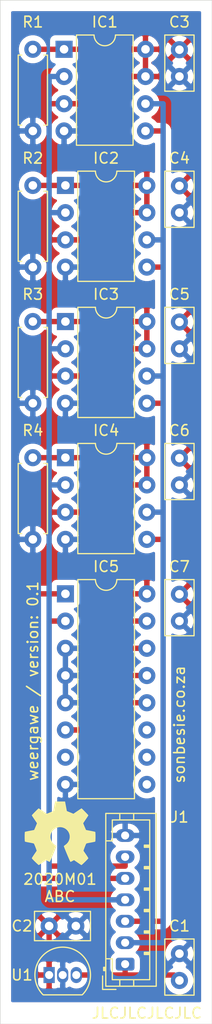
<source format=kicad_pcb>
(kicad_pcb (version 20171130) (host pcbnew 5.1.5+dfsg1-2build2)

  (general
    (thickness 1.6)
    (drawings 8)
    (tracks 71)
    (zones 0)
    (modules 19)
    (nets 13)
  )

  (page A4)
  (layers
    (0 F.Cu signal)
    (31 B.Cu signal)
    (32 B.Adhes user)
    (33 F.Adhes user)
    (34 B.Paste user)
    (35 F.Paste user)
    (36 B.SilkS user)
    (37 F.SilkS user)
    (38 B.Mask user)
    (39 F.Mask user)
    (40 Dwgs.User user)
    (41 Cmts.User user)
    (42 Eco1.User user)
    (43 Eco2.User user)
    (44 Edge.Cuts user)
    (45 Margin user)
    (46 B.CrtYd user)
    (47 F.CrtYd user)
    (48 B.Fab user)
    (49 F.Fab user hide)
  )

  (setup
    (last_trace_width 0.25)
    (user_trace_width 0.5)
    (user_trace_width 1)
    (trace_clearance 0.2)
    (zone_clearance 0.508)
    (zone_45_only no)
    (trace_min 0.2)
    (via_size 0.8)
    (via_drill 0.4)
    (via_min_size 0.4)
    (via_min_drill 0.3)
    (uvia_size 0.3)
    (uvia_drill 0.1)
    (uvias_allowed no)
    (uvia_min_size 0.2)
    (uvia_min_drill 0.1)
    (edge_width 0.05)
    (segment_width 0.2)
    (pcb_text_width 0.3)
    (pcb_text_size 1.5 1.5)
    (mod_edge_width 0.12)
    (mod_text_size 1 1)
    (mod_text_width 0.15)
    (pad_size 1.524 1.524)
    (pad_drill 0.762)
    (pad_to_mask_clearance 0.051)
    (solder_mask_min_width 0.25)
    (aux_axis_origin 0 0)
    (visible_elements FFFFFF7F)
    (pcbplotparams
      (layerselection 0x010fc_ffffffff)
      (usegerberextensions false)
      (usegerberattributes false)
      (usegerberadvancedattributes false)
      (creategerberjobfile false)
      (excludeedgelayer true)
      (linewidth 0.100000)
      (plotframeref false)
      (viasonmask false)
      (mode 1)
      (useauxorigin false)
      (hpglpennumber 1)
      (hpglpenspeed 20)
      (hpglpendiameter 15.000000)
      (psnegative false)
      (psa4output false)
      (plotreference true)
      (plotvalue true)
      (plotinvisibletext false)
      (padsonsilk false)
      (subtractmaskfromsilk false)
      (outputformat 1)
      (mirror false)
      (drillshape 0)
      (scaleselection 1)
      (outputdirectory "gerber/"))
  )

  (net 0 "")
  (net 1 GND)
  (net 2 +5V)
  (net 3 +3V3)
  (net 4 SPI_SCK)
  (net 5 SPI_MISO)
  (net 6 SPI_MOSI)
  (net 7 CS_1)
  (net 8 CS_2)
  (net 9 CS_3)
  (net 10 CS_4)
  (net 11 SPI_2)
  (net 12 SPI_1)

  (net_class Default "This is the default net class."
    (clearance 0.2)
    (trace_width 0.25)
    (via_dia 0.8)
    (via_drill 0.4)
    (uvia_dia 0.3)
    (uvia_drill 0.1)
    (add_net +3V3)
    (add_net +5V)
    (add_net CS_1)
    (add_net CS_2)
    (add_net CS_3)
    (add_net CS_4)
    (add_net GND)
    (add_net SPI_1)
    (add_net SPI_2)
    (add_net SPI_MISO)
    (add_net SPI_MOSI)
    (add_net SPI_SCK)
  )

  (module Symbol:OSHW-Symbol_6.7x6mm_SilkScreen locked (layer F.Cu) (tedit 0) (tstamp 5F97F13C)
    (at 42.164 136.652)
    (descr "Open Source Hardware Symbol")
    (tags "Logo Symbol OSHW")
    (attr virtual)
    (fp_text reference REF** (at 0 0) (layer F.SilkS) hide
      (effects (font (size 1 1) (thickness 0.15)))
    )
    (fp_text value OSHW-Symbol_6.7x6mm_SilkScreen (at 0.75 0) (layer F.Fab) hide
      (effects (font (size 1 1) (thickness 0.15)))
    )
    (fp_poly (pts (xy 0.555814 -2.531069) (xy 0.639635 -2.086445) (xy 0.94892 -1.958947) (xy 1.258206 -1.831449)
      (xy 1.629246 -2.083754) (xy 1.733157 -2.154004) (xy 1.827087 -2.216728) (xy 1.906652 -2.269062)
      (xy 1.96747 -2.308143) (xy 2.005157 -2.331107) (xy 2.015421 -2.336058) (xy 2.03391 -2.323324)
      (xy 2.07342 -2.288118) (xy 2.129522 -2.234938) (xy 2.197787 -2.168282) (xy 2.273786 -2.092646)
      (xy 2.353092 -2.012528) (xy 2.431275 -1.932426) (xy 2.503907 -1.856836) (xy 2.566559 -1.790255)
      (xy 2.614803 -1.737182) (xy 2.64421 -1.702113) (xy 2.651241 -1.690377) (xy 2.641123 -1.66874)
      (xy 2.612759 -1.621338) (xy 2.569129 -1.552807) (xy 2.513218 -1.467785) (xy 2.448006 -1.370907)
      (xy 2.410219 -1.31565) (xy 2.341343 -1.214752) (xy 2.28014 -1.123701) (xy 2.229578 -1.04703)
      (xy 2.192628 -0.989272) (xy 2.172258 -0.954957) (xy 2.169197 -0.947746) (xy 2.176136 -0.927252)
      (xy 2.195051 -0.879487) (xy 2.223087 -0.811168) (xy 2.257391 -0.729011) (xy 2.295109 -0.63973)
      (xy 2.333387 -0.550042) (xy 2.36937 -0.466662) (xy 2.400206 -0.396306) (xy 2.423039 -0.34569)
      (xy 2.435017 -0.321529) (xy 2.435724 -0.320578) (xy 2.454531 -0.315964) (xy 2.504618 -0.305672)
      (xy 2.580793 -0.290713) (xy 2.677865 -0.272099) (xy 2.790643 -0.250841) (xy 2.856442 -0.238582)
      (xy 2.97695 -0.215638) (xy 3.085797 -0.193805) (xy 3.177476 -0.174278) (xy 3.246481 -0.158252)
      (xy 3.287304 -0.146921) (xy 3.295511 -0.143326) (xy 3.303548 -0.118994) (xy 3.310033 -0.064041)
      (xy 3.31497 0.015108) (xy 3.318364 0.112026) (xy 3.320218 0.220287) (xy 3.320538 0.333465)
      (xy 3.319327 0.445135) (xy 3.31659 0.548868) (xy 3.312331 0.638241) (xy 3.306555 0.706826)
      (xy 3.299267 0.748197) (xy 3.294895 0.75681) (xy 3.268764 0.767133) (xy 3.213393 0.781892)
      (xy 3.136107 0.799352) (xy 3.04423 0.81778) (xy 3.012158 0.823741) (xy 2.857524 0.852066)
      (xy 2.735375 0.874876) (xy 2.641673 0.89308) (xy 2.572384 0.907583) (xy 2.523471 0.919292)
      (xy 2.490897 0.929115) (xy 2.470628 0.937956) (xy 2.458626 0.946724) (xy 2.456947 0.948457)
      (xy 2.440184 0.976371) (xy 2.414614 1.030695) (xy 2.382788 1.104777) (xy 2.34726 1.191965)
      (xy 2.310583 1.285608) (xy 2.275311 1.379052) (xy 2.243996 1.465647) (xy 2.219193 1.53874)
      (xy 2.203454 1.591678) (xy 2.199332 1.617811) (xy 2.199676 1.618726) (xy 2.213641 1.640086)
      (xy 2.245322 1.687084) (xy 2.291391 1.754827) (xy 2.348518 1.838423) (xy 2.413373 1.932982)
      (xy 2.431843 1.959854) (xy 2.497699 2.057275) (xy 2.55565 2.146163) (xy 2.602538 2.221412)
      (xy 2.635207 2.27792) (xy 2.6505 2.310581) (xy 2.651241 2.314593) (xy 2.638392 2.335684)
      (xy 2.602888 2.377464) (xy 2.549293 2.435445) (xy 2.482171 2.505135) (xy 2.406087 2.582045)
      (xy 2.325604 2.661683) (xy 2.245287 2.739561) (xy 2.169699 2.811186) (xy 2.103405 2.87207)
      (xy 2.050969 2.917721) (xy 2.016955 2.94365) (xy 2.007545 2.947883) (xy 1.985643 2.937912)
      (xy 1.9408 2.91102) (xy 1.880321 2.871736) (xy 1.833789 2.840117) (xy 1.749475 2.782098)
      (xy 1.649626 2.713784) (xy 1.549473 2.645579) (xy 1.495627 2.609075) (xy 1.313371 2.4858)
      (xy 1.160381 2.56852) (xy 1.090682 2.604759) (xy 1.031414 2.632926) (xy 0.991311 2.648991)
      (xy 0.981103 2.651226) (xy 0.968829 2.634722) (xy 0.944613 2.588082) (xy 0.910263 2.515609)
      (xy 0.867588 2.421606) (xy 0.818394 2.310374) (xy 0.76449 2.186215) (xy 0.707684 2.053432)
      (xy 0.649782 1.916327) (xy 0.592593 1.779202) (xy 0.537924 1.646358) (xy 0.487584 1.522098)
      (xy 0.44338 1.410725) (xy 0.407119 1.316539) (xy 0.380609 1.243844) (xy 0.365658 1.196941)
      (xy 0.363254 1.180833) (xy 0.382311 1.160286) (xy 0.424036 1.126933) (xy 0.479706 1.087702)
      (xy 0.484378 1.084599) (xy 0.628264 0.969423) (xy 0.744283 0.835053) (xy 0.83143 0.685784)
      (xy 0.888699 0.525913) (xy 0.915086 0.359737) (xy 0.909585 0.191552) (xy 0.87119 0.025655)
      (xy 0.798895 -0.133658) (xy 0.777626 -0.168513) (xy 0.666996 -0.309263) (xy 0.536302 -0.422286)
      (xy 0.390064 -0.506997) (xy 0.232808 -0.562806) (xy 0.069057 -0.589126) (xy -0.096667 -0.58537)
      (xy -0.259838 -0.55095) (xy -0.415935 -0.485277) (xy -0.560433 -0.387765) (xy -0.605131 -0.348187)
      (xy -0.718888 -0.224297) (xy -0.801782 -0.093876) (xy -0.858644 0.052315) (xy -0.890313 0.197088)
      (xy -0.898131 0.35986) (xy -0.872062 0.52344) (xy -0.814755 0.682298) (xy -0.728856 0.830906)
      (xy -0.617014 0.963735) (xy -0.481877 1.075256) (xy -0.464117 1.087011) (xy -0.40785 1.125508)
      (xy -0.365077 1.158863) (xy -0.344628 1.18016) (xy -0.344331 1.180833) (xy -0.348721 1.203871)
      (xy -0.366124 1.256157) (xy -0.394732 1.33339) (xy -0.432735 1.431268) (xy -0.478326 1.545491)
      (xy -0.529697 1.671758) (xy -0.585038 1.805767) (xy -0.642542 1.943218) (xy -0.700399 2.079808)
      (xy -0.756802 2.211237) (xy -0.809942 2.333205) (xy -0.85801 2.441409) (xy -0.899199 2.531549)
      (xy -0.931699 2.599323) (xy -0.953703 2.64043) (xy -0.962564 2.651226) (xy -0.98964 2.642819)
      (xy -1.040303 2.620272) (xy -1.105817 2.587613) (xy -1.141841 2.56852) (xy -1.294832 2.4858)
      (xy -1.477088 2.609075) (xy -1.570125 2.672228) (xy -1.671985 2.741727) (xy -1.767438 2.807165)
      (xy -1.81525 2.840117) (xy -1.882495 2.885273) (xy -1.939436 2.921057) (xy -1.978646 2.942938)
      (xy -1.991381 2.947563) (xy -2.009917 2.935085) (xy -2.050941 2.900252) (xy -2.110475 2.846678)
      (xy -2.184542 2.777983) (xy -2.269165 2.697781) (xy -2.322685 2.646286) (xy -2.416319 2.554286)
      (xy -2.497241 2.471999) (xy -2.562177 2.402945) (xy -2.607858 2.350644) (xy -2.631011 2.318616)
      (xy -2.633232 2.312116) (xy -2.622924 2.287394) (xy -2.594439 2.237405) (xy -2.550937 2.167212)
      (xy -2.495577 2.081875) (xy -2.43152 1.986456) (xy -2.413303 1.959854) (xy -2.346927 1.863167)
      (xy -2.287378 1.776117) (xy -2.237984 1.703595) (xy -2.202075 1.650493) (xy -2.182981 1.621703)
      (xy -2.181136 1.618726) (xy -2.183895 1.595782) (xy -2.198538 1.545336) (xy -2.222513 1.474041)
      (xy -2.253266 1.388547) (xy -2.288244 1.295507) (xy -2.324893 1.201574) (xy -2.360661 1.113399)
      (xy -2.392994 1.037634) (xy -2.419338 0.980931) (xy -2.437142 0.949943) (xy -2.438407 0.948457)
      (xy -2.449294 0.939601) (xy -2.467682 0.930843) (xy -2.497606 0.921277) (xy -2.543103 0.909996)
      (xy -2.608209 0.896093) (xy -2.696961 0.878663) (xy -2.813393 0.856798) (xy -2.961542 0.829591)
      (xy -2.993618 0.823741) (xy -3.088686 0.805374) (xy -3.171565 0.787405) (xy -3.23493 0.771569)
      (xy -3.271458 0.7596) (xy -3.276356 0.75681) (xy -3.284427 0.732072) (xy -3.290987 0.67679)
      (xy -3.296033 0.597389) (xy -3.299559 0.500296) (xy -3.301561 0.391938) (xy -3.302036 0.27874)
      (xy -3.300977 0.167128) (xy -3.298382 0.063529) (xy -3.294246 -0.025632) (xy -3.288563 -0.093928)
      (xy -3.281331 -0.134934) (xy -3.276971 -0.143326) (xy -3.252698 -0.151792) (xy -3.197426 -0.165565)
      (xy -3.116662 -0.18345) (xy -3.015912 -0.204252) (xy -2.900683 -0.226777) (xy -2.837902 -0.238582)
      (xy -2.718787 -0.260849) (xy -2.612565 -0.281021) (xy -2.524427 -0.298085) (xy -2.459566 -0.311031)
      (xy -2.423174 -0.318845) (xy -2.417184 -0.320578) (xy -2.407061 -0.34011) (xy -2.385662 -0.387157)
      (xy -2.355839 -0.454997) (xy -2.320445 -0.536909) (xy -2.282332 -0.626172) (xy -2.244353 -0.716065)
      (xy -2.20936 -0.799865) (xy -2.180206 -0.870853) (xy -2.159743 -0.922306) (xy -2.150823 -0.947503)
      (xy -2.150657 -0.948604) (xy -2.160769 -0.968481) (xy -2.189117 -1.014223) (xy -2.232723 -1.081283)
      (xy -2.288606 -1.165116) (xy -2.353787 -1.261174) (xy -2.391679 -1.31635) (xy -2.460725 -1.417519)
      (xy -2.52205 -1.50937) (xy -2.572663 -1.587256) (xy -2.609571 -1.646531) (xy -2.629782 -1.682549)
      (xy -2.632701 -1.690623) (xy -2.620153 -1.709416) (xy -2.585463 -1.749543) (xy -2.533063 -1.806507)
      (xy -2.467384 -1.875815) (xy -2.392856 -1.952969) (xy -2.313913 -2.033475) (xy -2.234983 -2.112837)
      (xy -2.1605 -2.18656) (xy -2.094894 -2.250148) (xy -2.042596 -2.299106) (xy -2.008039 -2.328939)
      (xy -1.996478 -2.336058) (xy -1.977654 -2.326047) (xy -1.932631 -2.297922) (xy -1.865787 -2.254546)
      (xy -1.781499 -2.198782) (xy -1.684144 -2.133494) (xy -1.610707 -2.083754) (xy -1.239667 -1.831449)
      (xy -0.621095 -2.086445) (xy -0.537275 -2.531069) (xy -0.453454 -2.975693) (xy 0.471994 -2.975693)
      (xy 0.555814 -2.531069)) (layer F.SilkS) (width 0.01))
  )

  (module Package_TO_SOT_THT:TO-92_Inline (layer F.Cu) (tedit 5A1DD157) (tstamp 5F97D2C8)
    (at 41.148 149.86)
    (descr "TO-92 leads in-line, narrow, oval pads, drill 0.75mm (see NXP sot054_po.pdf)")
    (tags "to-92 sc-43 sc-43a sot54 PA33 transistor")
    (path /5F9FD003)
    (fp_text reference U1 (at -2.54 0) (layer F.SilkS)
      (effects (font (size 1 1) (thickness 0.15)))
    )
    (fp_text value L78L33_TO92 (at 1.27 2.79) (layer F.Fab) hide
      (effects (font (size 1 1) (thickness 0.15)))
    )
    (fp_arc (start 1.27 0) (end 1.27 -2.6) (angle 135) (layer F.SilkS) (width 0.12))
    (fp_arc (start 1.27 0) (end 1.27 -2.48) (angle -135) (layer F.Fab) (width 0.1))
    (fp_arc (start 1.27 0) (end 1.27 -2.6) (angle -135) (layer F.SilkS) (width 0.12))
    (fp_arc (start 1.27 0) (end 1.27 -2.48) (angle 135) (layer F.Fab) (width 0.1))
    (fp_line (start 4 2.01) (end -1.46 2.01) (layer F.CrtYd) (width 0.05))
    (fp_line (start 4 2.01) (end 4 -2.73) (layer F.CrtYd) (width 0.05))
    (fp_line (start -1.46 -2.73) (end -1.46 2.01) (layer F.CrtYd) (width 0.05))
    (fp_line (start -1.46 -2.73) (end 4 -2.73) (layer F.CrtYd) (width 0.05))
    (fp_line (start -0.5 1.75) (end 3 1.75) (layer F.Fab) (width 0.1))
    (fp_line (start -0.53 1.85) (end 3.07 1.85) (layer F.SilkS) (width 0.12))
    (fp_text user %R (at 1.27 -3.56) (layer F.Fab)
      (effects (font (size 1 1) (thickness 0.15)))
    )
    (pad 1 thru_hole rect (at 0 0) (size 1.05 1.5) (drill 0.75) (layers *.Cu *.Mask)
      (net 3 +3V3))
    (pad 3 thru_hole oval (at 2.54 0) (size 1.05 1.5) (drill 0.75) (layers *.Cu *.Mask)
      (net 2 +5V))
    (pad 2 thru_hole oval (at 1.27 0) (size 1.05 1.5) (drill 0.75) (layers *.Cu *.Mask)
      (net 1 GND))
    (model ${KISYS3DMOD}/Package_TO_SOT_THT.3dshapes/TO-92_Inline.wrl
      (at (xyz 0 0 0))
      (scale (xyz 1 1 1))
      (rotate (xyz 0 0 0))
    )
  )

  (module Resistor_THT:R_Axial_DIN0207_L6.3mm_D2.5mm_P7.62mm_Horizontal (layer F.Cu) (tedit 5AE5139B) (tstamp 5F9799F3)
    (at 39.624 101.6 270)
    (descr "Resistor, Axial_DIN0207 series, Axial, Horizontal, pin pitch=7.62mm, 0.25W = 1/4W, length*diameter=6.3*2.5mm^2, http://cdn-reichelt.de/documents/datenblatt/B400/1_4W%23YAG.pdf")
    (tags "Resistor Axial_DIN0207 series Axial Horizontal pin pitch 7.62mm 0.25W = 1/4W length 6.3mm diameter 2.5mm")
    (path /5F9FE925)
    (fp_text reference R4 (at -2.54 0 180) (layer F.SilkS)
      (effects (font (size 1 1) (thickness 0.15)))
    )
    (fp_text value 12k (at 3.81 2.37 90) (layer F.Fab)
      (effects (font (size 1 1) (thickness 0.15)))
    )
    (fp_text user %R (at 3.81 0 90) (layer F.Fab)
      (effects (font (size 1 1) (thickness 0.15)))
    )
    (fp_line (start 8.67 -1.5) (end -1.05 -1.5) (layer F.CrtYd) (width 0.05))
    (fp_line (start 8.67 1.5) (end 8.67 -1.5) (layer F.CrtYd) (width 0.05))
    (fp_line (start -1.05 1.5) (end 8.67 1.5) (layer F.CrtYd) (width 0.05))
    (fp_line (start -1.05 -1.5) (end -1.05 1.5) (layer F.CrtYd) (width 0.05))
    (fp_line (start 7.08 1.37) (end 7.08 1.04) (layer F.SilkS) (width 0.12))
    (fp_line (start 0.54 1.37) (end 7.08 1.37) (layer F.SilkS) (width 0.12))
    (fp_line (start 0.54 1.04) (end 0.54 1.37) (layer F.SilkS) (width 0.12))
    (fp_line (start 7.08 -1.37) (end 7.08 -1.04) (layer F.SilkS) (width 0.12))
    (fp_line (start 0.54 -1.37) (end 7.08 -1.37) (layer F.SilkS) (width 0.12))
    (fp_line (start 0.54 -1.04) (end 0.54 -1.37) (layer F.SilkS) (width 0.12))
    (fp_line (start 7.62 0) (end 6.96 0) (layer F.Fab) (width 0.1))
    (fp_line (start 0 0) (end 0.66 0) (layer F.Fab) (width 0.1))
    (fp_line (start 6.96 -1.25) (end 0.66 -1.25) (layer F.Fab) (width 0.1))
    (fp_line (start 6.96 1.25) (end 6.96 -1.25) (layer F.Fab) (width 0.1))
    (fp_line (start 0.66 1.25) (end 6.96 1.25) (layer F.Fab) (width 0.1))
    (fp_line (start 0.66 -1.25) (end 0.66 1.25) (layer F.Fab) (width 0.1))
    (pad 2 thru_hole oval (at 7.62 0 270) (size 1.6 1.6) (drill 0.8) (layers *.Cu *.Mask)
      (net 1 GND))
    (pad 1 thru_hole circle (at 0 0 270) (size 1.6 1.6) (drill 0.8) (layers *.Cu *.Mask)
      (net 10 CS_4))
    (model ${KISYS3DMOD}/Resistor_THT.3dshapes/R_Axial_DIN0207_L6.3mm_D2.5mm_P7.62mm_Horizontal.wrl
      (at (xyz 0 0 0))
      (scale (xyz 1 1 1))
      (rotate (xyz 0 0 0))
    )
  )

  (module Resistor_THT:R_Axial_DIN0207_L6.3mm_D2.5mm_P7.62mm_Horizontal (layer F.Cu) (tedit 5AE5139B) (tstamp 5F9799DC)
    (at 39.624 88.9 270)
    (descr "Resistor, Axial_DIN0207 series, Axial, Horizontal, pin pitch=7.62mm, 0.25W = 1/4W, length*diameter=6.3*2.5mm^2, http://cdn-reichelt.de/documents/datenblatt/B400/1_4W%23YAG.pdf")
    (tags "Resistor Axial_DIN0207 series Axial Horizontal pin pitch 7.62mm 0.25W = 1/4W length 6.3mm diameter 2.5mm")
    (path /5F9FE62F)
    (fp_text reference R3 (at -2.54 0 180) (layer F.SilkS)
      (effects (font (size 1 1) (thickness 0.15)))
    )
    (fp_text value 12k (at 3.81 2.37 90) (layer F.Fab)
      (effects (font (size 1 1) (thickness 0.15)))
    )
    (fp_text user %R (at 3.81 0 90) (layer F.Fab)
      (effects (font (size 1 1) (thickness 0.15)))
    )
    (fp_line (start 8.67 -1.5) (end -1.05 -1.5) (layer F.CrtYd) (width 0.05))
    (fp_line (start 8.67 1.5) (end 8.67 -1.5) (layer F.CrtYd) (width 0.05))
    (fp_line (start -1.05 1.5) (end 8.67 1.5) (layer F.CrtYd) (width 0.05))
    (fp_line (start -1.05 -1.5) (end -1.05 1.5) (layer F.CrtYd) (width 0.05))
    (fp_line (start 7.08 1.37) (end 7.08 1.04) (layer F.SilkS) (width 0.12))
    (fp_line (start 0.54 1.37) (end 7.08 1.37) (layer F.SilkS) (width 0.12))
    (fp_line (start 0.54 1.04) (end 0.54 1.37) (layer F.SilkS) (width 0.12))
    (fp_line (start 7.08 -1.37) (end 7.08 -1.04) (layer F.SilkS) (width 0.12))
    (fp_line (start 0.54 -1.37) (end 7.08 -1.37) (layer F.SilkS) (width 0.12))
    (fp_line (start 0.54 -1.04) (end 0.54 -1.37) (layer F.SilkS) (width 0.12))
    (fp_line (start 7.62 0) (end 6.96 0) (layer F.Fab) (width 0.1))
    (fp_line (start 0 0) (end 0.66 0) (layer F.Fab) (width 0.1))
    (fp_line (start 6.96 -1.25) (end 0.66 -1.25) (layer F.Fab) (width 0.1))
    (fp_line (start 6.96 1.25) (end 6.96 -1.25) (layer F.Fab) (width 0.1))
    (fp_line (start 0.66 1.25) (end 6.96 1.25) (layer F.Fab) (width 0.1))
    (fp_line (start 0.66 -1.25) (end 0.66 1.25) (layer F.Fab) (width 0.1))
    (pad 2 thru_hole oval (at 7.62 0 270) (size 1.6 1.6) (drill 0.8) (layers *.Cu *.Mask)
      (net 1 GND))
    (pad 1 thru_hole circle (at 0 0 270) (size 1.6 1.6) (drill 0.8) (layers *.Cu *.Mask)
      (net 9 CS_3))
    (model ${KISYS3DMOD}/Resistor_THT.3dshapes/R_Axial_DIN0207_L6.3mm_D2.5mm_P7.62mm_Horizontal.wrl
      (at (xyz 0 0 0))
      (scale (xyz 1 1 1))
      (rotate (xyz 0 0 0))
    )
  )

  (module Resistor_THT:R_Axial_DIN0207_L6.3mm_D2.5mm_P7.62mm_Horizontal (layer F.Cu) (tedit 5AE5139B) (tstamp 5F9799C5)
    (at 39.624 76.2 270)
    (descr "Resistor, Axial_DIN0207 series, Axial, Horizontal, pin pitch=7.62mm, 0.25W = 1/4W, length*diameter=6.3*2.5mm^2, http://cdn-reichelt.de/documents/datenblatt/B400/1_4W%23YAG.pdf")
    (tags "Resistor Axial_DIN0207 series Axial Horizontal pin pitch 7.62mm 0.25W = 1/4W length 6.3mm diameter 2.5mm")
    (path /5F9FE3B2)
    (fp_text reference R2 (at -2.54 0 180) (layer F.SilkS)
      (effects (font (size 1 1) (thickness 0.15)))
    )
    (fp_text value 12k (at 3.81 2.37 90) (layer F.Fab)
      (effects (font (size 1 1) (thickness 0.15)))
    )
    (fp_text user %R (at 3.81 0 90) (layer F.Fab)
      (effects (font (size 1 1) (thickness 0.15)))
    )
    (fp_line (start 8.67 -1.5) (end -1.05 -1.5) (layer F.CrtYd) (width 0.05))
    (fp_line (start 8.67 1.5) (end 8.67 -1.5) (layer F.CrtYd) (width 0.05))
    (fp_line (start -1.05 1.5) (end 8.67 1.5) (layer F.CrtYd) (width 0.05))
    (fp_line (start -1.05 -1.5) (end -1.05 1.5) (layer F.CrtYd) (width 0.05))
    (fp_line (start 7.08 1.37) (end 7.08 1.04) (layer F.SilkS) (width 0.12))
    (fp_line (start 0.54 1.37) (end 7.08 1.37) (layer F.SilkS) (width 0.12))
    (fp_line (start 0.54 1.04) (end 0.54 1.37) (layer F.SilkS) (width 0.12))
    (fp_line (start 7.08 -1.37) (end 7.08 -1.04) (layer F.SilkS) (width 0.12))
    (fp_line (start 0.54 -1.37) (end 7.08 -1.37) (layer F.SilkS) (width 0.12))
    (fp_line (start 0.54 -1.04) (end 0.54 -1.37) (layer F.SilkS) (width 0.12))
    (fp_line (start 7.62 0) (end 6.96 0) (layer F.Fab) (width 0.1))
    (fp_line (start 0 0) (end 0.66 0) (layer F.Fab) (width 0.1))
    (fp_line (start 6.96 -1.25) (end 0.66 -1.25) (layer F.Fab) (width 0.1))
    (fp_line (start 6.96 1.25) (end 6.96 -1.25) (layer F.Fab) (width 0.1))
    (fp_line (start 0.66 1.25) (end 6.96 1.25) (layer F.Fab) (width 0.1))
    (fp_line (start 0.66 -1.25) (end 0.66 1.25) (layer F.Fab) (width 0.1))
    (pad 2 thru_hole oval (at 7.62 0 270) (size 1.6 1.6) (drill 0.8) (layers *.Cu *.Mask)
      (net 1 GND))
    (pad 1 thru_hole circle (at 0 0 270) (size 1.6 1.6) (drill 0.8) (layers *.Cu *.Mask)
      (net 8 CS_2))
    (model ${KISYS3DMOD}/Resistor_THT.3dshapes/R_Axial_DIN0207_L6.3mm_D2.5mm_P7.62mm_Horizontal.wrl
      (at (xyz 0 0 0))
      (scale (xyz 1 1 1))
      (rotate (xyz 0 0 0))
    )
  )

  (module Resistor_THT:R_Axial_DIN0207_L6.3mm_D2.5mm_P7.62mm_Horizontal (layer F.Cu) (tedit 5AE5139B) (tstamp 5F97BE26)
    (at 39.624 63.5 270)
    (descr "Resistor, Axial_DIN0207 series, Axial, Horizontal, pin pitch=7.62mm, 0.25W = 1/4W, length*diameter=6.3*2.5mm^2, http://cdn-reichelt.de/documents/datenblatt/B400/1_4W%23YAG.pdf")
    (tags "Resistor Axial_DIN0207 series Axial Horizontal pin pitch 7.62mm 0.25W = 1/4W length 6.3mm diameter 2.5mm")
    (path /5F9FE0E7)
    (fp_text reference R1 (at -2.54 0 180) (layer F.SilkS)
      (effects (font (size 1 1) (thickness 0.15)))
    )
    (fp_text value 12k (at 3.81 2.37 90) (layer F.Fab)
      (effects (font (size 1 1) (thickness 0.15)))
    )
    (fp_text user %R (at 3.81 0 90) (layer F.Fab)
      (effects (font (size 1 1) (thickness 0.15)))
    )
    (fp_line (start 8.67 -1.5) (end -1.05 -1.5) (layer F.CrtYd) (width 0.05))
    (fp_line (start 8.67 1.5) (end 8.67 -1.5) (layer F.CrtYd) (width 0.05))
    (fp_line (start -1.05 1.5) (end 8.67 1.5) (layer F.CrtYd) (width 0.05))
    (fp_line (start -1.05 -1.5) (end -1.05 1.5) (layer F.CrtYd) (width 0.05))
    (fp_line (start 7.08 1.37) (end 7.08 1.04) (layer F.SilkS) (width 0.12))
    (fp_line (start 0.54 1.37) (end 7.08 1.37) (layer F.SilkS) (width 0.12))
    (fp_line (start 0.54 1.04) (end 0.54 1.37) (layer F.SilkS) (width 0.12))
    (fp_line (start 7.08 -1.37) (end 7.08 -1.04) (layer F.SilkS) (width 0.12))
    (fp_line (start 0.54 -1.37) (end 7.08 -1.37) (layer F.SilkS) (width 0.12))
    (fp_line (start 0.54 -1.04) (end 0.54 -1.37) (layer F.SilkS) (width 0.12))
    (fp_line (start 7.62 0) (end 6.96 0) (layer F.Fab) (width 0.1))
    (fp_line (start 0 0) (end 0.66 0) (layer F.Fab) (width 0.1))
    (fp_line (start 6.96 -1.25) (end 0.66 -1.25) (layer F.Fab) (width 0.1))
    (fp_line (start 6.96 1.25) (end 6.96 -1.25) (layer F.Fab) (width 0.1))
    (fp_line (start 0.66 1.25) (end 6.96 1.25) (layer F.Fab) (width 0.1))
    (fp_line (start 0.66 -1.25) (end 0.66 1.25) (layer F.Fab) (width 0.1))
    (pad 2 thru_hole oval (at 7.62 0 270) (size 1.6 1.6) (drill 0.8) (layers *.Cu *.Mask)
      (net 1 GND))
    (pad 1 thru_hole circle (at 0 0 270) (size 1.6 1.6) (drill 0.8) (layers *.Cu *.Mask)
      (net 7 CS_1))
    (model ${KISYS3DMOD}/Resistor_THT.3dshapes/R_Axial_DIN0207_L6.3mm_D2.5mm_P7.62mm_Horizontal.wrl
      (at (xyz 0 0 0))
      (scale (xyz 1 1 1))
      (rotate (xyz 0 0 0))
    )
  )

  (module Connector_JST:JST_PH_B7B-PH-K_1x07_P2.00mm_Vertical (layer F.Cu) (tedit 5B7745C2) (tstamp 5F979997)
    (at 48.26 148.844 90)
    (descr "JST PH series connector, B7B-PH-K (http://www.jst-mfg.com/product/pdf/eng/ePH.pdf), generated with kicad-footprint-generator")
    (tags "connector JST PH side entry")
    (path /5FA1D94F)
    (fp_text reference J1 (at 13.716 5.08 180) (layer F.SilkS)
      (effects (font (size 1 1) (thickness 0.15)))
    )
    (fp_text value Conn_01x07 (at 6 4 90) (layer F.Fab) hide
      (effects (font (size 1 1) (thickness 0.15)))
    )
    (fp_text user %R (at 6 1.5 90) (layer F.Fab)
      (effects (font (size 1 1) (thickness 0.15)))
    )
    (fp_line (start 14.45 -2.2) (end -2.45 -2.2) (layer F.CrtYd) (width 0.05))
    (fp_line (start 14.45 3.3) (end 14.45 -2.2) (layer F.CrtYd) (width 0.05))
    (fp_line (start -2.45 3.3) (end 14.45 3.3) (layer F.CrtYd) (width 0.05))
    (fp_line (start -2.45 -2.2) (end -2.45 3.3) (layer F.CrtYd) (width 0.05))
    (fp_line (start 13.95 -1.7) (end -1.95 -1.7) (layer F.Fab) (width 0.1))
    (fp_line (start 13.95 2.8) (end 13.95 -1.7) (layer F.Fab) (width 0.1))
    (fp_line (start -1.95 2.8) (end 13.95 2.8) (layer F.Fab) (width 0.1))
    (fp_line (start -1.95 -1.7) (end -1.95 2.8) (layer F.Fab) (width 0.1))
    (fp_line (start -2.36 -2.11) (end -2.36 -0.86) (layer F.Fab) (width 0.1))
    (fp_line (start -1.11 -2.11) (end -2.36 -2.11) (layer F.Fab) (width 0.1))
    (fp_line (start -2.36 -2.11) (end -2.36 -0.86) (layer F.SilkS) (width 0.12))
    (fp_line (start -1.11 -2.11) (end -2.36 -2.11) (layer F.SilkS) (width 0.12))
    (fp_line (start 11 2.3) (end 11 1.8) (layer F.SilkS) (width 0.12))
    (fp_line (start 11.1 1.8) (end 11.1 2.3) (layer F.SilkS) (width 0.12))
    (fp_line (start 10.9 1.8) (end 11.1 1.8) (layer F.SilkS) (width 0.12))
    (fp_line (start 10.9 2.3) (end 10.9 1.8) (layer F.SilkS) (width 0.12))
    (fp_line (start 9 2.3) (end 9 1.8) (layer F.SilkS) (width 0.12))
    (fp_line (start 9.1 1.8) (end 9.1 2.3) (layer F.SilkS) (width 0.12))
    (fp_line (start 8.9 1.8) (end 9.1 1.8) (layer F.SilkS) (width 0.12))
    (fp_line (start 8.9 2.3) (end 8.9 1.8) (layer F.SilkS) (width 0.12))
    (fp_line (start 7 2.3) (end 7 1.8) (layer F.SilkS) (width 0.12))
    (fp_line (start 7.1 1.8) (end 7.1 2.3) (layer F.SilkS) (width 0.12))
    (fp_line (start 6.9 1.8) (end 7.1 1.8) (layer F.SilkS) (width 0.12))
    (fp_line (start 6.9 2.3) (end 6.9 1.8) (layer F.SilkS) (width 0.12))
    (fp_line (start 5 2.3) (end 5 1.8) (layer F.SilkS) (width 0.12))
    (fp_line (start 5.1 1.8) (end 5.1 2.3) (layer F.SilkS) (width 0.12))
    (fp_line (start 4.9 1.8) (end 5.1 1.8) (layer F.SilkS) (width 0.12))
    (fp_line (start 4.9 2.3) (end 4.9 1.8) (layer F.SilkS) (width 0.12))
    (fp_line (start 3 2.3) (end 3 1.8) (layer F.SilkS) (width 0.12))
    (fp_line (start 3.1 1.8) (end 3.1 2.3) (layer F.SilkS) (width 0.12))
    (fp_line (start 2.9 1.8) (end 3.1 1.8) (layer F.SilkS) (width 0.12))
    (fp_line (start 2.9 2.3) (end 2.9 1.8) (layer F.SilkS) (width 0.12))
    (fp_line (start 1 2.3) (end 1 1.8) (layer F.SilkS) (width 0.12))
    (fp_line (start 1.1 1.8) (end 1.1 2.3) (layer F.SilkS) (width 0.12))
    (fp_line (start 0.9 1.8) (end 1.1 1.8) (layer F.SilkS) (width 0.12))
    (fp_line (start 0.9 2.3) (end 0.9 1.8) (layer F.SilkS) (width 0.12))
    (fp_line (start 14.06 0.8) (end 13.45 0.8) (layer F.SilkS) (width 0.12))
    (fp_line (start 14.06 -0.5) (end 13.45 -0.5) (layer F.SilkS) (width 0.12))
    (fp_line (start -2.06 0.8) (end -1.45 0.8) (layer F.SilkS) (width 0.12))
    (fp_line (start -2.06 -0.5) (end -1.45 -0.5) (layer F.SilkS) (width 0.12))
    (fp_line (start 11.5 -1.2) (end 11.5 -1.81) (layer F.SilkS) (width 0.12))
    (fp_line (start 13.45 -1.2) (end 11.5 -1.2) (layer F.SilkS) (width 0.12))
    (fp_line (start 13.45 2.3) (end 13.45 -1.2) (layer F.SilkS) (width 0.12))
    (fp_line (start -1.45 2.3) (end 13.45 2.3) (layer F.SilkS) (width 0.12))
    (fp_line (start -1.45 -1.2) (end -1.45 2.3) (layer F.SilkS) (width 0.12))
    (fp_line (start 0.5 -1.2) (end -1.45 -1.2) (layer F.SilkS) (width 0.12))
    (fp_line (start 0.5 -1.81) (end 0.5 -1.2) (layer F.SilkS) (width 0.12))
    (fp_line (start -0.3 -1.91) (end -0.6 -1.91) (layer F.SilkS) (width 0.12))
    (fp_line (start -0.6 -2.01) (end -0.6 -1.81) (layer F.SilkS) (width 0.12))
    (fp_line (start -0.3 -2.01) (end -0.6 -2.01) (layer F.SilkS) (width 0.12))
    (fp_line (start -0.3 -1.81) (end -0.3 -2.01) (layer F.SilkS) (width 0.12))
    (fp_line (start 14.06 -1.81) (end -2.06 -1.81) (layer F.SilkS) (width 0.12))
    (fp_line (start 14.06 2.91) (end 14.06 -1.81) (layer F.SilkS) (width 0.12))
    (fp_line (start -2.06 2.91) (end 14.06 2.91) (layer F.SilkS) (width 0.12))
    (fp_line (start -2.06 -1.81) (end -2.06 2.91) (layer F.SilkS) (width 0.12))
    (pad 7 thru_hole oval (at 12 0 90) (size 1.2 1.75) (drill 0.75) (layers *.Cu *.Mask)
      (net 1 GND))
    (pad 6 thru_hole oval (at 10 0 90) (size 1.2 1.75) (drill 0.75) (layers *.Cu *.Mask)
      (net 11 SPI_2))
    (pad 5 thru_hole oval (at 8 0 90) (size 1.2 1.75) (drill 0.75) (layers *.Cu *.Mask)
      (net 12 SPI_1))
    (pad 4 thru_hole oval (at 6 0 90) (size 1.2 1.75) (drill 0.75) (layers *.Cu *.Mask)
      (net 5 SPI_MISO))
    (pad 3 thru_hole oval (at 4 0 90) (size 1.2 1.75) (drill 0.75) (layers *.Cu *.Mask)
      (net 6 SPI_MOSI))
    (pad 2 thru_hole oval (at 2 0 90) (size 1.2 1.75) (drill 0.75) (layers *.Cu *.Mask)
      (net 4 SPI_SCK))
    (pad 1 thru_hole roundrect (at 0 0 90) (size 1.2 1.75) (drill 0.75) (layers *.Cu *.Mask) (roundrect_rratio 0.208333)
      (net 2 +5V))
    (model ${KISYS3DMOD}/Connector_JST.3dshapes/JST_PH_B7B-PH-K_1x07_P2.00mm_Vertical.wrl
      (at (xyz 0 0 0))
      (scale (xyz 1 1 1))
      (rotate (xyz 0 0 0))
    )
  )

  (module Package_DIP:DIP-16_W7.62mm (layer F.Cu) (tedit 5A02E8C5) (tstamp 5F979954)
    (at 42.672 114.3)
    (descr "16-lead though-hole mounted DIP package, row spacing 7.62 mm (300 mils)")
    (tags "THT DIP DIL PDIP 2.54mm 7.62mm 300mil")
    (path /5F9F9844)
    (fp_text reference IC5 (at 3.81 -2.54) (layer F.SilkS)
      (effects (font (size 1 1) (thickness 0.15)))
    )
    (fp_text value CD74HC138E (at 3.81 20.11) (layer F.Fab) hide
      (effects (font (size 1 1) (thickness 0.15)))
    )
    (fp_text user %R (at 3.81 8.89) (layer F.Fab)
      (effects (font (size 1 1) (thickness 0.15)))
    )
    (fp_line (start 8.7 -1.55) (end -1.1 -1.55) (layer F.CrtYd) (width 0.05))
    (fp_line (start 8.7 19.3) (end 8.7 -1.55) (layer F.CrtYd) (width 0.05))
    (fp_line (start -1.1 19.3) (end 8.7 19.3) (layer F.CrtYd) (width 0.05))
    (fp_line (start -1.1 -1.55) (end -1.1 19.3) (layer F.CrtYd) (width 0.05))
    (fp_line (start 6.46 -1.33) (end 4.81 -1.33) (layer F.SilkS) (width 0.12))
    (fp_line (start 6.46 19.11) (end 6.46 -1.33) (layer F.SilkS) (width 0.12))
    (fp_line (start 1.16 19.11) (end 6.46 19.11) (layer F.SilkS) (width 0.12))
    (fp_line (start 1.16 -1.33) (end 1.16 19.11) (layer F.SilkS) (width 0.12))
    (fp_line (start 2.81 -1.33) (end 1.16 -1.33) (layer F.SilkS) (width 0.12))
    (fp_line (start 0.635 -0.27) (end 1.635 -1.27) (layer F.Fab) (width 0.1))
    (fp_line (start 0.635 19.05) (end 0.635 -0.27) (layer F.Fab) (width 0.1))
    (fp_line (start 6.985 19.05) (end 0.635 19.05) (layer F.Fab) (width 0.1))
    (fp_line (start 6.985 -1.27) (end 6.985 19.05) (layer F.Fab) (width 0.1))
    (fp_line (start 1.635 -1.27) (end 6.985 -1.27) (layer F.Fab) (width 0.1))
    (fp_arc (start 3.81 -1.33) (end 2.81 -1.33) (angle -180) (layer F.SilkS) (width 0.12))
    (pad 16 thru_hole oval (at 7.62 0) (size 1.6 1.6) (drill 0.8) (layers *.Cu *.Mask)
      (net 3 +3V3))
    (pad 8 thru_hole oval (at 0 17.78) (size 1.6 1.6) (drill 0.8) (layers *.Cu *.Mask)
      (net 1 GND))
    (pad 15 thru_hole oval (at 7.62 2.54) (size 1.6 1.6) (drill 0.8) (layers *.Cu *.Mask)
      (net 7 CS_1))
    (pad 7 thru_hole oval (at 0 15.24) (size 1.6 1.6) (drill 0.8) (layers *.Cu *.Mask))
    (pad 14 thru_hole oval (at 7.62 5.08) (size 1.6 1.6) (drill 0.8) (layers *.Cu *.Mask)
      (net 8 CS_2))
    (pad 6 thru_hole oval (at 0 12.7) (size 1.6 1.6) (drill 0.8) (layers *.Cu *.Mask)
      (net 3 +3V3))
    (pad 13 thru_hole oval (at 7.62 7.62) (size 1.6 1.6) (drill 0.8) (layers *.Cu *.Mask)
      (net 9 CS_3))
    (pad 5 thru_hole oval (at 0 10.16) (size 1.6 1.6) (drill 0.8) (layers *.Cu *.Mask)
      (net 1 GND))
    (pad 12 thru_hole oval (at 7.62 10.16) (size 1.6 1.6) (drill 0.8) (layers *.Cu *.Mask)
      (net 10 CS_4))
    (pad 4 thru_hole oval (at 0 7.62) (size 1.6 1.6) (drill 0.8) (layers *.Cu *.Mask)
      (net 1 GND))
    (pad 11 thru_hole oval (at 7.62 12.7) (size 1.6 1.6) (drill 0.8) (layers *.Cu *.Mask))
    (pad 3 thru_hole oval (at 0 5.08) (size 1.6 1.6) (drill 0.8) (layers *.Cu *.Mask)
      (net 1 GND))
    (pad 10 thru_hole oval (at 7.62 15.24) (size 1.6 1.6) (drill 0.8) (layers *.Cu *.Mask))
    (pad 2 thru_hole oval (at 0 2.54) (size 1.6 1.6) (drill 0.8) (layers *.Cu *.Mask)
      (net 11 SPI_2))
    (pad 9 thru_hole oval (at 7.62 17.78) (size 1.6 1.6) (drill 0.8) (layers *.Cu *.Mask))
    (pad 1 thru_hole rect (at 0 0) (size 1.6 1.6) (drill 0.8) (layers *.Cu *.Mask)
      (net 12 SPI_1))
    (model ${KISYS3DMOD}/Package_DIP.3dshapes/DIP-16_W7.62mm.wrl
      (at (xyz 0 0 0))
      (scale (xyz 1 1 1))
      (rotate (xyz 0 0 0))
    )
  )

  (module Package_DIP:DIP-8_W7.62mm (layer F.Cu) (tedit 5A02E8C5) (tstamp 5F979930)
    (at 42.672 101.6)
    (descr "8-lead though-hole mounted DIP package, row spacing 7.62 mm (300 mils)")
    (tags "THT DIP DIL PDIP 2.54mm 7.62mm 300mil")
    (path /5F9F7569)
    (fp_text reference IC4 (at 3.81 -2.54) (layer F.SilkS)
      (effects (font (size 1 1) (thickness 0.15)))
    )
    (fp_text value W25Q32JVDAIQ (at 3.81 9.95) (layer F.Fab) hide
      (effects (font (size 1 1) (thickness 0.15)))
    )
    (fp_text user %R (at 3.81 3.81) (layer F.Fab)
      (effects (font (size 1 1) (thickness 0.15)))
    )
    (fp_line (start 8.7 -1.55) (end -1.1 -1.55) (layer F.CrtYd) (width 0.05))
    (fp_line (start 8.7 9.15) (end 8.7 -1.55) (layer F.CrtYd) (width 0.05))
    (fp_line (start -1.1 9.15) (end 8.7 9.15) (layer F.CrtYd) (width 0.05))
    (fp_line (start -1.1 -1.55) (end -1.1 9.15) (layer F.CrtYd) (width 0.05))
    (fp_line (start 6.46 -1.33) (end 4.81 -1.33) (layer F.SilkS) (width 0.12))
    (fp_line (start 6.46 8.95) (end 6.46 -1.33) (layer F.SilkS) (width 0.12))
    (fp_line (start 1.16 8.95) (end 6.46 8.95) (layer F.SilkS) (width 0.12))
    (fp_line (start 1.16 -1.33) (end 1.16 8.95) (layer F.SilkS) (width 0.12))
    (fp_line (start 2.81 -1.33) (end 1.16 -1.33) (layer F.SilkS) (width 0.12))
    (fp_line (start 0.635 -0.27) (end 1.635 -1.27) (layer F.Fab) (width 0.1))
    (fp_line (start 0.635 8.89) (end 0.635 -0.27) (layer F.Fab) (width 0.1))
    (fp_line (start 6.985 8.89) (end 0.635 8.89) (layer F.Fab) (width 0.1))
    (fp_line (start 6.985 -1.27) (end 6.985 8.89) (layer F.Fab) (width 0.1))
    (fp_line (start 1.635 -1.27) (end 6.985 -1.27) (layer F.Fab) (width 0.1))
    (fp_arc (start 3.81 -1.33) (end 2.81 -1.33) (angle -180) (layer F.SilkS) (width 0.12))
    (pad 8 thru_hole oval (at 7.62 0) (size 1.6 1.6) (drill 0.8) (layers *.Cu *.Mask)
      (net 3 +3V3))
    (pad 4 thru_hole oval (at 0 7.62) (size 1.6 1.6) (drill 0.8) (layers *.Cu *.Mask)
      (net 1 GND))
    (pad 7 thru_hole oval (at 7.62 2.54) (size 1.6 1.6) (drill 0.8) (layers *.Cu *.Mask)
      (net 3 +3V3))
    (pad 3 thru_hole oval (at 0 5.08) (size 1.6 1.6) (drill 0.8) (layers *.Cu *.Mask)
      (net 3 +3V3))
    (pad 6 thru_hole oval (at 7.62 5.08) (size 1.6 1.6) (drill 0.8) (layers *.Cu *.Mask)
      (net 4 SPI_SCK))
    (pad 2 thru_hole oval (at 0 2.54) (size 1.6 1.6) (drill 0.8) (layers *.Cu *.Mask)
      (net 5 SPI_MISO))
    (pad 5 thru_hole oval (at 7.62 7.62) (size 1.6 1.6) (drill 0.8) (layers *.Cu *.Mask)
      (net 6 SPI_MOSI))
    (pad 1 thru_hole rect (at 0 0) (size 1.6 1.6) (drill 0.8) (layers *.Cu *.Mask)
      (net 10 CS_4))
    (model ${KISYS3DMOD}/Package_DIP.3dshapes/DIP-8_W7.62mm.wrl
      (at (xyz 0 0 0))
      (scale (xyz 1 1 1))
      (rotate (xyz 0 0 0))
    )
  )

  (module Package_DIP:DIP-8_W7.62mm (layer F.Cu) (tedit 5A02E8C5) (tstamp 5F97AA44)
    (at 42.672 88.9)
    (descr "8-lead though-hole mounted DIP package, row spacing 7.62 mm (300 mils)")
    (tags "THT DIP DIL PDIP 2.54mm 7.62mm 300mil")
    (path /5F9F712E)
    (fp_text reference IC3 (at 3.81 -2.54) (layer F.SilkS)
      (effects (font (size 1 1) (thickness 0.15)))
    )
    (fp_text value W25Q32JVDAIQ (at 3.81 9.95) (layer F.Fab) hide
      (effects (font (size 1 1) (thickness 0.15)))
    )
    (fp_text user %R (at 3.81 3.81) (layer F.Fab)
      (effects (font (size 1 1) (thickness 0.15)))
    )
    (fp_line (start 8.7 -1.55) (end -1.1 -1.55) (layer F.CrtYd) (width 0.05))
    (fp_line (start 8.7 9.15) (end 8.7 -1.55) (layer F.CrtYd) (width 0.05))
    (fp_line (start -1.1 9.15) (end 8.7 9.15) (layer F.CrtYd) (width 0.05))
    (fp_line (start -1.1 -1.55) (end -1.1 9.15) (layer F.CrtYd) (width 0.05))
    (fp_line (start 6.46 -1.33) (end 4.81 -1.33) (layer F.SilkS) (width 0.12))
    (fp_line (start 6.46 8.95) (end 6.46 -1.33) (layer F.SilkS) (width 0.12))
    (fp_line (start 1.16 8.95) (end 6.46 8.95) (layer F.SilkS) (width 0.12))
    (fp_line (start 1.16 -1.33) (end 1.16 8.95) (layer F.SilkS) (width 0.12))
    (fp_line (start 2.81 -1.33) (end 1.16 -1.33) (layer F.SilkS) (width 0.12))
    (fp_line (start 0.635 -0.27) (end 1.635 -1.27) (layer F.Fab) (width 0.1))
    (fp_line (start 0.635 8.89) (end 0.635 -0.27) (layer F.Fab) (width 0.1))
    (fp_line (start 6.985 8.89) (end 0.635 8.89) (layer F.Fab) (width 0.1))
    (fp_line (start 6.985 -1.27) (end 6.985 8.89) (layer F.Fab) (width 0.1))
    (fp_line (start 1.635 -1.27) (end 6.985 -1.27) (layer F.Fab) (width 0.1))
    (fp_arc (start 3.81 -1.33) (end 2.81 -1.33) (angle -180) (layer F.SilkS) (width 0.12))
    (pad 8 thru_hole oval (at 7.62 0) (size 1.6 1.6) (drill 0.8) (layers *.Cu *.Mask)
      (net 3 +3V3))
    (pad 4 thru_hole oval (at 0 7.62) (size 1.6 1.6) (drill 0.8) (layers *.Cu *.Mask)
      (net 1 GND))
    (pad 7 thru_hole oval (at 7.62 2.54) (size 1.6 1.6) (drill 0.8) (layers *.Cu *.Mask)
      (net 3 +3V3))
    (pad 3 thru_hole oval (at 0 5.08) (size 1.6 1.6) (drill 0.8) (layers *.Cu *.Mask)
      (net 3 +3V3))
    (pad 6 thru_hole oval (at 7.62 5.08) (size 1.6 1.6) (drill 0.8) (layers *.Cu *.Mask)
      (net 4 SPI_SCK))
    (pad 2 thru_hole oval (at 0 2.54) (size 1.6 1.6) (drill 0.8) (layers *.Cu *.Mask)
      (net 5 SPI_MISO))
    (pad 5 thru_hole oval (at 7.62 7.62) (size 1.6 1.6) (drill 0.8) (layers *.Cu *.Mask)
      (net 6 SPI_MOSI))
    (pad 1 thru_hole rect (at 0 0) (size 1.6 1.6) (drill 0.8) (layers *.Cu *.Mask)
      (net 9 CS_3))
    (model ${KISYS3DMOD}/Package_DIP.3dshapes/DIP-8_W7.62mm.wrl
      (at (xyz 0 0 0))
      (scale (xyz 1 1 1))
      (rotate (xyz 0 0 0))
    )
  )

  (module Package_DIP:DIP-8_W7.62mm (layer F.Cu) (tedit 5A02E8C5) (tstamp 5F9798F8)
    (at 42.672 76.2)
    (descr "8-lead though-hole mounted DIP package, row spacing 7.62 mm (300 mils)")
    (tags "THT DIP DIL PDIP 2.54mm 7.62mm 300mil")
    (path /5F9F6D86)
    (fp_text reference IC2 (at 3.81 -2.54) (layer F.SilkS)
      (effects (font (size 1 1) (thickness 0.15)))
    )
    (fp_text value W25Q32JVDAIQ (at 3.81 9.95) (layer F.Fab) hide
      (effects (font (size 1 1) (thickness 0.15)))
    )
    (fp_text user %R (at 3.81 3.81) (layer F.Fab)
      (effects (font (size 1 1) (thickness 0.15)))
    )
    (fp_line (start 8.7 -1.55) (end -1.1 -1.55) (layer F.CrtYd) (width 0.05))
    (fp_line (start 8.7 9.15) (end 8.7 -1.55) (layer F.CrtYd) (width 0.05))
    (fp_line (start -1.1 9.15) (end 8.7 9.15) (layer F.CrtYd) (width 0.05))
    (fp_line (start -1.1 -1.55) (end -1.1 9.15) (layer F.CrtYd) (width 0.05))
    (fp_line (start 6.46 -1.33) (end 4.81 -1.33) (layer F.SilkS) (width 0.12))
    (fp_line (start 6.46 8.95) (end 6.46 -1.33) (layer F.SilkS) (width 0.12))
    (fp_line (start 1.16 8.95) (end 6.46 8.95) (layer F.SilkS) (width 0.12))
    (fp_line (start 1.16 -1.33) (end 1.16 8.95) (layer F.SilkS) (width 0.12))
    (fp_line (start 2.81 -1.33) (end 1.16 -1.33) (layer F.SilkS) (width 0.12))
    (fp_line (start 0.635 -0.27) (end 1.635 -1.27) (layer F.Fab) (width 0.1))
    (fp_line (start 0.635 8.89) (end 0.635 -0.27) (layer F.Fab) (width 0.1))
    (fp_line (start 6.985 8.89) (end 0.635 8.89) (layer F.Fab) (width 0.1))
    (fp_line (start 6.985 -1.27) (end 6.985 8.89) (layer F.Fab) (width 0.1))
    (fp_line (start 1.635 -1.27) (end 6.985 -1.27) (layer F.Fab) (width 0.1))
    (fp_arc (start 3.81 -1.33) (end 2.81 -1.33) (angle -180) (layer F.SilkS) (width 0.12))
    (pad 8 thru_hole oval (at 7.62 0) (size 1.6 1.6) (drill 0.8) (layers *.Cu *.Mask)
      (net 3 +3V3))
    (pad 4 thru_hole oval (at 0 7.62) (size 1.6 1.6) (drill 0.8) (layers *.Cu *.Mask)
      (net 1 GND))
    (pad 7 thru_hole oval (at 7.62 2.54) (size 1.6 1.6) (drill 0.8) (layers *.Cu *.Mask)
      (net 3 +3V3))
    (pad 3 thru_hole oval (at 0 5.08) (size 1.6 1.6) (drill 0.8) (layers *.Cu *.Mask)
      (net 3 +3V3))
    (pad 6 thru_hole oval (at 7.62 5.08) (size 1.6 1.6) (drill 0.8) (layers *.Cu *.Mask)
      (net 4 SPI_SCK))
    (pad 2 thru_hole oval (at 0 2.54) (size 1.6 1.6) (drill 0.8) (layers *.Cu *.Mask)
      (net 5 SPI_MISO))
    (pad 5 thru_hole oval (at 7.62 7.62) (size 1.6 1.6) (drill 0.8) (layers *.Cu *.Mask)
      (net 6 SPI_MOSI))
    (pad 1 thru_hole rect (at 0 0) (size 1.6 1.6) (drill 0.8) (layers *.Cu *.Mask)
      (net 8 CS_2))
    (model ${KISYS3DMOD}/Package_DIP.3dshapes/DIP-8_W7.62mm.wrl
      (at (xyz 0 0 0))
      (scale (xyz 1 1 1))
      (rotate (xyz 0 0 0))
    )
  )

  (module Package_DIP:DIP-8_W7.62mm (layer F.Cu) (tedit 5A02E8C5) (tstamp 5F979CFF)
    (at 42.545 63.5)
    (descr "8-lead though-hole mounted DIP package, row spacing 7.62 mm (300 mils)")
    (tags "THT DIP DIL PDIP 2.54mm 7.62mm 300mil")
    (path /5F9F65B8)
    (fp_text reference IC1 (at 3.81 -2.54) (layer F.SilkS)
      (effects (font (size 1 1) (thickness 0.15)))
    )
    (fp_text value W25Q32JVDAIQ (at 3.81 9.95) (layer F.Fab) hide
      (effects (font (size 1 1) (thickness 0.15)))
    )
    (fp_text user %R (at 3.81 3.81) (layer F.Fab)
      (effects (font (size 1 1) (thickness 0.15)))
    )
    (fp_line (start 8.7 -1.55) (end -1.1 -1.55) (layer F.CrtYd) (width 0.05))
    (fp_line (start 8.7 9.15) (end 8.7 -1.55) (layer F.CrtYd) (width 0.05))
    (fp_line (start -1.1 9.15) (end 8.7 9.15) (layer F.CrtYd) (width 0.05))
    (fp_line (start -1.1 -1.55) (end -1.1 9.15) (layer F.CrtYd) (width 0.05))
    (fp_line (start 6.46 -1.33) (end 4.81 -1.33) (layer F.SilkS) (width 0.12))
    (fp_line (start 6.46 8.95) (end 6.46 -1.33) (layer F.SilkS) (width 0.12))
    (fp_line (start 1.16 8.95) (end 6.46 8.95) (layer F.SilkS) (width 0.12))
    (fp_line (start 1.16 -1.33) (end 1.16 8.95) (layer F.SilkS) (width 0.12))
    (fp_line (start 2.81 -1.33) (end 1.16 -1.33) (layer F.SilkS) (width 0.12))
    (fp_line (start 0.635 -0.27) (end 1.635 -1.27) (layer F.Fab) (width 0.1))
    (fp_line (start 0.635 8.89) (end 0.635 -0.27) (layer F.Fab) (width 0.1))
    (fp_line (start 6.985 8.89) (end 0.635 8.89) (layer F.Fab) (width 0.1))
    (fp_line (start 6.985 -1.27) (end 6.985 8.89) (layer F.Fab) (width 0.1))
    (fp_line (start 1.635 -1.27) (end 6.985 -1.27) (layer F.Fab) (width 0.1))
    (fp_arc (start 3.81 -1.33) (end 2.81 -1.33) (angle -180) (layer F.SilkS) (width 0.12))
    (pad 8 thru_hole oval (at 7.62 0) (size 1.6 1.6) (drill 0.8) (layers *.Cu *.Mask)
      (net 3 +3V3))
    (pad 4 thru_hole oval (at 0 7.62) (size 1.6 1.6) (drill 0.8) (layers *.Cu *.Mask)
      (net 1 GND))
    (pad 7 thru_hole oval (at 7.62 2.54) (size 1.6 1.6) (drill 0.8) (layers *.Cu *.Mask)
      (net 3 +3V3))
    (pad 3 thru_hole oval (at 0 5.08) (size 1.6 1.6) (drill 0.8) (layers *.Cu *.Mask)
      (net 3 +3V3))
    (pad 6 thru_hole oval (at 7.62 5.08) (size 1.6 1.6) (drill 0.8) (layers *.Cu *.Mask)
      (net 4 SPI_SCK))
    (pad 2 thru_hole oval (at 0 2.54) (size 1.6 1.6) (drill 0.8) (layers *.Cu *.Mask)
      (net 5 SPI_MISO))
    (pad 5 thru_hole oval (at 7.62 7.62) (size 1.6 1.6) (drill 0.8) (layers *.Cu *.Mask)
      (net 6 SPI_MOSI))
    (pad 1 thru_hole rect (at 0 0) (size 1.6 1.6) (drill 0.8) (layers *.Cu *.Mask)
      (net 7 CS_1))
    (model ${KISYS3DMOD}/Package_DIP.3dshapes/DIP-8_W7.62mm.wrl
      (at (xyz 0 0 0))
      (scale (xyz 1 1 1))
      (rotate (xyz 0 0 0))
    )
  )

  (module Capacitor_THT:C_Disc_D5.0mm_W2.5mm_P2.50mm (layer F.Cu) (tedit 5AE50EF0) (tstamp 5F9798C0)
    (at 53.34 116.84 90)
    (descr "C, Disc series, Radial, pin pitch=2.50mm, , diameter*width=5*2.5mm^2, Capacitor, http://cdn-reichelt.de/documents/datenblatt/B300/DS_KERKO_TC.pdf")
    (tags "C Disc series Radial pin pitch 2.50mm  diameter 5mm width 2.5mm Capacitor")
    (path /5FA00EEC)
    (fp_text reference C7 (at 5.08 0 180) (layer F.SilkS)
      (effects (font (size 1 1) (thickness 0.15)))
    )
    (fp_text value 0.1u (at 1.25 2.5 90) (layer F.Fab)
      (effects (font (size 1 1) (thickness 0.15)))
    )
    (fp_text user %R (at 1.25 0 90) (layer F.Fab)
      (effects (font (size 1 1) (thickness 0.15)))
    )
    (fp_line (start 4 -1.5) (end -1.5 -1.5) (layer F.CrtYd) (width 0.05))
    (fp_line (start 4 1.5) (end 4 -1.5) (layer F.CrtYd) (width 0.05))
    (fp_line (start -1.5 1.5) (end 4 1.5) (layer F.CrtYd) (width 0.05))
    (fp_line (start -1.5 -1.5) (end -1.5 1.5) (layer F.CrtYd) (width 0.05))
    (fp_line (start 3.87 -1.37) (end 3.87 1.37) (layer F.SilkS) (width 0.12))
    (fp_line (start -1.37 -1.37) (end -1.37 1.37) (layer F.SilkS) (width 0.12))
    (fp_line (start -1.37 1.37) (end 3.87 1.37) (layer F.SilkS) (width 0.12))
    (fp_line (start -1.37 -1.37) (end 3.87 -1.37) (layer F.SilkS) (width 0.12))
    (fp_line (start 3.75 -1.25) (end -1.25 -1.25) (layer F.Fab) (width 0.1))
    (fp_line (start 3.75 1.25) (end 3.75 -1.25) (layer F.Fab) (width 0.1))
    (fp_line (start -1.25 1.25) (end 3.75 1.25) (layer F.Fab) (width 0.1))
    (fp_line (start -1.25 -1.25) (end -1.25 1.25) (layer F.Fab) (width 0.1))
    (pad 2 thru_hole circle (at 2.5 0 90) (size 1.6 1.6) (drill 0.8) (layers *.Cu *.Mask)
      (net 3 +3V3))
    (pad 1 thru_hole circle (at 0 0 90) (size 1.6 1.6) (drill 0.8) (layers *.Cu *.Mask)
      (net 1 GND))
    (model ${KISYS3DMOD}/Capacitor_THT.3dshapes/C_Disc_D5.0mm_W2.5mm_P2.50mm.wrl
      (at (xyz 0 0 0))
      (scale (xyz 1 1 1))
      (rotate (xyz 0 0 0))
    )
  )

  (module Capacitor_THT:C_Disc_D5.0mm_W2.5mm_P2.50mm (layer F.Cu) (tedit 5AE50EF0) (tstamp 5F9798AD)
    (at 53.34 104.14 90)
    (descr "C, Disc series, Radial, pin pitch=2.50mm, , diameter*width=5*2.5mm^2, Capacitor, http://cdn-reichelt.de/documents/datenblatt/B300/DS_KERKO_TC.pdf")
    (tags "C Disc series Radial pin pitch 2.50mm  diameter 5mm width 2.5mm Capacitor")
    (path /5FA00B5E)
    (fp_text reference C6 (at 5.08 0 180) (layer F.SilkS)
      (effects (font (size 1 1) (thickness 0.15)))
    )
    (fp_text value 0.1u (at 1.25 2.5 90) (layer F.Fab)
      (effects (font (size 1 1) (thickness 0.15)))
    )
    (fp_text user %R (at 1.25 0 90) (layer F.Fab)
      (effects (font (size 1 1) (thickness 0.15)))
    )
    (fp_line (start 4 -1.5) (end -1.5 -1.5) (layer F.CrtYd) (width 0.05))
    (fp_line (start 4 1.5) (end 4 -1.5) (layer F.CrtYd) (width 0.05))
    (fp_line (start -1.5 1.5) (end 4 1.5) (layer F.CrtYd) (width 0.05))
    (fp_line (start -1.5 -1.5) (end -1.5 1.5) (layer F.CrtYd) (width 0.05))
    (fp_line (start 3.87 -1.37) (end 3.87 1.37) (layer F.SilkS) (width 0.12))
    (fp_line (start -1.37 -1.37) (end -1.37 1.37) (layer F.SilkS) (width 0.12))
    (fp_line (start -1.37 1.37) (end 3.87 1.37) (layer F.SilkS) (width 0.12))
    (fp_line (start -1.37 -1.37) (end 3.87 -1.37) (layer F.SilkS) (width 0.12))
    (fp_line (start 3.75 -1.25) (end -1.25 -1.25) (layer F.Fab) (width 0.1))
    (fp_line (start 3.75 1.25) (end 3.75 -1.25) (layer F.Fab) (width 0.1))
    (fp_line (start -1.25 1.25) (end 3.75 1.25) (layer F.Fab) (width 0.1))
    (fp_line (start -1.25 -1.25) (end -1.25 1.25) (layer F.Fab) (width 0.1))
    (pad 2 thru_hole circle (at 2.5 0 90) (size 1.6 1.6) (drill 0.8) (layers *.Cu *.Mask)
      (net 3 +3V3))
    (pad 1 thru_hole circle (at 0 0 90) (size 1.6 1.6) (drill 0.8) (layers *.Cu *.Mask)
      (net 1 GND))
    (model ${KISYS3DMOD}/Capacitor_THT.3dshapes/C_Disc_D5.0mm_W2.5mm_P2.50mm.wrl
      (at (xyz 0 0 0))
      (scale (xyz 1 1 1))
      (rotate (xyz 0 0 0))
    )
  )

  (module Capacitor_THT:C_Disc_D5.0mm_W2.5mm_P2.50mm (layer F.Cu) (tedit 5AE50EF0) (tstamp 5F97989A)
    (at 53.34 91.44 90)
    (descr "C, Disc series, Radial, pin pitch=2.50mm, , diameter*width=5*2.5mm^2, Capacitor, http://cdn-reichelt.de/documents/datenblatt/B300/DS_KERKO_TC.pdf")
    (tags "C Disc series Radial pin pitch 2.50mm  diameter 5mm width 2.5mm Capacitor")
    (path /5FA007ED)
    (fp_text reference C5 (at 5.08 0 180) (layer F.SilkS)
      (effects (font (size 1 1) (thickness 0.15)))
    )
    (fp_text value 0.1u (at 1.25 2.5 90) (layer F.Fab)
      (effects (font (size 1 1) (thickness 0.15)))
    )
    (fp_text user %R (at 1.25 0 90) (layer F.Fab)
      (effects (font (size 1 1) (thickness 0.15)))
    )
    (fp_line (start 4 -1.5) (end -1.5 -1.5) (layer F.CrtYd) (width 0.05))
    (fp_line (start 4 1.5) (end 4 -1.5) (layer F.CrtYd) (width 0.05))
    (fp_line (start -1.5 1.5) (end 4 1.5) (layer F.CrtYd) (width 0.05))
    (fp_line (start -1.5 -1.5) (end -1.5 1.5) (layer F.CrtYd) (width 0.05))
    (fp_line (start 3.87 -1.37) (end 3.87 1.37) (layer F.SilkS) (width 0.12))
    (fp_line (start -1.37 -1.37) (end -1.37 1.37) (layer F.SilkS) (width 0.12))
    (fp_line (start -1.37 1.37) (end 3.87 1.37) (layer F.SilkS) (width 0.12))
    (fp_line (start -1.37 -1.37) (end 3.87 -1.37) (layer F.SilkS) (width 0.12))
    (fp_line (start 3.75 -1.25) (end -1.25 -1.25) (layer F.Fab) (width 0.1))
    (fp_line (start 3.75 1.25) (end 3.75 -1.25) (layer F.Fab) (width 0.1))
    (fp_line (start -1.25 1.25) (end 3.75 1.25) (layer F.Fab) (width 0.1))
    (fp_line (start -1.25 -1.25) (end -1.25 1.25) (layer F.Fab) (width 0.1))
    (pad 2 thru_hole circle (at 2.5 0 90) (size 1.6 1.6) (drill 0.8) (layers *.Cu *.Mask)
      (net 3 +3V3))
    (pad 1 thru_hole circle (at 0 0 90) (size 1.6 1.6) (drill 0.8) (layers *.Cu *.Mask)
      (net 1 GND))
    (model ${KISYS3DMOD}/Capacitor_THT.3dshapes/C_Disc_D5.0mm_W2.5mm_P2.50mm.wrl
      (at (xyz 0 0 0))
      (scale (xyz 1 1 1))
      (rotate (xyz 0 0 0))
    )
  )

  (module Capacitor_THT:C_Disc_D5.0mm_W2.5mm_P2.50mm (layer F.Cu) (tedit 5AE50EF0) (tstamp 5F979887)
    (at 53.34 78.74 90)
    (descr "C, Disc series, Radial, pin pitch=2.50mm, , diameter*width=5*2.5mm^2, Capacitor, http://cdn-reichelt.de/documents/datenblatt/B300/DS_KERKO_TC.pdf")
    (tags "C Disc series Radial pin pitch 2.50mm  diameter 5mm width 2.5mm Capacitor")
    (path /5FA0047B)
    (fp_text reference C4 (at 5.08 0 180) (layer F.SilkS)
      (effects (font (size 1 1) (thickness 0.15)))
    )
    (fp_text value 0.1u (at 1.25 2.5 90) (layer F.Fab)
      (effects (font (size 1 1) (thickness 0.15)))
    )
    (fp_text user %R (at 1.25 0 90) (layer F.Fab)
      (effects (font (size 1 1) (thickness 0.15)))
    )
    (fp_line (start 4 -1.5) (end -1.5 -1.5) (layer F.CrtYd) (width 0.05))
    (fp_line (start 4 1.5) (end 4 -1.5) (layer F.CrtYd) (width 0.05))
    (fp_line (start -1.5 1.5) (end 4 1.5) (layer F.CrtYd) (width 0.05))
    (fp_line (start -1.5 -1.5) (end -1.5 1.5) (layer F.CrtYd) (width 0.05))
    (fp_line (start 3.87 -1.37) (end 3.87 1.37) (layer F.SilkS) (width 0.12))
    (fp_line (start -1.37 -1.37) (end -1.37 1.37) (layer F.SilkS) (width 0.12))
    (fp_line (start -1.37 1.37) (end 3.87 1.37) (layer F.SilkS) (width 0.12))
    (fp_line (start -1.37 -1.37) (end 3.87 -1.37) (layer F.SilkS) (width 0.12))
    (fp_line (start 3.75 -1.25) (end -1.25 -1.25) (layer F.Fab) (width 0.1))
    (fp_line (start 3.75 1.25) (end 3.75 -1.25) (layer F.Fab) (width 0.1))
    (fp_line (start -1.25 1.25) (end 3.75 1.25) (layer F.Fab) (width 0.1))
    (fp_line (start -1.25 -1.25) (end -1.25 1.25) (layer F.Fab) (width 0.1))
    (pad 2 thru_hole circle (at 2.5 0 90) (size 1.6 1.6) (drill 0.8) (layers *.Cu *.Mask)
      (net 3 +3V3))
    (pad 1 thru_hole circle (at 0 0 90) (size 1.6 1.6) (drill 0.8) (layers *.Cu *.Mask)
      (net 1 GND))
    (model ${KISYS3DMOD}/Capacitor_THT.3dshapes/C_Disc_D5.0mm_W2.5mm_P2.50mm.wrl
      (at (xyz 0 0 0))
      (scale (xyz 1 1 1))
      (rotate (xyz 0 0 0))
    )
  )

  (module Capacitor_THT:C_Disc_D5.0mm_W2.5mm_P2.50mm (layer F.Cu) (tedit 5AE50EF0) (tstamp 5F979874)
    (at 53.34 66.04 90)
    (descr "C, Disc series, Radial, pin pitch=2.50mm, , diameter*width=5*2.5mm^2, Capacitor, http://cdn-reichelt.de/documents/datenblatt/B300/DS_KERKO_TC.pdf")
    (tags "C Disc series Radial pin pitch 2.50mm  diameter 5mm width 2.5mm Capacitor")
    (path /5FA0007B)
    (fp_text reference C3 (at 5.08 0 180) (layer F.SilkS)
      (effects (font (size 1 1) (thickness 0.15)))
    )
    (fp_text value 0.1u (at 1.25 2.5 90) (layer F.Fab)
      (effects (font (size 1 1) (thickness 0.15)))
    )
    (fp_text user %R (at 1.25 0 90) (layer F.Fab)
      (effects (font (size 1 1) (thickness 0.15)))
    )
    (fp_line (start 4 -1.5) (end -1.5 -1.5) (layer F.CrtYd) (width 0.05))
    (fp_line (start 4 1.5) (end 4 -1.5) (layer F.CrtYd) (width 0.05))
    (fp_line (start -1.5 1.5) (end 4 1.5) (layer F.CrtYd) (width 0.05))
    (fp_line (start -1.5 -1.5) (end -1.5 1.5) (layer F.CrtYd) (width 0.05))
    (fp_line (start 3.87 -1.37) (end 3.87 1.37) (layer F.SilkS) (width 0.12))
    (fp_line (start -1.37 -1.37) (end -1.37 1.37) (layer F.SilkS) (width 0.12))
    (fp_line (start -1.37 1.37) (end 3.87 1.37) (layer F.SilkS) (width 0.12))
    (fp_line (start -1.37 -1.37) (end 3.87 -1.37) (layer F.SilkS) (width 0.12))
    (fp_line (start 3.75 -1.25) (end -1.25 -1.25) (layer F.Fab) (width 0.1))
    (fp_line (start 3.75 1.25) (end 3.75 -1.25) (layer F.Fab) (width 0.1))
    (fp_line (start -1.25 1.25) (end 3.75 1.25) (layer F.Fab) (width 0.1))
    (fp_line (start -1.25 -1.25) (end -1.25 1.25) (layer F.Fab) (width 0.1))
    (pad 2 thru_hole circle (at 2.5 0 90) (size 1.6 1.6) (drill 0.8) (layers *.Cu *.Mask)
      (net 3 +3V3))
    (pad 1 thru_hole circle (at 0 0 90) (size 1.6 1.6) (drill 0.8) (layers *.Cu *.Mask)
      (net 1 GND))
    (model ${KISYS3DMOD}/Capacitor_THT.3dshapes/C_Disc_D5.0mm_W2.5mm_P2.50mm.wrl
      (at (xyz 0 0 0))
      (scale (xyz 1 1 1))
      (rotate (xyz 0 0 0))
    )
  )

  (module Capacitor_THT:C_Disc_D5.0mm_W2.5mm_P2.50mm (layer F.Cu) (tedit 5AE50EF0) (tstamp 5F979861)
    (at 41.148 145.288)
    (descr "C, Disc series, Radial, pin pitch=2.50mm, , diameter*width=5*2.5mm^2, Capacitor, http://cdn-reichelt.de/documents/datenblatt/B300/DS_KERKO_TC.pdf")
    (tags "C Disc series Radial pin pitch 2.50mm  diameter 5mm width 2.5mm Capacitor")
    (path /5F9FFD9D)
    (fp_text reference C2 (at -2.54 0) (layer F.SilkS)
      (effects (font (size 1 1) (thickness 0.15)))
    )
    (fp_text value 0.1u (at 1.25 2.5) (layer F.Fab)
      (effects (font (size 1 1) (thickness 0.15)))
    )
    (fp_text user %R (at 1.25 0) (layer F.Fab)
      (effects (font (size 1 1) (thickness 0.15)))
    )
    (fp_line (start 4 -1.5) (end -1.5 -1.5) (layer F.CrtYd) (width 0.05))
    (fp_line (start 4 1.5) (end 4 -1.5) (layer F.CrtYd) (width 0.05))
    (fp_line (start -1.5 1.5) (end 4 1.5) (layer F.CrtYd) (width 0.05))
    (fp_line (start -1.5 -1.5) (end -1.5 1.5) (layer F.CrtYd) (width 0.05))
    (fp_line (start 3.87 -1.37) (end 3.87 1.37) (layer F.SilkS) (width 0.12))
    (fp_line (start -1.37 -1.37) (end -1.37 1.37) (layer F.SilkS) (width 0.12))
    (fp_line (start -1.37 1.37) (end 3.87 1.37) (layer F.SilkS) (width 0.12))
    (fp_line (start -1.37 -1.37) (end 3.87 -1.37) (layer F.SilkS) (width 0.12))
    (fp_line (start 3.75 -1.25) (end -1.25 -1.25) (layer F.Fab) (width 0.1))
    (fp_line (start 3.75 1.25) (end 3.75 -1.25) (layer F.Fab) (width 0.1))
    (fp_line (start -1.25 1.25) (end 3.75 1.25) (layer F.Fab) (width 0.1))
    (fp_line (start -1.25 -1.25) (end -1.25 1.25) (layer F.Fab) (width 0.1))
    (pad 2 thru_hole circle (at 2.5 0) (size 1.6 1.6) (drill 0.8) (layers *.Cu *.Mask)
      (net 1 GND))
    (pad 1 thru_hole circle (at 0 0) (size 1.6 1.6) (drill 0.8) (layers *.Cu *.Mask)
      (net 3 +3V3))
    (model ${KISYS3DMOD}/Capacitor_THT.3dshapes/C_Disc_D5.0mm_W2.5mm_P2.50mm.wrl
      (at (xyz 0 0 0))
      (scale (xyz 1 1 1))
      (rotate (xyz 0 0 0))
    )
  )

  (module Capacitor_THT:C_Disc_D5.0mm_W2.5mm_P2.50mm (layer F.Cu) (tedit 5AE50EF0) (tstamp 5F97984E)
    (at 53.34 150.368 90)
    (descr "C, Disc series, Radial, pin pitch=2.50mm, , diameter*width=5*2.5mm^2, Capacitor, http://cdn-reichelt.de/documents/datenblatt/B300/DS_KERKO_TC.pdf")
    (tags "C Disc series Radial pin pitch 2.50mm  diameter 5mm width 2.5mm Capacitor")
    (path /5F9FF9E3)
    (fp_text reference C1 (at 5.08 0 180) (layer F.SilkS)
      (effects (font (size 1 1) (thickness 0.15)))
    )
    (fp_text value 0.33u (at 1.25 2.5 90) (layer F.Fab)
      (effects (font (size 1 1) (thickness 0.15)))
    )
    (fp_text user %R (at 1.25 0 90) (layer F.Fab)
      (effects (font (size 1 1) (thickness 0.15)))
    )
    (fp_line (start 4 -1.5) (end -1.5 -1.5) (layer F.CrtYd) (width 0.05))
    (fp_line (start 4 1.5) (end 4 -1.5) (layer F.CrtYd) (width 0.05))
    (fp_line (start -1.5 1.5) (end 4 1.5) (layer F.CrtYd) (width 0.05))
    (fp_line (start -1.5 -1.5) (end -1.5 1.5) (layer F.CrtYd) (width 0.05))
    (fp_line (start 3.87 -1.37) (end 3.87 1.37) (layer F.SilkS) (width 0.12))
    (fp_line (start -1.37 -1.37) (end -1.37 1.37) (layer F.SilkS) (width 0.12))
    (fp_line (start -1.37 1.37) (end 3.87 1.37) (layer F.SilkS) (width 0.12))
    (fp_line (start -1.37 -1.37) (end 3.87 -1.37) (layer F.SilkS) (width 0.12))
    (fp_line (start 3.75 -1.25) (end -1.25 -1.25) (layer F.Fab) (width 0.1))
    (fp_line (start 3.75 1.25) (end 3.75 -1.25) (layer F.Fab) (width 0.1))
    (fp_line (start -1.25 1.25) (end 3.75 1.25) (layer F.Fab) (width 0.1))
    (fp_line (start -1.25 -1.25) (end -1.25 1.25) (layer F.Fab) (width 0.1))
    (pad 2 thru_hole circle (at 2.5 0 90) (size 1.6 1.6) (drill 0.8) (layers *.Cu *.Mask)
      (net 1 GND))
    (pad 1 thru_hole circle (at 0 0 90) (size 1.6 1.6) (drill 0.8) (layers *.Cu *.Mask)
      (net 2 +5V))
    (model ${KISYS3DMOD}/Capacitor_THT.3dshapes/C_Disc_D5.0mm_W2.5mm_P2.50mm.wrl
      (at (xyz 0 0 0))
      (scale (xyz 1 1 1))
      (rotate (xyz 0 0 0))
    )
  )

  (gr_text JLCJLCJLCJLC (at 50.292 153.416) (layer F.SilkS)
    (effects (font (size 1 1) (thickness 0.15)))
  )
  (gr_text "weergawe / version: 0.1" (at 39.624 122.428 90) (layer F.SilkS)
    (effects (font (size 1 1) (thickness 0.15)))
  )
  (gr_text sonbesie.co.za (at 53.34 126.492 90) (layer F.SilkS)
    (effects (font (size 1 1) (thickness 0.15)))
  )
  (gr_text "2020M01\nABC" (at 42.164 141.732) (layer F.SilkS)
    (effects (font (size 1 1) (thickness 0.15)))
  )
  (gr_line (start 56.388 58.928) (end 36.576 58.928) (layer Edge.Cuts) (width 0.05) (tstamp 5F979BC0))
  (gr_line (start 56.388 58.928) (end 56.388 154.432) (layer Edge.Cuts) (width 0.05))
  (gr_line (start 36.576 154.432) (end 56.388 154.432) (layer Edge.Cuts) (width 0.05))
  (gr_line (start 36.576 58.928) (end 36.576 154.432) (layer Edge.Cuts) (width 0.05))

  (segment (start 53.34 150.443998) (end 53.123999 150.659999) (width 0.5) (layer B.Cu) (net 2))
  (segment (start 53.34 149.86) (end 53.34 150.443998) (width 0.5) (layer B.Cu) (net 2))
  (segment (start 52.832 149.86) (end 53.34 150.368) (width 0.5) (layer F.Cu) (net 2))
  (segment (start 48.26 149.86) (end 48.26 148.844) (width 0.5) (layer F.Cu) (net 2))
  (segment (start 43.688 149.86) (end 48.26 149.86) (width 0.5) (layer F.Cu) (net 2))
  (segment (start 48.26 149.86) (end 52.832 149.86) (width 0.5) (layer F.Cu) (net 2))
  (segment (start 41.148 149.86) (end 41.148 145.288) (width 0.5) (layer F.Cu) (net 3))
  (segment (start 53.3 63.5) (end 53.34 63.54) (width 0.5) (layer B.Cu) (net 3))
  (segment (start 53.3 76.2) (end 53.34 76.24) (width 0.5) (layer B.Cu) (net 3))
  (segment (start 53.3 88.9) (end 53.34 88.94) (width 0.5) (layer B.Cu) (net 3))
  (segment (start 53.3 101.6) (end 53.34 101.64) (width 0.5) (layer B.Cu) (net 3))
  (segment (start 53.3 114.3) (end 53.34 114.34) (width 0.5) (layer B.Cu) (net 3))
  (segment (start 50.165 68.58) (end 51.816 68.58) (width 0.5) (layer B.Cu) (net 4))
  (segment (start 51.816 106.68) (end 50.292 106.68) (width 0.5) (layer B.Cu) (net 4))
  (segment (start 50.292 81.28) (end 51.816 81.28) (width 0.5) (layer B.Cu) (net 4))
  (segment (start 51.816 68.58) (end 51.816 81.28) (width 0.5) (layer B.Cu) (net 4))
  (segment (start 50.292 93.98) (end 51.816 93.98) (width 0.5) (layer B.Cu) (net 4))
  (segment (start 51.816 81.28) (end 51.816 93.98) (width 0.5) (layer B.Cu) (net 4))
  (segment (start 51.816 106.172) (end 51.816 146.812) (width 0.5) (layer B.Cu) (net 4))
  (segment (start 51.816 93.98) (end 51.816 106.172) (width 0.5) (layer B.Cu) (net 4))
  (segment (start 51.816 106.172) (end 51.816 106.68) (width 0.5) (layer B.Cu) (net 4))
  (segment (start 51.784 146.844) (end 48.26 146.844) (width 0.5) (layer B.Cu) (net 4))
  (segment (start 51.816 146.812) (end 51.784 146.844) (width 0.5) (layer B.Cu) (net 4))
  (segment (start 41.148 66.04) (end 41.148 78.74) (width 0.5) (layer B.Cu) (net 5))
  (segment (start 41.148 78.74) (end 42.672 78.74) (width 0.5) (layer B.Cu) (net 5))
  (segment (start 42.545 66.04) (end 41.148 66.04) (width 0.5) (layer B.Cu) (net 5))
  (segment (start 41.148 83.312) (end 41.148 91.44) (width 0.5) (layer B.Cu) (net 5))
  (segment (start 41.148 78.74) (end 41.148 83.312) (width 0.5) (layer B.Cu) (net 5))
  (segment (start 41.148 91.44) (end 42.672 91.44) (width 0.5) (layer B.Cu) (net 5))
  (segment (start 41.148 91.44) (end 41.148 104.14) (width 0.5) (layer B.Cu) (net 5))
  (segment (start 41.148 104.14) (end 42.672 104.14) (width 0.5) (layer B.Cu) (net 5))
  (segment (start 41.148 104.14) (end 41.148 134.62) (width 0.5) (layer B.Cu) (net 5))
  (segment (start 41.148 134.62) (end 41.148 142.748) (width 0.5) (layer B.Cu) (net 5))
  (segment (start 41.244 142.844) (end 41.148 142.748) (width 0.5) (layer B.Cu) (net 5))
  (segment (start 48.26 142.844) (end 41.244 142.844) (width 0.5) (layer B.Cu) (net 5))
  (segment (start 50.165 71.12) (end 51.816 71.12) (width 0.5) (layer F.Cu) (net 6))
  (segment (start 51.816 109.22) (end 50.292 109.22) (width 0.5) (layer F.Cu) (net 6))
  (segment (start 50.292 83.82) (end 51.816 83.82) (width 0.5) (layer F.Cu) (net 6))
  (segment (start 51.816 71.12) (end 51.816 83.82) (width 0.5) (layer F.Cu) (net 6))
  (segment (start 50.292 96.52) (end 51.816 96.52) (width 0.5) (layer F.Cu) (net 6))
  (segment (start 51.816 96.52) (end 51.816 109.22) (width 0.5) (layer F.Cu) (net 6))
  (segment (start 51.816 83.82) (end 51.816 96.52) (width 0.5) (layer F.Cu) (net 6))
  (segment (start 51.816 109.22) (end 51.816 144.78) (width 0.5) (layer F.Cu) (net 6))
  (segment (start 51.752 144.844) (end 48.26 144.844) (width 0.5) (layer F.Cu) (net 6))
  (segment (start 51.816 144.78) (end 51.752 144.844) (width 0.5) (layer F.Cu) (net 6))
  (segment (start 39.624 63.5) (end 42.545 63.5) (width 0.5) (layer F.Cu) (net 7))
  (segment (start 50.292 116.84) (end 47.752 116.84) (width 0.5) (layer F.Cu) (net 7))
  (segment (start 47.752 116.84) (end 47.752 63.5) (width 0.5) (layer F.Cu) (net 7))
  (segment (start 47.752 63.5) (end 42.545 63.5) (width 0.5) (layer F.Cu) (net 7))
  (segment (start 39.624 76.2) (end 42.672 76.2) (width 0.5) (layer F.Cu) (net 8))
  (segment (start 50.292 119.38) (end 46.736 119.38) (width 0.5) (layer F.Cu) (net 8))
  (segment (start 46.736 119.38) (end 46.736 76.2) (width 0.5) (layer F.Cu) (net 8))
  (segment (start 46.736 76.2) (end 42.672 76.2) (width 0.5) (layer F.Cu) (net 8))
  (segment (start 39.624 88.9) (end 42.672 88.9) (width 0.5) (layer F.Cu) (net 9))
  (segment (start 50.292 121.92) (end 45.91201 121.92) (width 0.5) (layer F.Cu) (net 9))
  (segment (start 45.91201 121.92) (end 45.91201 89.09201) (width 0.5) (layer F.Cu) (net 9))
  (segment (start 45.72 88.9) (end 42.672 88.9) (width 0.5) (layer F.Cu) (net 9))
  (segment (start 45.91201 89.09201) (end 45.72 88.9) (width 0.5) (layer F.Cu) (net 9))
  (segment (start 39.624 101.6) (end 42.672 101.6) (width 0.5) (layer F.Cu) (net 10))
  (segment (start 45.212 124.46) (end 45.212 101.6) (width 0.5) (layer F.Cu) (net 10))
  (segment (start 50.292 124.46) (end 45.212 124.46) (width 0.5) (layer F.Cu) (net 10))
  (segment (start 45.212 101.6) (end 43.688 101.6) (width 0.5) (layer F.Cu) (net 10))
  (segment (start 43.688 101.6) (end 42.672 101.6) (width 0.5) (layer F.Cu) (net 10))
  (segment (start 48.26 139.7) (end 48.26 138.844) (width 0.5) (layer F.Cu) (net 11))
  (segment (start 41.148 139.7) (end 48.26 139.7) (width 0.5) (layer F.Cu) (net 11))
  (segment (start 41.148 116.84) (end 41.148 139.7) (width 0.5) (layer F.Cu) (net 11))
  (segment (start 42.672 116.84) (end 41.148 116.84) (width 0.5) (layer F.Cu) (net 11))
  (segment (start 40.26 140.844) (end 48.26 140.844) (width 0.5) (layer F.Cu) (net 12))
  (segment (start 40.132 140.716) (end 40.26 140.844) (width 0.5) (layer F.Cu) (net 12))
  (segment (start 40.132 114.3) (end 40.132 140.716) (width 0.5) (layer F.Cu) (net 12))
  (segment (start 42.672 114.3) (end 40.132 114.3) (width 0.5) (layer F.Cu) (net 12))

  (zone (net 3) (net_name +3V3) (layer F.Cu) (tstamp 5F982C86) (hatch edge 0.508)
    (connect_pads (clearance 0.508))
    (min_thickness 0.254)
    (fill yes (arc_segments 32) (thermal_gap 0.508) (thermal_bridge_width 0.508))
    (polygon
      (pts
        (xy 55.372 152.4) (xy 37.592 152.4) (xy 37.592 59.944) (xy 55.372 59.944)
      )
    )
    (filled_polygon
      (pts
        (xy 55.245 152.273) (xy 37.719 152.273) (xy 37.719 150.61) (xy 39.984928 150.61) (xy 39.997188 150.734482)
        (xy 40.033498 150.85418) (xy 40.092463 150.964494) (xy 40.171815 151.061185) (xy 40.268506 151.140537) (xy 40.37882 151.199502)
        (xy 40.498518 151.235812) (xy 40.623 151.248072) (xy 40.86225 151.245) (xy 41.021 151.08625) (xy 41.021 149.987)
        (xy 40.14675 149.987) (xy 39.988 150.14575) (xy 39.984928 150.61) (xy 37.719 150.61) (xy 37.719 149.11)
        (xy 39.984928 149.11) (xy 39.988 149.57425) (xy 40.14675 149.733) (xy 41.021 149.733) (xy 41.021 148.63375)
        (xy 40.86225 148.475) (xy 40.623 148.471928) (xy 40.498518 148.484188) (xy 40.37882 148.520498) (xy 40.268506 148.579463)
        (xy 40.171815 148.658815) (xy 40.092463 148.755506) (xy 40.033498 148.86582) (xy 39.997188 148.985518) (xy 39.984928 149.11)
        (xy 37.719 149.11) (xy 37.719 146.280702) (xy 40.334903 146.280702) (xy 40.406486 146.524671) (xy 40.661996 146.645571)
        (xy 40.936184 146.7143) (xy 41.218512 146.728217) (xy 41.49813 146.686787) (xy 41.764292 146.591603) (xy 41.889514 146.524671)
        (xy 41.961097 146.280702) (xy 41.148 145.467605) (xy 40.334903 146.280702) (xy 37.719 146.280702) (xy 37.719 145.358512)
        (xy 39.707783 145.358512) (xy 39.749213 145.63813) (xy 39.844397 145.904292) (xy 39.911329 146.029514) (xy 40.155298 146.101097)
        (xy 40.968395 145.288) (xy 41.327605 145.288) (xy 42.140702 146.101097) (xy 42.384671 146.029514) (xy 42.398324 146.000659)
        (xy 42.533363 146.202759) (xy 42.733241 146.402637) (xy 42.968273 146.55968) (xy 43.229426 146.667853) (xy 43.506665 146.723)
        (xy 43.789335 146.723) (xy 44.066574 146.667853) (xy 44.327727 146.55968) (xy 44.562759 146.402637) (xy 44.762637 146.202759)
        (xy 44.91968 145.967727) (xy 45.027853 145.706574) (xy 45.083 145.429335) (xy 45.083 145.146665) (xy 45.027853 144.869426)
        (xy 44.91968 144.608273) (xy 44.762637 144.373241) (xy 44.562759 144.173363) (xy 44.327727 144.01632) (xy 44.066574 143.908147)
        (xy 43.789335 143.853) (xy 43.506665 143.853) (xy 43.229426 143.908147) (xy 42.968273 144.01632) (xy 42.733241 144.173363)
        (xy 42.533363 144.373241) (xy 42.399308 144.573869) (xy 42.384671 144.546486) (xy 42.140702 144.474903) (xy 41.327605 145.288)
        (xy 40.968395 145.288) (xy 40.155298 144.474903) (xy 39.911329 144.546486) (xy 39.790429 144.801996) (xy 39.7217 145.076184)
        (xy 39.707783 145.358512) (xy 37.719 145.358512) (xy 37.719 144.295298) (xy 40.334903 144.295298) (xy 41.148 145.108395)
        (xy 41.961097 144.295298) (xy 41.889514 144.051329) (xy 41.634004 143.930429) (xy 41.359816 143.8617) (xy 41.077488 143.847783)
        (xy 40.79787 143.889213) (xy 40.531708 143.984397) (xy 40.406486 144.051329) (xy 40.334903 144.295298) (xy 37.719 144.295298)
        (xy 37.719 109.078665) (xy 38.189 109.078665) (xy 38.189 109.361335) (xy 38.244147 109.638574) (xy 38.35232 109.899727)
        (xy 38.509363 110.134759) (xy 38.709241 110.334637) (xy 38.944273 110.49168) (xy 39.205426 110.599853) (xy 39.482665 110.655)
        (xy 39.765335 110.655) (xy 40.042574 110.599853) (xy 40.303727 110.49168) (xy 40.538759 110.334637) (xy 40.738637 110.134759)
        (xy 40.89568 109.899727) (xy 41.003853 109.638574) (xy 41.059 109.361335) (xy 41.059 109.078665) (xy 41.237 109.078665)
        (xy 41.237 109.361335) (xy 41.292147 109.638574) (xy 41.40032 109.899727) (xy 41.557363 110.134759) (xy 41.757241 110.334637)
        (xy 41.992273 110.49168) (xy 42.253426 110.599853) (xy 42.530665 110.655) (xy 42.813335 110.655) (xy 43.090574 110.599853)
        (xy 43.351727 110.49168) (xy 43.586759 110.334637) (xy 43.786637 110.134759) (xy 43.94368 109.899727) (xy 44.051853 109.638574)
        (xy 44.107 109.361335) (xy 44.107 109.078665) (xy 44.051853 108.801426) (xy 43.94368 108.540273) (xy 43.786637 108.305241)
        (xy 43.586759 108.105363) (xy 43.351727 107.94832) (xy 43.341135 107.943933) (xy 43.527131 107.832385) (xy 43.735519 107.643414)
        (xy 43.903037 107.41742) (xy 44.023246 107.163087) (xy 44.063904 107.029039) (xy 43.941915 106.807) (xy 42.799 106.807)
        (xy 42.799 106.827) (xy 42.545 106.827) (xy 42.545 106.807) (xy 41.402085 106.807) (xy 41.280096 107.029039)
        (xy 41.320754 107.163087) (xy 41.440963 107.41742) (xy 41.608481 107.643414) (xy 41.816869 107.832385) (xy 42.002865 107.943933)
        (xy 41.992273 107.94832) (xy 41.757241 108.105363) (xy 41.557363 108.305241) (xy 41.40032 108.540273) (xy 41.292147 108.801426)
        (xy 41.237 109.078665) (xy 41.059 109.078665) (xy 41.003853 108.801426) (xy 40.89568 108.540273) (xy 40.738637 108.305241)
        (xy 40.538759 108.105363) (xy 40.303727 107.94832) (xy 40.042574 107.840147) (xy 39.765335 107.785) (xy 39.482665 107.785)
        (xy 39.205426 107.840147) (xy 38.944273 107.94832) (xy 38.709241 108.105363) (xy 38.509363 108.305241) (xy 38.35232 108.540273)
        (xy 38.244147 108.801426) (xy 38.189 109.078665) (xy 37.719 109.078665) (xy 37.719 96.378665) (xy 38.189 96.378665)
        (xy 38.189 96.661335) (xy 38.244147 96.938574) (xy 38.35232 97.199727) (xy 38.509363 97.434759) (xy 38.709241 97.634637)
        (xy 38.944273 97.79168) (xy 39.205426 97.899853) (xy 39.482665 97.955) (xy 39.765335 97.955) (xy 40.042574 97.899853)
        (xy 40.303727 97.79168) (xy 40.538759 97.634637) (xy 40.738637 97.434759) (xy 40.89568 97.199727) (xy 41.003853 96.938574)
        (xy 41.059 96.661335) (xy 41.059 96.378665) (xy 41.237 96.378665) (xy 41.237 96.661335) (xy 41.292147 96.938574)
        (xy 41.40032 97.199727) (xy 41.557363 97.434759) (xy 41.757241 97.634637) (xy 41.992273 97.79168) (xy 42.253426 97.899853)
        (xy 42.530665 97.955) (xy 42.813335 97.955) (xy 43.090574 97.899853) (xy 43.351727 97.79168) (xy 43.586759 97.634637)
        (xy 43.786637 97.434759) (xy 43.94368 97.199727) (xy 44.051853 96.938574) (xy 44.107 96.661335) (xy 44.107 96.378665)
        (xy 44.051853 96.101426) (xy 43.94368 95.840273) (xy 43.786637 95.605241) (xy 43.586759 95.405363) (xy 43.351727 95.24832)
        (xy 43.341135 95.243933) (xy 43.527131 95.132385) (xy 43.735519 94.943414) (xy 43.903037 94.71742) (xy 44.023246 94.463087)
        (xy 44.063904 94.329039) (xy 43.941915 94.107) (xy 42.799 94.107) (xy 42.799 94.127) (xy 42.545 94.127)
        (xy 42.545 94.107) (xy 41.402085 94.107) (xy 41.280096 94.329039) (xy 41.320754 94.463087) (xy 41.440963 94.71742)
        (xy 41.608481 94.943414) (xy 41.816869 95.132385) (xy 42.002865 95.243933) (xy 41.992273 95.24832) (xy 41.757241 95.405363)
        (xy 41.557363 95.605241) (xy 41.40032 95.840273) (xy 41.292147 96.101426) (xy 41.237 96.378665) (xy 41.059 96.378665)
        (xy 41.003853 96.101426) (xy 40.89568 95.840273) (xy 40.738637 95.605241) (xy 40.538759 95.405363) (xy 40.303727 95.24832)
        (xy 40.042574 95.140147) (xy 39.765335 95.085) (xy 39.482665 95.085) (xy 39.205426 95.140147) (xy 38.944273 95.24832)
        (xy 38.709241 95.405363) (xy 38.509363 95.605241) (xy 38.35232 95.840273) (xy 38.244147 96.101426) (xy 38.189 96.378665)
        (xy 37.719 96.378665) (xy 37.719 83.678665) (xy 38.189 83.678665) (xy 38.189 83.961335) (xy 38.244147 84.238574)
        (xy 38.35232 84.499727) (xy 38.509363 84.734759) (xy 38.709241 84.934637) (xy 38.944273 85.09168) (xy 39.205426 85.199853)
        (xy 39.482665 85.255) (xy 39.765335 85.255) (xy 40.042574 85.199853) (xy 40.303727 85.09168) (xy 40.538759 84.934637)
        (xy 40.738637 84.734759) (xy 40.89568 84.499727) (xy 41.003853 84.238574) (xy 41.059 83.961335) (xy 41.059 83.678665)
        (xy 41.237 83.678665) (xy 41.237 83.961335) (xy 41.292147 84.238574) (xy 41.40032 84.499727) (xy 41.557363 84.734759)
        (xy 41.757241 84.934637) (xy 41.992273 85.09168) (xy 42.253426 85.199853) (xy 42.530665 85.255) (xy 42.813335 85.255)
        (xy 43.090574 85.199853) (xy 43.351727 85.09168) (xy 43.586759 84.934637) (xy 43.786637 84.734759) (xy 43.94368 84.499727)
        (xy 44.051853 84.238574) (xy 44.107 83.961335) (xy 44.107 83.678665) (xy 44.051853 83.401426) (xy 43.94368 83.140273)
        (xy 43.786637 82.905241) (xy 43.586759 82.705363) (xy 43.351727 82.54832) (xy 43.341135 82.543933) (xy 43.527131 82.432385)
        (xy 43.735519 82.243414) (xy 43.903037 82.01742) (xy 44.023246 81.763087) (xy 44.063904 81.629039) (xy 43.941915 81.407)
        (xy 42.799 81.407) (xy 42.799 81.427) (xy 42.545 81.427) (xy 42.545 81.407) (xy 41.402085 81.407)
        (xy 41.280096 81.629039) (xy 41.320754 81.763087) (xy 41.440963 82.01742) (xy 41.608481 82.243414) (xy 41.816869 82.432385)
        (xy 42.002865 82.543933) (xy 41.992273 82.54832) (xy 41.757241 82.705363) (xy 41.557363 82.905241) (xy 41.40032 83.140273)
        (xy 41.292147 83.401426) (xy 41.237 83.678665) (xy 41.059 83.678665) (xy 41.003853 83.401426) (xy 40.89568 83.140273)
        (xy 40.738637 82.905241) (xy 40.538759 82.705363) (xy 40.303727 82.54832) (xy 40.042574 82.440147) (xy 39.765335 82.385)
        (xy 39.482665 82.385) (xy 39.205426 82.440147) (xy 38.944273 82.54832) (xy 38.709241 82.705363) (xy 38.509363 82.905241)
        (xy 38.35232 83.140273) (xy 38.244147 83.401426) (xy 38.189 83.678665) (xy 37.719 83.678665) (xy 37.719 70.978665)
        (xy 38.189 70.978665) (xy 38.189 71.261335) (xy 38.244147 71.538574) (xy 38.35232 71.799727) (xy 38.509363 72.034759)
        (xy 38.709241 72.234637) (xy 38.944273 72.39168) (xy 39.205426 72.499853) (xy 39.482665 72.555) (xy 39.765335 72.555)
        (xy 40.042574 72.499853) (xy 40.303727 72.39168) (xy 40.538759 72.234637) (xy 40.738637 72.034759) (xy 40.89568 71.799727)
        (xy 41.003853 71.538574) (xy 41.059 71.261335) (xy 41.059 70.978665) (xy 41.11 70.978665) (xy 41.11 71.261335)
        (xy 41.165147 71.538574) (xy 41.27332 71.799727) (xy 41.430363 72.034759) (xy 41.630241 72.234637) (xy 41.865273 72.39168)
        (xy 42.126426 72.499853) (xy 42.403665 72.555) (xy 42.686335 72.555) (xy 42.963574 72.499853) (xy 43.224727 72.39168)
        (xy 43.459759 72.234637) (xy 43.659637 72.034759) (xy 43.81668 71.799727) (xy 43.924853 71.538574) (xy 43.98 71.261335)
        (xy 43.98 70.978665) (xy 43.924853 70.701426) (xy 43.81668 70.440273) (xy 43.659637 70.205241) (xy 43.459759 70.005363)
        (xy 43.224727 69.84832) (xy 43.214135 69.843933) (xy 43.400131 69.732385) (xy 43.608519 69.543414) (xy 43.776037 69.31742)
        (xy 43.896246 69.063087) (xy 43.936904 68.929039) (xy 43.814915 68.707) (xy 42.672 68.707) (xy 42.672 68.727)
        (xy 42.418 68.727) (xy 42.418 68.707) (xy 41.275085 68.707) (xy 41.153096 68.929039) (xy 41.193754 69.063087)
        (xy 41.313963 69.31742) (xy 41.481481 69.543414) (xy 41.689869 69.732385) (xy 41.875865 69.843933) (xy 41.865273 69.84832)
        (xy 41.630241 70.005363) (xy 41.430363 70.205241) (xy 41.27332 70.440273) (xy 41.165147 70.701426) (xy 41.11 70.978665)
        (xy 41.059 70.978665) (xy 41.003853 70.701426) (xy 40.89568 70.440273) (xy 40.738637 70.205241) (xy 40.538759 70.005363)
        (xy 40.303727 69.84832) (xy 40.042574 69.740147) (xy 39.765335 69.685) (xy 39.482665 69.685) (xy 39.205426 69.740147)
        (xy 38.944273 69.84832) (xy 38.709241 70.005363) (xy 38.509363 70.205241) (xy 38.35232 70.440273) (xy 38.244147 70.701426)
        (xy 38.189 70.978665) (xy 37.719 70.978665) (xy 37.719 63.358665) (xy 38.189 63.358665) (xy 38.189 63.641335)
        (xy 38.244147 63.918574) (xy 38.35232 64.179727) (xy 38.509363 64.414759) (xy 38.709241 64.614637) (xy 38.944273 64.77168)
        (xy 39.205426 64.879853) (xy 39.482665 64.935) (xy 39.765335 64.935) (xy 40.042574 64.879853) (xy 40.303727 64.77168)
        (xy 40.538759 64.614637) (xy 40.738637 64.414759) (xy 40.758521 64.385) (xy 41.115299 64.385) (xy 41.119188 64.424482)
        (xy 41.155498 64.54418) (xy 41.214463 64.654494) (xy 41.293815 64.751185) (xy 41.390506 64.830537) (xy 41.50082 64.889502)
        (xy 41.620518 64.925812) (xy 41.628961 64.926643) (xy 41.430363 65.125241) (xy 41.27332 65.360273) (xy 41.165147 65.621426)
        (xy 41.11 65.898665) (xy 41.11 66.181335) (xy 41.165147 66.458574) (xy 41.27332 66.719727) (xy 41.430363 66.954759)
        (xy 41.630241 67.154637) (xy 41.865273 67.31168) (xy 41.875865 67.316067) (xy 41.689869 67.427615) (xy 41.481481 67.616586)
        (xy 41.313963 67.84258) (xy 41.193754 68.096913) (xy 41.153096 68.230961) (xy 41.275085 68.453) (xy 42.418 68.453)
        (xy 42.418 68.433) (xy 42.672 68.433) (xy 42.672 68.453) (xy 43.814915 68.453) (xy 43.936904 68.230961)
        (xy 43.896246 68.096913) (xy 43.776037 67.84258) (xy 43.608519 67.616586) (xy 43.400131 67.427615) (xy 43.214135 67.316067)
        (xy 43.224727 67.31168) (xy 43.459759 67.154637) (xy 43.659637 66.954759) (xy 43.81668 66.719727) (xy 43.924853 66.458574)
        (xy 43.98 66.181335) (xy 43.98 65.898665) (xy 43.924853 65.621426) (xy 43.81668 65.360273) (xy 43.659637 65.125241)
        (xy 43.461039 64.926643) (xy 43.469482 64.925812) (xy 43.58918 64.889502) (xy 43.699494 64.830537) (xy 43.796185 64.751185)
        (xy 43.875537 64.654494) (xy 43.934502 64.54418) (xy 43.970812 64.424482) (xy 43.974701 64.385) (xy 46.867001 64.385)
        (xy 46.867001 75.32362) (xy 46.779477 75.315) (xy 46.736 75.310718) (xy 46.692524 75.315) (xy 44.101701 75.315)
        (xy 44.097812 75.275518) (xy 44.061502 75.15582) (xy 44.002537 75.045506) (xy 43.923185 74.948815) (xy 43.826494 74.869463)
        (xy 43.71618 74.810498) (xy 43.596482 74.774188) (xy 43.472 74.761928) (xy 41.872 74.761928) (xy 41.747518 74.774188)
        (xy 41.62782 74.810498) (xy 41.517506 74.869463) (xy 41.420815 74.948815) (xy 41.341463 75.045506) (xy 41.282498 75.15582)
        (xy 41.246188 75.275518) (xy 41.242299 75.315) (xy 40.758521 75.315) (xy 40.738637 75.285241) (xy 40.538759 75.085363)
        (xy 40.303727 74.92832) (xy 40.042574 74.820147) (xy 39.765335 74.765) (xy 39.482665 74.765) (xy 39.205426 74.820147)
        (xy 38.944273 74.92832) (xy 38.709241 75.085363) (xy 38.509363 75.285241) (xy 38.35232 75.520273) (xy 38.244147 75.781426)
        (xy 38.189 76.058665) (xy 38.189 76.341335) (xy 38.244147 76.618574) (xy 38.35232 76.879727) (xy 38.509363 77.114759)
        (xy 38.709241 77.314637) (xy 38.944273 77.47168) (xy 39.205426 77.579853) (xy 39.482665 77.635) (xy 39.765335 77.635)
        (xy 40.042574 77.579853) (xy 40.303727 77.47168) (xy 40.538759 77.314637) (xy 40.738637 77.114759) (xy 40.758521 77.085)
        (xy 41.242299 77.085) (xy 41.246188 77.124482) (xy 41.282498 77.24418) (xy 41.341463 77.354494) (xy 41.420815 77.451185)
        (xy 41.517506 77.530537) (xy 41.62782 77.589502) (xy 41.747518 77.625812) (xy 41.755961 77.626643) (xy 41.557363 77.825241)
        (xy 41.40032 78.060273) (xy 41.292147 78.321426) (xy 41.237 78.598665) (xy 41.237 78.881335) (xy 41.292147 79.158574)
        (xy 41.40032 79.419727) (xy 41.557363 79.654759) (xy 41.757241 79.854637) (xy 41.992273 80.01168) (xy 42.002865 80.016067)
        (xy 41.816869 80.127615) (xy 41.608481 80.316586) (xy 41.440963 80.54258) (xy 41.320754 80.796913) (xy 41.280096 80.930961)
        (xy 41.402085 81.153) (xy 42.545 81.153) (xy 42.545 81.133) (xy 42.799 81.133) (xy 42.799 81.153)
        (xy 43.941915 81.153) (xy 44.063904 80.930961) (xy 44.023246 80.796913) (xy 43.903037 80.54258) (xy 43.735519 80.316586)
        (xy 43.527131 80.127615) (xy 43.341135 80.016067) (xy 43.351727 80.01168) (xy 43.586759 79.854637) (xy 43.786637 79.654759)
        (xy 43.94368 79.419727) (xy 44.051853 79.158574) (xy 44.107 78.881335) (xy 44.107 78.598665) (xy 44.051853 78.321426)
        (xy 43.94368 78.060273) (xy 43.786637 77.825241) (xy 43.588039 77.626643) (xy 43.596482 77.625812) (xy 43.71618 77.589502)
        (xy 43.826494 77.530537) (xy 43.923185 77.451185) (xy 44.002537 77.354494) (xy 44.061502 77.24418) (xy 44.097812 77.124482)
        (xy 44.101701 77.085) (xy 45.851001 77.085) (xy 45.851001 88.02362) (xy 45.763477 88.015) (xy 45.763469 88.015)
        (xy 45.72 88.010719) (xy 45.676531 88.015) (xy 44.101701 88.015) (xy 44.097812 87.975518) (xy 44.061502 87.85582)
        (xy 44.002537 87.745506) (xy 43.923185 87.648815) (xy 43.826494 87.569463) (xy 43.71618 87.510498) (xy 43.596482 87.474188)
        (xy 43.472 87.461928) (xy 41.872 87.461928) (xy 41.747518 87.474188) (xy 41.62782 87.510498) (xy 41.517506 87.569463)
        (xy 41.420815 87.648815) (xy 41.341463 87.745506) (xy 41.282498 87.85582) (xy 41.246188 87.975518) (xy 41.242299 88.015)
        (xy 40.758521 88.015) (xy 40.738637 87.985241) (xy 40.538759 87.785363) (xy 40.303727 87.62832) (xy 40.042574 87.520147)
        (xy 39.765335 87.465) (xy 39.482665 87.465) (xy 39.205426 87.520147) (xy 38.944273 87.62832) (xy 38.709241 87.785363)
        (xy 38.509363 87.985241) (xy 38.35232 88.220273) (xy 38.244147 88.481426) (xy 38.189 88.758665) (xy 38.189 89.041335)
        (xy 38.244147 89.318574) (xy 38.35232 89.579727) (xy 38.509363 89.814759) (xy 38.709241 90.014637) (xy 38.944273 90.17168)
        (xy 39.205426 90.279853) (xy 39.482665 90.335) (xy 39.765335 90.335) (xy 40.042574 90.279853) (xy 40.303727 90.17168)
        (xy 40.538759 90.014637) (xy 40.738637 89.814759) (xy 40.758521 89.785) (xy 41.242299 89.785) (xy 41.246188 89.824482)
        (xy 41.282498 89.94418) (xy 41.341463 90.054494) (xy 41.420815 90.151185) (xy 41.517506 90.230537) (xy 41.62782 90.289502)
        (xy 41.747518 90.325812) (xy 41.755961 90.326643) (xy 41.557363 90.525241) (xy 41.40032 90.760273) (xy 41.292147 91.021426)
        (xy 41.237 91.298665) (xy 41.237 91.581335) (xy 41.292147 91.858574) (xy 41.40032 92.119727) (xy 41.557363 92.354759)
        (xy 41.757241 92.554637) (xy 41.992273 92.71168) (xy 42.002865 92.716067) (xy 41.816869 92.827615) (xy 41.608481 93.016586)
        (xy 41.440963 93.24258) (xy 41.320754 93.496913) (xy 41.280096 93.630961) (xy 41.402085 93.853) (xy 42.545 93.853)
        (xy 42.545 93.833) (xy 42.799 93.833) (xy 42.799 93.853) (xy 43.941915 93.853) (xy 44.063904 93.630961)
        (xy 44.023246 93.496913) (xy 43.903037 93.24258) (xy 43.735519 93.016586) (xy 43.527131 92.827615) (xy 43.341135 92.716067)
        (xy 43.351727 92.71168) (xy 43.586759 92.554637) (xy 43.786637 92.354759) (xy 43.94368 92.119727) (xy 44.051853 91.858574)
        (xy 44.107 91.581335) (xy 44.107 91.298665) (xy 44.051853 91.021426) (xy 43.94368 90.760273) (xy 43.786637 90.525241)
        (xy 43.588039 90.326643) (xy 43.596482 90.325812) (xy 43.71618 90.289502) (xy 43.826494 90.230537) (xy 43.923185 90.151185)
        (xy 44.002537 90.054494) (xy 44.061502 89.94418) (xy 44.097812 89.824482) (xy 44.101701 89.785) (xy 45.027011 89.785)
        (xy 45.027011 100.715) (xy 44.101701 100.715) (xy 44.097812 100.675518) (xy 44.061502 100.55582) (xy 44.002537 100.445506)
        (xy 43.923185 100.348815) (xy 43.826494 100.269463) (xy 43.71618 100.210498) (xy 43.596482 100.174188) (xy 43.472 100.161928)
        (xy 41.872 100.161928) (xy 41.747518 100.174188) (xy 41.62782 100.210498) (xy 41.517506 100.269463) (xy 41.420815 100.348815)
        (xy 41.341463 100.445506) (xy 41.282498 100.55582) (xy 41.246188 100.675518) (xy 41.242299 100.715) (xy 40.758521 100.715)
        (xy 40.738637 100.685241) (xy 40.538759 100.485363) (xy 40.303727 100.32832) (xy 40.042574 100.220147) (xy 39.765335 100.165)
        (xy 39.482665 100.165) (xy 39.205426 100.220147) (xy 38.944273 100.32832) (xy 38.709241 100.485363) (xy 38.509363 100.685241)
        (xy 38.35232 100.920273) (xy 38.244147 101.181426) (xy 38.189 101.458665) (xy 38.189 101.741335) (xy 38.244147 102.018574)
        (xy 38.35232 102.279727) (xy 38.509363 102.514759) (xy 38.709241 102.714637) (xy 38.944273 102.87168) (xy 39.205426 102.979853)
        (xy 39.482665 103.035) (xy 39.765335 103.035) (xy 40.042574 102.979853) (xy 40.303727 102.87168) (xy 40.538759 102.714637)
        (xy 40.738637 102.514759) (xy 40.758521 102.485) (xy 41.242299 102.485) (xy 41.246188 102.524482) (xy 41.282498 102.64418)
        (xy 41.341463 102.754494) (xy 41.420815 102.851185) (xy 41.517506 102.930537) (xy 41.62782 102.989502) (xy 41.747518 103.025812)
        (xy 41.755961 103.026643) (xy 41.557363 103.225241) (xy 41.40032 103.460273) (xy 41.292147 103.721426) (xy 41.237 103.998665)
        (xy 41.237 104.281335) (xy 41.292147 104.558574) (xy 41.40032 104.819727) (xy 41.557363 105.054759) (xy 41.757241 105.254637)
        (xy 41.992273 105.41168) (xy 42.002865 105.416067) (xy 41.816869 105.527615) (xy 41.608481 105.716586) (xy 41.440963 105.94258)
        (xy 41.320754 106.196913) (xy 41.280096 106.330961) (xy 41.402085 106.553) (xy 42.545 106.553) (xy 42.545 106.533)
        (xy 42.799 106.533) (xy 42.799 106.553) (xy 43.941915 106.553) (xy 44.063904 106.330961) (xy 44.023246 106.196913)
        (xy 43.903037 105.94258) (xy 43.735519 105.716586) (xy 43.527131 105.527615) (xy 43.341135 105.416067) (xy 43.351727 105.41168)
        (xy 43.586759 105.254637) (xy 43.786637 105.054759) (xy 43.94368 104.819727) (xy 44.051853 104.558574) (xy 44.107 104.281335)
        (xy 44.107 103.998665) (xy 44.051853 103.721426) (xy 43.94368 103.460273) (xy 43.786637 103.225241) (xy 43.588039 103.026643)
        (xy 43.596482 103.025812) (xy 43.71618 102.989502) (xy 43.826494 102.930537) (xy 43.923185 102.851185) (xy 44.002537 102.754494)
        (xy 44.061502 102.64418) (xy 44.097812 102.524482) (xy 44.101701 102.485) (xy 44.327001 102.485) (xy 44.327 124.416523)
        (xy 44.322718 124.46) (xy 44.339805 124.63349) (xy 44.390411 124.800313) (xy 44.472589 124.954059) (xy 44.583183 125.088817)
        (xy 44.717941 125.199411) (xy 44.871687 125.281589) (xy 45.03851 125.332195) (xy 45.212 125.349282) (xy 45.255476 125.345)
        (xy 49.157479 125.345) (xy 49.177363 125.374759) (xy 49.377241 125.574637) (xy 49.609759 125.73) (xy 49.377241 125.885363)
        (xy 49.177363 126.085241) (xy 49.02032 126.320273) (xy 48.912147 126.581426) (xy 48.857 126.858665) (xy 48.857 127.141335)
        (xy 48.912147 127.418574) (xy 49.02032 127.679727) (xy 49.177363 127.914759) (xy 49.377241 128.114637) (xy 49.609759 128.27)
        (xy 49.377241 128.425363) (xy 49.177363 128.625241) (xy 49.02032 128.860273) (xy 48.912147 129.121426) (xy 48.857 129.398665)
        (xy 48.857 129.681335) (xy 48.912147 129.958574) (xy 49.02032 130.219727) (xy 49.177363 130.454759) (xy 49.377241 130.654637)
        (xy 49.609759 130.81) (xy 49.377241 130.965363) (xy 49.177363 131.165241) (xy 49.02032 131.400273) (xy 48.912147 131.661426)
        (xy 48.857 131.938665) (xy 48.857 132.221335) (xy 48.912147 132.498574) (xy 49.02032 132.759727) (xy 49.177363 132.994759)
        (xy 49.377241 133.194637) (xy 49.612273 133.35168) (xy 49.873426 133.459853) (xy 50.150665 133.515) (xy 50.433335 133.515)
        (xy 50.710574 133.459853) (xy 50.931001 133.368549) (xy 50.931001 143.959) (xy 49.403366 143.959) (xy 49.263238 143.844)
        (xy 49.412502 143.721502) (xy 49.566833 143.533449) (xy 49.681511 143.318901) (xy 49.75213 143.086102) (xy 49.775975 142.844)
        (xy 49.75213 142.601898) (xy 49.681511 142.369099) (xy 49.566833 142.154551) (xy 49.412502 141.966498) (xy 49.263238 141.844)
        (xy 49.412502 141.721502) (xy 49.566833 141.533449) (xy 49.681511 141.318901) (xy 49.75213 141.086102) (xy 49.775975 140.844)
        (xy 49.75213 140.601898) (xy 49.681511 140.369099) (xy 49.566833 140.154551) (xy 49.412502 139.966498) (xy 49.263238 139.844)
        (xy 49.412502 139.721502) (xy 49.566833 139.533449) (xy 49.681511 139.318901) (xy 49.75213 139.086102) (xy 49.775975 138.844)
        (xy 49.75213 138.601898) (xy 49.681511 138.369099) (xy 49.566833 138.154551) (xy 49.412502 137.966498) (xy 49.263238 137.844)
        (xy 49.412502 137.721502) (xy 49.566833 137.533449) (xy 49.681511 137.318901) (xy 49.75213 137.086102) (xy 49.775975 136.844)
        (xy 49.75213 136.601898) (xy 49.681511 136.369099) (xy 49.566833 136.154551) (xy 49.412502 135.966498) (xy 49.224449 135.812167)
        (xy 49.009901 135.697489) (xy 48.777102 135.62687) (xy 48.595665 135.609) (xy 47.924335 135.609) (xy 47.742898 135.62687)
        (xy 47.510099 135.697489) (xy 47.295551 135.812167) (xy 47.107498 135.966498) (xy 46.953167 136.154551) (xy 46.838489 136.369099)
        (xy 46.76787 136.601898) (xy 46.744025 136.844) (xy 46.76787 137.086102) (xy 46.838489 137.318901) (xy 46.953167 137.533449)
        (xy 47.107498 137.721502) (xy 47.256762 137.844) (xy 47.107498 137.966498) (xy 46.953167 138.154551) (xy 46.838489 138.369099)
        (xy 46.76787 138.601898) (xy 46.746881 138.815) (xy 42.033 138.815) (xy 42.033 133.36855) (xy 42.253426 133.459853)
        (xy 42.530665 133.515) (xy 42.813335 133.515) (xy 43.090574 133.459853) (xy 43.351727 133.35168) (xy 43.586759 133.194637)
        (xy 43.786637 132.994759) (xy 43.94368 132.759727) (xy 44.051853 132.498574) (xy 44.107 132.221335) (xy 44.107 131.938665)
        (xy 44.051853 131.661426) (xy 43.94368 131.400273) (xy 43.786637 131.165241) (xy 43.586759 130.965363) (xy 43.354241 130.81)
        (xy 43.586759 130.654637) (xy 43.786637 130.454759) (xy 43.94368 130.219727) (xy 44.051853 129.958574) (xy 44.107 129.681335)
        (xy 44.107 129.398665) (xy 44.051853 129.121426) (xy 43.94368 128.860273) (xy 43.786637 128.625241) (xy 43.586759 128.425363)
        (xy 43.351727 128.26832) (xy 43.341135 128.263933) (xy 43.527131 128.152385) (xy 43.735519 127.963414) (xy 43.903037 127.73742)
        (xy 44.023246 127.483087) (xy 44.063904 127.349039) (xy 43.941915 127.127) (xy 42.799 127.127) (xy 42.799 127.147)
        (xy 42.545 127.147) (xy 42.545 127.127) (xy 42.525 127.127) (xy 42.525 126.873) (xy 42.545 126.873)
        (xy 42.545 126.853) (xy 42.799 126.853) (xy 42.799 126.873) (xy 43.941915 126.873) (xy 44.063904 126.650961)
        (xy 44.023246 126.516913) (xy 43.903037 126.26258) (xy 43.735519 126.036586) (xy 43.527131 125.847615) (xy 43.341135 125.736067)
        (xy 43.351727 125.73168) (xy 43.586759 125.574637) (xy 43.786637 125.374759) (xy 43.94368 125.139727) (xy 44.051853 124.878574)
        (xy 44.107 124.601335) (xy 44.107 124.318665) (xy 44.051853 124.041426) (xy 43.94368 123.780273) (xy 43.786637 123.545241)
        (xy 43.586759 123.345363) (xy 43.354241 123.19) (xy 43.586759 123.034637) (xy 43.786637 122.834759) (xy 43.94368 122.599727)
        (xy 44.051853 122.338574) (xy 44.107 122.061335) (xy 44.107 121.778665) (xy 44.051853 121.501426) (xy 43.94368 121.240273)
        (xy 43.786637 121.005241) (xy 43.586759 120.805363) (xy 43.354241 120.65) (xy 43.586759 120.494637) (xy 43.786637 120.294759)
        (xy 43.94368 120.059727) (xy 44.051853 119.798574) (xy 44.107 119.521335) (xy 44.107 119.238665) (xy 44.051853 118.961426)
        (xy 43.94368 118.700273) (xy 43.786637 118.465241) (xy 43.586759 118.265363) (xy 43.354241 118.11) (xy 43.586759 117.954637)
        (xy 43.786637 117.754759) (xy 43.94368 117.519727) (xy 44.051853 117.258574) (xy 44.107 116.981335) (xy 44.107 116.698665)
        (xy 44.051853 116.421426) (xy 43.94368 116.160273) (xy 43.786637 115.925241) (xy 43.588039 115.726643) (xy 43.596482 115.725812)
        (xy 43.71618 115.689502) (xy 43.826494 115.630537) (xy 43.923185 115.551185) (xy 44.002537 115.454494) (xy 44.061502 115.34418)
        (xy 44.097812 115.224482) (xy 44.110072 115.1) (xy 44.110072 113.5) (xy 44.097812 113.375518) (xy 44.061502 113.25582)
        (xy 44.002537 113.145506) (xy 43.923185 113.048815) (xy 43.826494 112.969463) (xy 43.71618 112.910498) (xy 43.596482 112.874188)
        (xy 43.472 112.861928) (xy 41.872 112.861928) (xy 41.747518 112.874188) (xy 41.62782 112.910498) (xy 41.517506 112.969463)
        (xy 41.420815 113.048815) (xy 41.341463 113.145506) (xy 41.282498 113.25582) (xy 41.246188 113.375518) (xy 41.242299 113.415)
        (xy 40.175476 113.415) (xy 40.132 113.410718) (xy 40.088523 113.415) (xy 39.95851 113.427805) (xy 39.791687 113.478411)
        (xy 39.637941 113.560589) (xy 39.503183 113.671183) (xy 39.392589 113.805941) (xy 39.310411 113.959687) (xy 39.259805 114.12651)
        (xy 39.242718 114.3) (xy 39.247 114.343477) (xy 39.247001 140.672521) (xy 39.242719 140.716) (xy 39.259805 140.88949)
        (xy 39.310412 141.056313) (xy 39.39259 141.210059) (xy 39.475468 141.311046) (xy 39.475471 141.311049) (xy 39.503184 141.344817)
        (xy 39.536952 141.37253) (xy 39.603466 141.439044) (xy 39.631183 141.472817) (xy 39.765941 141.583411) (xy 39.919687 141.665589)
        (xy 40.08651 141.716195) (xy 40.216523 141.729) (xy 40.216533 141.729) (xy 40.259999 141.733281) (xy 40.303465 141.729)
        (xy 47.116634 141.729) (xy 47.256762 141.844) (xy 47.107498 141.966498) (xy 46.953167 142.154551) (xy 46.838489 142.369099)
        (xy 46.76787 142.601898) (xy 46.744025 142.844) (xy 46.76787 143.086102) (xy 46.838489 143.318901) (xy 46.953167 143.533449)
        (xy 47.107498 143.721502) (xy 47.256762 143.844) (xy 47.107498 143.966498) (xy 46.953167 144.154551) (xy 46.838489 144.369099)
        (xy 46.76787 144.601898) (xy 46.744025 144.844) (xy 46.76787 145.086102) (xy 46.838489 145.318901) (xy 46.953167 145.533449)
        (xy 47.107498 145.721502) (xy 47.256762 145.844) (xy 47.107498 145.966498) (xy 46.953167 146.154551) (xy 46.838489 146.369099)
        (xy 46.76787 146.601898) (xy 46.744025 146.844) (xy 46.76787 147.086102) (xy 46.838489 147.318901) (xy 46.953167 147.533449)
        (xy 47.107498 147.721502) (xy 47.146111 147.753191) (xy 47.141613 147.755595) (xy 47.007038 147.866038) (xy 46.896595 148.000613)
        (xy 46.814528 148.154149) (xy 46.763992 148.320745) (xy 46.746928 148.493999) (xy 46.746928 148.975) (xy 44.646977 148.975)
        (xy 44.512212 148.810788) (xy 44.335578 148.665829) (xy 44.134059 148.558115) (xy 43.915399 148.491785) (xy 43.688 148.469388)
        (xy 43.4606 148.491785) (xy 43.24194 148.558115) (xy 43.053 148.659106) (xy 42.864059 148.558115) (xy 42.645399 148.491785)
        (xy 42.418 148.469388) (xy 42.1906 148.491785) (xy 41.981902 148.555093) (xy 41.91718 148.520498) (xy 41.797482 148.484188)
        (xy 41.673 148.471928) (xy 41.43375 148.475) (xy 41.275 148.63375) (xy 41.275 149.406892) (xy 41.274785 149.407601)
        (xy 41.258 149.578022) (xy 41.258 150.141979) (xy 41.274785 150.3124) (xy 41.275 150.313109) (xy 41.275 151.08625)
        (xy 41.43375 151.245) (xy 41.673 151.248072) (xy 41.797482 151.235812) (xy 41.91718 151.199502) (xy 41.981902 151.164907)
        (xy 42.190601 151.228215) (xy 42.418 151.250612) (xy 42.6454 151.228215) (xy 42.86406 151.161885) (xy 43.053001 151.060894)
        (xy 43.241941 151.161885) (xy 43.460601 151.228215) (xy 43.688 151.250612) (xy 43.9154 151.228215) (xy 44.13406 151.161885)
        (xy 44.335579 151.054171) (xy 44.512212 150.909212) (xy 44.646977 150.745) (xy 48.216523 150.745) (xy 48.26 150.749282)
        (xy 48.303476 150.745) (xy 51.951877 150.745) (xy 51.960147 150.786574) (xy 52.06832 151.047727) (xy 52.225363 151.282759)
        (xy 52.425241 151.482637) (xy 52.660273 151.63968) (xy 52.921426 151.747853) (xy 53.198665 151.803) (xy 53.481335 151.803)
        (xy 53.758574 151.747853) (xy 54.019727 151.63968) (xy 54.254759 151.482637) (xy 54.454637 151.282759) (xy 54.61168 151.047727)
        (xy 54.719853 150.786574) (xy 54.775 150.509335) (xy 54.775 150.226665) (xy 54.719853 149.949426) (xy 54.61168 149.688273)
        (xy 54.454637 149.453241) (xy 54.254759 149.253363) (xy 54.052173 149.118) (xy 54.254759 148.982637) (xy 54.454637 148.782759)
        (xy 54.61168 148.547727) (xy 54.719853 148.286574) (xy 54.775 148.009335) (xy 54.775 147.726665) (xy 54.719853 147.449426)
        (xy 54.61168 147.188273) (xy 54.454637 146.953241) (xy 54.254759 146.753363) (xy 54.019727 146.59632) (xy 53.758574 146.488147)
        (xy 53.481335 146.433) (xy 53.198665 146.433) (xy 52.921426 146.488147) (xy 52.660273 146.59632) (xy 52.425241 146.753363)
        (xy 52.225363 146.953241) (xy 52.06832 147.188273) (xy 51.960147 147.449426) (xy 51.905 147.726665) (xy 51.905 148.009335)
        (xy 51.960147 148.286574) (xy 52.06832 148.547727) (xy 52.225363 148.782759) (xy 52.417604 148.975) (xy 49.773072 148.975)
        (xy 49.773072 148.493999) (xy 49.756008 148.320745) (xy 49.705472 148.154149) (xy 49.623405 148.000613) (xy 49.512962 147.866038)
        (xy 49.378387 147.755595) (xy 49.373889 147.753191) (xy 49.412502 147.721502) (xy 49.566833 147.533449) (xy 49.681511 147.318901)
        (xy 49.75213 147.086102) (xy 49.775975 146.844) (xy 49.75213 146.601898) (xy 49.681511 146.369099) (xy 49.566833 146.154551)
        (xy 49.412502 145.966498) (xy 49.263238 145.844) (xy 49.403366 145.729) (xy 51.708531 145.729) (xy 51.752 145.733281)
        (xy 51.795469 145.729) (xy 51.795477 145.729) (xy 51.92549 145.716195) (xy 52.092313 145.665589) (xy 52.246059 145.583411)
        (xy 52.380817 145.472817) (xy 52.408534 145.439044) (xy 52.411044 145.436534) (xy 52.444817 145.408817) (xy 52.555411 145.274059)
        (xy 52.637589 145.120313) (xy 52.688195 144.95349) (xy 52.701 144.823477) (xy 52.701 144.823469) (xy 52.705281 144.78)
        (xy 52.701 144.736531) (xy 52.701 118.12855) (xy 52.921426 118.219853) (xy 53.198665 118.275) (xy 53.481335 118.275)
        (xy 53.758574 118.219853) (xy 54.019727 118.11168) (xy 54.254759 117.954637) (xy 54.454637 117.754759) (xy 54.61168 117.519727)
        (xy 54.719853 117.258574) (xy 54.775 116.981335) (xy 54.775 116.698665) (xy 54.719853 116.421426) (xy 54.61168 116.160273)
        (xy 54.454637 115.925241) (xy 54.254759 115.725363) (xy 54.054131 115.591308) (xy 54.081514 115.576671) (xy 54.153097 115.332702)
        (xy 53.34 114.519605) (xy 53.325858 114.533748) (xy 53.146253 114.354143) (xy 53.160395 114.34) (xy 53.519605 114.34)
        (xy 54.332702 115.153097) (xy 54.576671 115.081514) (xy 54.697571 114.826004) (xy 54.7663 114.551816) (xy 54.780217 114.269488)
        (xy 54.738787 113.98987) (xy 54.643603 113.723708) (xy 54.576671 113.598486) (xy 54.332702 113.526903) (xy 53.519605 114.34)
        (xy 53.160395 114.34) (xy 53.146253 114.325858) (xy 53.325858 114.146253) (xy 53.34 114.160395) (xy 54.153097 113.347298)
        (xy 54.081514 113.103329) (xy 53.826004 112.982429) (xy 53.551816 112.9137) (xy 53.269488 112.899783) (xy 52.98987 112.941213)
        (xy 52.723708 113.036397) (xy 52.701 113.048535) (xy 52.701 109.263477) (xy 52.705282 109.22) (xy 52.701 109.176523)
        (xy 52.701 105.42855) (xy 52.921426 105.519853) (xy 53.198665 105.575) (xy 53.481335 105.575) (xy 53.758574 105.519853)
        (xy 54.019727 105.41168) (xy 54.254759 105.254637) (xy 54.454637 105.054759) (xy 54.61168 104.819727) (xy 54.719853 104.558574)
        (xy 54.775 104.281335) (xy 54.775 103.998665) (xy 54.719853 103.721426) (xy 54.61168 103.460273) (xy 54.454637 103.225241)
        (xy 54.254759 103.025363) (xy 54.054131 102.891308) (xy 54.081514 102.876671) (xy 54.153097 102.632702) (xy 53.34 101.819605)
        (xy 53.325858 101.833748) (xy 53.146253 101.654143) (xy 53.160395 101.64) (xy 53.519605 101.64) (xy 54.332702 102.453097)
        (xy 54.576671 102.381514) (xy 54.697571 102.126004) (xy 54.7663 101.851816) (xy 54.780217 101.569488) (xy 54.738787 101.28987)
        (xy 54.643603 101.023708) (xy 54.576671 100.898486) (xy 54.332702 100.826903) (xy 53.519605 101.64) (xy 53.160395 101.64)
        (xy 53.146253 101.625858) (xy 53.325858 101.446253) (xy 53.34 101.460395) (xy 54.153097 100.647298) (xy 54.081514 100.403329)
        (xy 53.826004 100.282429) (xy 53.551816 100.2137) (xy 53.269488 100.199783) (xy 52.98987 100.241213) (xy 52.723708 100.336397)
        (xy 52.701 100.348535) (xy 52.701 96.563477) (xy 52.705282 96.52) (xy 52.701 96.476523) (xy 52.701 92.72855)
        (xy 52.921426 92.819853) (xy 53.198665 92.875) (xy 53.481335 92.875) (xy 53.758574 92.819853) (xy 54.019727 92.71168)
        (xy 54.254759 92.554637) (xy 54.454637 92.354759) (xy 54.61168 92.119727) (xy 54.719853 91.858574) (xy 54.775 91.581335)
        (xy 54.775 91.298665) (xy 54.719853 91.021426) (xy 54.61168 90.760273) (xy 54.454637 90.525241) (xy 54.254759 90.325363)
        (xy 54.054131 90.191308) (xy 54.081514 90.176671) (xy 54.153097 89.932702) (xy 53.34 89.119605) (xy 53.325858 89.133748)
        (xy 53.146253 88.954143) (xy 53.160395 88.94) (xy 53.519605 88.94) (xy 54.332702 89.753097) (xy 54.576671 89.681514)
        (xy 54.697571 89.426004) (xy 54.7663 89.151816) (xy 54.780217 88.869488) (xy 54.738787 88.58987) (xy 54.643603 88.323708)
        (xy 54.576671 88.198486) (xy 54.332702 88.126903) (xy 53.519605 88.94) (xy 53.160395 88.94) (xy 53.146253 88.925858)
        (xy 53.325858 88.746253) (xy 53.34 88.760395) (xy 54.153097 87.947298) (xy 54.081514 87.703329) (xy 53.826004 87.582429)
        (xy 53.551816 87.5137) (xy 53.269488 87.499783) (xy 52.98987 87.541213) (xy 52.723708 87.636397) (xy 52.701 87.648535)
        (xy 52.701 83.863477) (xy 52.705282 83.82) (xy 52.701 83.776523) (xy 52.701 80.02855) (xy 52.921426 80.119853)
        (xy 53.198665 80.175) (xy 53.481335 80.175) (xy 53.758574 80.119853) (xy 54.019727 80.01168) (xy 54.254759 79.854637)
        (xy 54.454637 79.654759) (xy 54.61168 79.419727) (xy 54.719853 79.158574) (xy 54.775 78.881335) (xy 54.775 78.598665)
        (xy 54.719853 78.321426) (xy 54.61168 78.060273) (xy 54.454637 77.825241) (xy 54.254759 77.625363) (xy 54.054131 77.491308)
        (xy 54.081514 77.476671) (xy 54.153097 77.232702) (xy 53.34 76.419605) (xy 53.325858 76.433748) (xy 53.146253 76.254143)
        (xy 53.160395 76.24) (xy 53.519605 76.24) (xy 54.332702 77.053097) (xy 54.576671 76.981514) (xy 54.697571 76.726004)
        (xy 54.7663 76.451816) (xy 54.780217 76.169488) (xy 54.738787 75.88987) (xy 54.643603 75.623708) (xy 54.576671 75.498486)
        (xy 54.332702 75.426903) (xy 53.519605 76.24) (xy 53.160395 76.24) (xy 53.146253 76.225858) (xy 53.325858 76.046253)
        (xy 53.34 76.060395) (xy 54.153097 75.247298) (xy 54.081514 75.003329) (xy 53.826004 74.882429) (xy 53.551816 74.8137)
        (xy 53.269488 74.799783) (xy 52.98987 74.841213) (xy 52.723708 74.936397) (xy 52.701 74.948535) (xy 52.701 71.163477)
        (xy 52.705282 71.12) (xy 52.688195 70.94651) (xy 52.637589 70.779687) (xy 52.555411 70.625941) (xy 52.444817 70.491183)
        (xy 52.310059 70.380589) (xy 52.156313 70.298411) (xy 51.98949 70.247805) (xy 51.859477 70.235) (xy 51.859476 70.235)
        (xy 51.816 70.230718) (xy 51.772523 70.235) (xy 51.299521 70.235) (xy 51.279637 70.205241) (xy 51.079759 70.005363)
        (xy 50.847241 69.85) (xy 51.079759 69.694637) (xy 51.279637 69.494759) (xy 51.43668 69.259727) (xy 51.544853 68.998574)
        (xy 51.6 68.721335) (xy 51.6 68.438665) (xy 51.544853 68.161426) (xy 51.43668 67.900273) (xy 51.279637 67.665241)
        (xy 51.079759 67.465363) (xy 50.844727 67.30832) (xy 50.834135 67.303933) (xy 51.020131 67.192385) (xy 51.228519 67.003414)
        (xy 51.396037 66.77742) (xy 51.516246 66.523087) (xy 51.556904 66.389039) (xy 51.434915 66.167) (xy 50.292 66.167)
        (xy 50.292 66.187) (xy 50.038 66.187) (xy 50.038 66.167) (xy 48.895085 66.167) (xy 48.773096 66.389039)
        (xy 48.813754 66.523087) (xy 48.933963 66.77742) (xy 49.101481 67.003414) (xy 49.309869 67.192385) (xy 49.495865 67.303933)
        (xy 49.485273 67.30832) (xy 49.250241 67.465363) (xy 49.050363 67.665241) (xy 48.89332 67.900273) (xy 48.785147 68.161426)
        (xy 48.73 68.438665) (xy 48.73 68.721335) (xy 48.785147 68.998574) (xy 48.89332 69.259727) (xy 49.050363 69.494759)
        (xy 49.250241 69.694637) (xy 49.482759 69.85) (xy 49.250241 70.005363) (xy 49.050363 70.205241) (xy 48.89332 70.440273)
        (xy 48.785147 70.701426) (xy 48.73 70.978665) (xy 48.73 71.261335) (xy 48.785147 71.538574) (xy 48.89332 71.799727)
        (xy 49.050363 72.034759) (xy 49.250241 72.234637) (xy 49.485273 72.39168) (xy 49.746426 72.499853) (xy 50.023665 72.555)
        (xy 50.306335 72.555) (xy 50.583574 72.499853) (xy 50.844727 72.39168) (xy 50.931 72.334034) (xy 50.931 74.917995)
        (xy 50.905881 74.90293) (xy 50.64104 74.808091) (xy 50.419 74.929376) (xy 50.419 76.073) (xy 50.439 76.073)
        (xy 50.439 76.327) (xy 50.419 76.327) (xy 50.419 78.613) (xy 50.439 78.613) (xy 50.439 78.867)
        (xy 50.419 78.867) (xy 50.419 78.887) (xy 50.165 78.887) (xy 50.165 78.867) (xy 49.022085 78.867)
        (xy 48.900096 79.089039) (xy 48.940754 79.223087) (xy 49.060963 79.47742) (xy 49.228481 79.703414) (xy 49.436869 79.892385)
        (xy 49.622865 80.003933) (xy 49.612273 80.00832) (xy 49.377241 80.165363) (xy 49.177363 80.365241) (xy 49.02032 80.600273)
        (xy 48.912147 80.861426) (xy 48.857 81.138665) (xy 48.857 81.421335) (xy 48.912147 81.698574) (xy 49.02032 81.959727)
        (xy 49.177363 82.194759) (xy 49.377241 82.394637) (xy 49.609759 82.55) (xy 49.377241 82.705363) (xy 49.177363 82.905241)
        (xy 49.02032 83.140273) (xy 48.912147 83.401426) (xy 48.857 83.678665) (xy 48.857 83.961335) (xy 48.912147 84.238574)
        (xy 49.02032 84.499727) (xy 49.177363 84.734759) (xy 49.377241 84.934637) (xy 49.612273 85.09168) (xy 49.873426 85.199853)
        (xy 50.150665 85.255) (xy 50.433335 85.255) (xy 50.710574 85.199853) (xy 50.931 85.10855) (xy 50.931 87.617995)
        (xy 50.905881 87.60293) (xy 50.64104 87.508091) (xy 50.419 87.629376) (xy 50.419 88.773) (xy 50.439 88.773)
        (xy 50.439 89.027) (xy 50.419 89.027) (xy 50.419 91.313) (xy 50.439 91.313) (xy 50.439 91.567)
        (xy 50.419 91.567) (xy 50.419 91.587) (xy 50.165 91.587) (xy 50.165 91.567) (xy 49.022085 91.567)
        (xy 48.900096 91.789039) (xy 48.940754 91.923087) (xy 49.060963 92.17742) (xy 49.228481 92.403414) (xy 49.436869 92.592385)
        (xy 49.622865 92.703933) (xy 49.612273 92.70832) (xy 49.377241 92.865363) (xy 49.177363 93.065241) (xy 49.02032 93.300273)
        (xy 48.912147 93.561426) (xy 48.857 93.838665) (xy 48.857 94.121335) (xy 48.912147 94.398574) (xy 49.02032 94.659727)
        (xy 49.177363 94.894759) (xy 49.377241 95.094637) (xy 49.609759 95.25) (xy 49.377241 95.405363) (xy 49.177363 95.605241)
        (xy 49.02032 95.840273) (xy 48.912147 96.101426) (xy 48.857 96.378665) (xy 48.857 96.661335) (xy 48.912147 96.938574)
        (xy 49.02032 97.199727) (xy 49.177363 97.434759) (xy 49.377241 97.634637) (xy 49.612273 97.79168) (xy 49.873426 97.899853)
        (xy 50.150665 97.955) (xy 50.433335 97.955) (xy 50.710574 97.899853) (xy 50.931 97.80855) (xy 50.931 100.317995)
        (xy 50.905881 100.30293) (xy 50.64104 100.208091) (xy 50.419 100.329376) (xy 50.419 101.473) (xy 50.439 101.473)
        (xy 50.439 101.727) (xy 50.419 101.727) (xy 50.419 104.013) (xy 50.439 104.013) (xy 50.439 104.267)
        (xy 50.419 104.267) (xy 50.419 104.287) (xy 50.165 104.287) (xy 50.165 104.267) (xy 49.022085 104.267)
        (xy 48.900096 104.489039) (xy 48.940754 104.623087) (xy 49.060963 104.87742) (xy 49.228481 105.103414) (xy 49.436869 105.292385)
        (xy 49.622865 105.403933) (xy 49.612273 105.40832) (xy 49.377241 105.565363) (xy 49.177363 105.765241) (xy 49.02032 106.000273)
        (xy 48.912147 106.261426) (xy 48.857 106.538665) (xy 48.857 106.821335) (xy 48.912147 107.098574) (xy 49.02032 107.359727)
        (xy 49.177363 107.594759) (xy 49.377241 107.794637) (xy 49.609759 107.95) (xy 49.377241 108.105363) (xy 49.177363 108.305241)
        (xy 49.02032 108.540273) (xy 48.912147 108.801426) (xy 48.857 109.078665) (xy 48.857 109.361335) (xy 48.912147 109.638574)
        (xy 49.02032 109.899727) (xy 49.177363 110.134759) (xy 49.377241 110.334637) (xy 49.612273 110.49168) (xy 49.873426 110.599853)
        (xy 50.150665 110.655) (xy 50.433335 110.655) (xy 50.710574 110.599853) (xy 50.931 110.50855) (xy 50.931 113.017995)
        (xy 50.905881 113.00293) (xy 50.64104 112.908091) (xy 50.419 113.029376) (xy 50.419 114.173) (xy 50.439 114.173)
        (xy 50.439 114.427) (xy 50.419 114.427) (xy 50.419 114.447) (xy 50.165 114.447) (xy 50.165 114.427)
        (xy 49.022085 114.427) (xy 48.900096 114.649039) (xy 48.940754 114.783087) (xy 49.060963 115.03742) (xy 49.228481 115.263414)
        (xy 49.436869 115.452385) (xy 49.622865 115.563933) (xy 49.612273 115.56832) (xy 49.377241 115.725363) (xy 49.177363 115.925241)
        (xy 49.157479 115.955) (xy 48.637 115.955) (xy 48.637 113.950961) (xy 48.900096 113.950961) (xy 49.022085 114.173)
        (xy 50.165 114.173) (xy 50.165 113.029376) (xy 49.94296 112.908091) (xy 49.678119 113.00293) (xy 49.436869 113.147615)
        (xy 49.228481 113.336586) (xy 49.060963 113.56258) (xy 48.940754 113.816913) (xy 48.900096 113.950961) (xy 48.637 113.950961)
        (xy 48.637 101.949039) (xy 48.900096 101.949039) (xy 48.940754 102.083087) (xy 49.060963 102.33742) (xy 49.228481 102.563414)
        (xy 49.436869 102.752385) (xy 49.632982 102.87) (xy 49.436869 102.987615) (xy 49.228481 103.176586) (xy 49.060963 103.40258)
        (xy 48.940754 103.656913) (xy 48.900096 103.790961) (xy 49.022085 104.013) (xy 50.165 104.013) (xy 50.165 101.727)
        (xy 49.022085 101.727) (xy 48.900096 101.949039) (xy 48.637 101.949039) (xy 48.637 101.250961) (xy 48.900096 101.250961)
        (xy 49.022085 101.473) (xy 50.165 101.473) (xy 50.165 100.329376) (xy 49.94296 100.208091) (xy 49.678119 100.30293)
        (xy 49.436869 100.447615) (xy 49.228481 100.636586) (xy 49.060963 100.86258) (xy 48.940754 101.116913) (xy 48.900096 101.250961)
        (xy 48.637 101.250961) (xy 48.637 89.249039) (xy 48.900096 89.249039) (xy 48.940754 89.383087) (xy 49.060963 89.63742)
        (xy 49.228481 89.863414) (xy 49.436869 90.052385) (xy 49.632982 90.17) (xy 49.436869 90.287615) (xy 49.228481 90.476586)
        (xy 49.060963 90.70258) (xy 48.940754 90.956913) (xy 48.900096 91.090961) (xy 49.022085 91.313) (xy 50.165 91.313)
        (xy 50.165 89.027) (xy 49.022085 89.027) (xy 48.900096 89.249039) (xy 48.637 89.249039) (xy 48.637 88.550961)
        (xy 48.900096 88.550961) (xy 49.022085 88.773) (xy 50.165 88.773) (xy 50.165 87.629376) (xy 49.94296 87.508091)
        (xy 49.678119 87.60293) (xy 49.436869 87.747615) (xy 49.228481 87.936586) (xy 49.060963 88.16258) (xy 48.940754 88.416913)
        (xy 48.900096 88.550961) (xy 48.637 88.550961) (xy 48.637 76.549039) (xy 48.900096 76.549039) (xy 48.940754 76.683087)
        (xy 49.060963 76.93742) (xy 49.228481 77.163414) (xy 49.436869 77.352385) (xy 49.632982 77.47) (xy 49.436869 77.587615)
        (xy 49.228481 77.776586) (xy 49.060963 78.00258) (xy 48.940754 78.256913) (xy 48.900096 78.390961) (xy 49.022085 78.613)
        (xy 50.165 78.613) (xy 50.165 76.327) (xy 49.022085 76.327) (xy 48.900096 76.549039) (xy 48.637 76.549039)
        (xy 48.637 75.850961) (xy 48.900096 75.850961) (xy 49.022085 76.073) (xy 50.165 76.073) (xy 50.165 74.929376)
        (xy 49.94296 74.808091) (xy 49.678119 74.90293) (xy 49.436869 75.047615) (xy 49.228481 75.236586) (xy 49.060963 75.46258)
        (xy 48.940754 75.716913) (xy 48.900096 75.850961) (xy 48.637 75.850961) (xy 48.637 63.849039) (xy 48.773096 63.849039)
        (xy 48.813754 63.983087) (xy 48.933963 64.23742) (xy 49.101481 64.463414) (xy 49.309869 64.652385) (xy 49.505982 64.77)
        (xy 49.309869 64.887615) (xy 49.101481 65.076586) (xy 48.933963 65.30258) (xy 48.813754 65.556913) (xy 48.773096 65.690961)
        (xy 48.895085 65.913) (xy 50.038 65.913) (xy 50.038 63.627) (xy 50.292 63.627) (xy 50.292 65.913)
        (xy 51.434915 65.913) (xy 51.44279 65.898665) (xy 51.905 65.898665) (xy 51.905 66.181335) (xy 51.960147 66.458574)
        (xy 52.06832 66.719727) (xy 52.225363 66.954759) (xy 52.425241 67.154637) (xy 52.660273 67.31168) (xy 52.921426 67.419853)
        (xy 53.198665 67.475) (xy 53.481335 67.475) (xy 53.758574 67.419853) (xy 54.019727 67.31168) (xy 54.254759 67.154637)
        (xy 54.454637 66.954759) (xy 54.61168 66.719727) (xy 54.719853 66.458574) (xy 54.775 66.181335) (xy 54.775 65.898665)
        (xy 54.719853 65.621426) (xy 54.61168 65.360273) (xy 54.454637 65.125241) (xy 54.254759 64.925363) (xy 54.054131 64.791308)
        (xy 54.081514 64.776671) (xy 54.153097 64.532702) (xy 53.34 63.719605) (xy 52.526903 64.532702) (xy 52.598486 64.776671)
        (xy 52.627341 64.790324) (xy 52.425241 64.925363) (xy 52.225363 65.125241) (xy 52.06832 65.360273) (xy 51.960147 65.621426)
        (xy 51.905 65.898665) (xy 51.44279 65.898665) (xy 51.556904 65.690961) (xy 51.516246 65.556913) (xy 51.396037 65.30258)
        (xy 51.228519 65.076586) (xy 51.020131 64.887615) (xy 50.824018 64.77) (xy 51.020131 64.652385) (xy 51.228519 64.463414)
        (xy 51.396037 64.23742) (xy 51.516246 63.983087) (xy 51.556904 63.849039) (xy 51.434915 63.627) (xy 50.292 63.627)
        (xy 50.038 63.627) (xy 48.895085 63.627) (xy 48.773096 63.849039) (xy 48.637 63.849039) (xy 48.637 63.610512)
        (xy 51.899783 63.610512) (xy 51.941213 63.89013) (xy 52.036397 64.156292) (xy 52.103329 64.281514) (xy 52.347298 64.353097)
        (xy 53.160395 63.54) (xy 53.519605 63.54) (xy 54.332702 64.353097) (xy 54.576671 64.281514) (xy 54.697571 64.026004)
        (xy 54.7663 63.751816) (xy 54.780217 63.469488) (xy 54.738787 63.18987) (xy 54.643603 62.923708) (xy 54.576671 62.798486)
        (xy 54.332702 62.726903) (xy 53.519605 63.54) (xy 53.160395 63.54) (xy 52.347298 62.726903) (xy 52.103329 62.798486)
        (xy 51.982429 63.053996) (xy 51.9137 63.328184) (xy 51.899783 63.610512) (xy 48.637 63.610512) (xy 48.637 63.543477)
        (xy 48.641282 63.5) (xy 48.624195 63.32651) (xy 48.573589 63.159687) (xy 48.568925 63.150961) (xy 48.773096 63.150961)
        (xy 48.895085 63.373) (xy 50.038 63.373) (xy 50.038 62.229376) (xy 50.292 62.229376) (xy 50.292 63.373)
        (xy 51.434915 63.373) (xy 51.556904 63.150961) (xy 51.516246 63.016913) (xy 51.396037 62.76258) (xy 51.23646 62.547298)
        (xy 52.526903 62.547298) (xy 53.34 63.360395) (xy 54.153097 62.547298) (xy 54.081514 62.303329) (xy 53.826004 62.182429)
        (xy 53.551816 62.1137) (xy 53.269488 62.099783) (xy 52.98987 62.141213) (xy 52.723708 62.236397) (xy 52.598486 62.303329)
        (xy 52.526903 62.547298) (xy 51.23646 62.547298) (xy 51.228519 62.536586) (xy 51.020131 62.347615) (xy 50.778881 62.20293)
        (xy 50.51404 62.108091) (xy 50.292 62.229376) (xy 50.038 62.229376) (xy 49.81596 62.108091) (xy 49.551119 62.20293)
        (xy 49.309869 62.347615) (xy 49.101481 62.536586) (xy 48.933963 62.76258) (xy 48.813754 63.016913) (xy 48.773096 63.150961)
        (xy 48.568925 63.150961) (xy 48.491411 63.005941) (xy 48.380817 62.871183) (xy 48.246059 62.760589) (xy 48.092313 62.678411)
        (xy 47.92549 62.627805) (xy 47.795477 62.615) (xy 47.752 62.610718) (xy 47.708524 62.615) (xy 43.974701 62.615)
        (xy 43.970812 62.575518) (xy 43.934502 62.45582) (xy 43.875537 62.345506) (xy 43.796185 62.248815) (xy 43.699494 62.169463)
        (xy 43.58918 62.110498) (xy 43.469482 62.074188) (xy 43.345 62.061928) (xy 41.745 62.061928) (xy 41.620518 62.074188)
        (xy 41.50082 62.110498) (xy 41.390506 62.169463) (xy 41.293815 62.248815) (xy 41.214463 62.345506) (xy 41.155498 62.45582)
        (xy 41.119188 62.575518) (xy 41.115299 62.615) (xy 40.758521 62.615) (xy 40.738637 62.585241) (xy 40.538759 62.385363)
        (xy 40.303727 62.22832) (xy 40.042574 62.120147) (xy 39.765335 62.065) (xy 39.482665 62.065) (xy 39.205426 62.120147)
        (xy 38.944273 62.22832) (xy 38.709241 62.385363) (xy 38.509363 62.585241) (xy 38.35232 62.820273) (xy 38.244147 63.081426)
        (xy 38.189 63.358665) (xy 37.719 63.358665) (xy 37.719 60.071) (xy 55.245 60.071)
      )
    )
  )
  (zone (net 1) (net_name GND) (layer B.Cu) (tstamp 5F982C83) (hatch edge 0.508)
    (connect_pads (clearance 0.508))
    (min_thickness 0.254)
    (fill yes (arc_segments 32) (thermal_gap 0.508) (thermal_bridge_width 0.508))
    (polygon
      (pts
        (xy 55.372 152.4) (xy 37.592 152.4) (xy 37.592 59.944) (xy 55.372 59.944)
      )
    )
    (filled_polygon
      (pts
        (xy 55.245 152.273) (xy 37.719 152.273) (xy 37.719 149.11) (xy 39.984928 149.11) (xy 39.984928 150.61)
        (xy 39.997188 150.734482) (xy 40.033498 150.85418) (xy 40.092463 150.964494) (xy 40.171815 151.061185) (xy 40.268506 151.140537)
        (xy 40.37882 151.199502) (xy 40.498518 151.235812) (xy 40.623 151.248072) (xy 41.673 151.248072) (xy 41.797482 151.235812)
        (xy 41.91718 151.199502) (xy 41.982057 151.164824) (xy 42.050663 151.195272) (xy 42.11219 151.203964) (xy 42.291 151.078163)
        (xy 42.291 150.760235) (xy 42.298812 150.734482) (xy 42.311072 150.61) (xy 42.311072 149.578022) (xy 42.528 149.578022)
        (xy 42.528 150.141979) (xy 42.544785 150.3124) (xy 42.545 150.313109) (xy 42.545 151.078163) (xy 42.72381 151.203964)
        (xy 42.785337 151.195272) (xy 42.994882 151.102275) (xy 43.053331 151.061071) (xy 43.241941 151.161885) (xy 43.460601 151.228215)
        (xy 43.688 151.250612) (xy 43.9154 151.228215) (xy 44.13406 151.161885) (xy 44.335579 151.054171) (xy 44.512212 150.909212)
        (xy 44.657171 150.732579) (xy 44.764885 150.531059) (xy 44.831215 150.312399) (xy 44.839659 150.226665) (xy 51.905 150.226665)
        (xy 51.905 150.509335) (xy 51.960147 150.786574) (xy 52.06832 151.047727) (xy 52.225363 151.282759) (xy 52.425241 151.482637)
        (xy 52.660273 151.63968) (xy 52.921426 151.747853) (xy 53.198665 151.803) (xy 53.481335 151.803) (xy 53.758574 151.747853)
        (xy 54.019727 151.63968) (xy 54.254759 151.482637) (xy 54.454637 151.282759) (xy 54.61168 151.047727) (xy 54.719853 150.786574)
        (xy 54.775 150.509335) (xy 54.775 150.226665) (xy 54.719853 149.949426) (xy 54.61168 149.688273) (xy 54.454637 149.453241)
        (xy 54.254759 149.253363) (xy 54.054131 149.119308) (xy 54.081514 149.104671) (xy 54.153097 148.860702) (xy 53.34 148.047605)
        (xy 52.526903 148.860702) (xy 52.598486 149.104671) (xy 52.627341 149.118324) (xy 52.425241 149.253363) (xy 52.225363 149.453241)
        (xy 52.06832 149.688273) (xy 51.960147 149.949426) (xy 51.905 150.226665) (xy 44.839659 150.226665) (xy 44.848 150.141978)
        (xy 44.848 149.578021) (xy 44.831215 149.4076) (xy 44.764885 149.18894) (xy 44.657171 148.987421) (xy 44.512212 148.810788)
        (xy 44.335578 148.665829) (xy 44.134059 148.558115) (xy 43.915399 148.491785) (xy 43.688 148.469388) (xy 43.4606 148.491785)
        (xy 43.24194 148.558115) (xy 43.053331 148.658929) (xy 42.994882 148.617725) (xy 42.785337 148.524728) (xy 42.72381 148.516036)
        (xy 42.545 148.641837) (xy 42.545 149.406892) (xy 42.544785 149.407601) (xy 42.528 149.578022) (xy 42.311072 149.578022)
        (xy 42.311072 149.11) (xy 42.298812 148.985518) (xy 42.291 148.959765) (xy 42.291 148.641837) (xy 42.11219 148.516036)
        (xy 42.050663 148.524728) (xy 41.982057 148.555176) (xy 41.91718 148.520498) (xy 41.797482 148.484188) (xy 41.673 148.471928)
        (xy 40.623 148.471928) (xy 40.498518 148.484188) (xy 40.37882 148.520498) (xy 40.268506 148.579463) (xy 40.171815 148.658815)
        (xy 40.092463 148.755506) (xy 40.033498 148.86582) (xy 39.997188 148.985518) (xy 39.984928 149.11) (xy 37.719 149.11)
        (xy 37.719 145.146665) (xy 39.713 145.146665) (xy 39.713 145.429335) (xy 39.768147 145.706574) (xy 39.87632 145.967727)
        (xy 40.033363 146.202759) (xy 40.233241 146.402637) (xy 40.468273 146.55968) (xy 40.729426 146.667853) (xy 41.006665 146.723)
        (xy 41.289335 146.723) (xy 41.566574 146.667853) (xy 41.827727 146.55968) (xy 42.062759 146.402637) (xy 42.184694 146.280702)
        (xy 42.834903 146.280702) (xy 42.906486 146.524671) (xy 43.161996 146.645571) (xy 43.436184 146.7143) (xy 43.718512 146.728217)
        (xy 43.99813 146.686787) (xy 44.264292 146.591603) (xy 44.389514 146.524671) (xy 44.461097 146.280702) (xy 43.648 145.467605)
        (xy 42.834903 146.280702) (xy 42.184694 146.280702) (xy 42.262637 146.202759) (xy 42.396692 146.002131) (xy 42.411329 146.029514)
        (xy 42.655298 146.101097) (xy 43.468395 145.288) (xy 43.827605 145.288) (xy 44.640702 146.101097) (xy 44.884671 146.029514)
        (xy 45.005571 145.774004) (xy 45.0743 145.499816) (xy 45.088217 145.217488) (xy 45.046787 144.93787) (xy 44.951603 144.671708)
        (xy 44.884671 144.546486) (xy 44.640702 144.474903) (xy 43.827605 145.288) (xy 43.468395 145.288) (xy 42.655298 144.474903)
        (xy 42.411329 144.546486) (xy 42.397676 144.575341) (xy 42.262637 144.373241) (xy 42.184694 144.295298) (xy 42.834903 144.295298)
        (xy 43.648 145.108395) (xy 44.461097 144.295298) (xy 44.389514 144.051329) (xy 44.134004 143.930429) (xy 43.859816 143.8617)
        (xy 43.577488 143.847783) (xy 43.29787 143.889213) (xy 43.031708 143.984397) (xy 42.906486 144.051329) (xy 42.834903 144.295298)
        (xy 42.184694 144.295298) (xy 42.062759 144.173363) (xy 41.827727 144.01632) (xy 41.566574 143.908147) (xy 41.289335 143.853)
        (xy 41.006665 143.853) (xy 40.729426 143.908147) (xy 40.468273 144.01632) (xy 40.233241 144.173363) (xy 40.033363 144.373241)
        (xy 39.87632 144.608273) (xy 39.768147 144.869426) (xy 39.713 145.146665) (xy 37.719 145.146665) (xy 37.719 109.56904)
        (xy 38.232091 109.56904) (xy 38.32693 109.833881) (xy 38.471615 110.075131) (xy 38.660586 110.283519) (xy 38.88658 110.451037)
        (xy 39.140913 110.571246) (xy 39.274961 110.611904) (xy 39.497 110.489915) (xy 39.497 109.347) (xy 38.353376 109.347)
        (xy 38.232091 109.56904) (xy 37.719 109.56904) (xy 37.719 108.87096) (xy 38.232091 108.87096) (xy 38.353376 109.093)
        (xy 39.497 109.093) (xy 39.497 107.950085) (xy 39.274961 107.828096) (xy 39.140913 107.868754) (xy 38.88658 107.988963)
        (xy 38.660586 108.156481) (xy 38.471615 108.364869) (xy 38.32693 108.606119) (xy 38.232091 108.87096) (xy 37.719 108.87096)
        (xy 37.719 96.86904) (xy 38.232091 96.86904) (xy 38.32693 97.133881) (xy 38.471615 97.375131) (xy 38.660586 97.583519)
        (xy 38.88658 97.751037) (xy 39.140913 97.871246) (xy 39.274961 97.911904) (xy 39.497 97.789915) (xy 39.497 96.647)
        (xy 38.353376 96.647) (xy 38.232091 96.86904) (xy 37.719 96.86904) (xy 37.719 96.17096) (xy 38.232091 96.17096)
        (xy 38.353376 96.393) (xy 39.497 96.393) (xy 39.497 95.250085) (xy 39.274961 95.128096) (xy 39.140913 95.168754)
        (xy 38.88658 95.288963) (xy 38.660586 95.456481) (xy 38.471615 95.664869) (xy 38.32693 95.906119) (xy 38.232091 96.17096)
        (xy 37.719 96.17096) (xy 37.719 84.16904) (xy 38.232091 84.16904) (xy 38.32693 84.433881) (xy 38.471615 84.675131)
        (xy 38.660586 84.883519) (xy 38.88658 85.051037) (xy 39.140913 85.171246) (xy 39.274961 85.211904) (xy 39.497 85.089915)
        (xy 39.497 83.947) (xy 38.353376 83.947) (xy 38.232091 84.16904) (xy 37.719 84.16904) (xy 37.719 83.47096)
        (xy 38.232091 83.47096) (xy 38.353376 83.693) (xy 39.497 83.693) (xy 39.497 82.550085) (xy 39.274961 82.428096)
        (xy 39.140913 82.468754) (xy 38.88658 82.588963) (xy 38.660586 82.756481) (xy 38.471615 82.964869) (xy 38.32693 83.206119)
        (xy 38.232091 83.47096) (xy 37.719 83.47096) (xy 37.719 76.058665) (xy 38.189 76.058665) (xy 38.189 76.341335)
        (xy 38.244147 76.618574) (xy 38.35232 76.879727) (xy 38.509363 77.114759) (xy 38.709241 77.314637) (xy 38.944273 77.47168)
        (xy 39.205426 77.579853) (xy 39.482665 77.635) (xy 39.765335 77.635) (xy 40.042574 77.579853) (xy 40.263001 77.488549)
        (xy 40.263001 78.696513) (xy 40.258718 78.74) (xy 40.263 78.783477) (xy 40.263001 82.542446) (xy 40.107087 82.468754)
        (xy 39.973039 82.428096) (xy 39.751 82.550085) (xy 39.751 83.693) (xy 39.771 83.693) (xy 39.771 83.947)
        (xy 39.751 83.947) (xy 39.751 85.089915) (xy 39.973039 85.211904) (xy 40.107087 85.171246) (xy 40.263 85.097555)
        (xy 40.263001 87.611451) (xy 40.042574 87.520147) (xy 39.765335 87.465) (xy 39.482665 87.465) (xy 39.205426 87.520147)
        (xy 38.944273 87.62832) (xy 38.709241 87.785363) (xy 38.509363 87.985241) (xy 38.35232 88.220273) (xy 38.244147 88.481426)
        (xy 38.189 88.758665) (xy 38.189 89.041335) (xy 38.244147 89.318574) (xy 38.35232 89.579727) (xy 38.509363 89.814759)
        (xy 38.709241 90.014637) (xy 38.944273 90.17168) (xy 39.205426 90.279853) (xy 39.482665 90.335) (xy 39.765335 90.335)
        (xy 40.042574 90.279853) (xy 40.263001 90.188549) (xy 40.263001 91.396513) (xy 40.258718 91.44) (xy 40.263 91.483477)
        (xy 40.263 95.242446) (xy 40.107087 95.168754) (xy 39.973039 95.128096) (xy 39.751 95.250085) (xy 39.751 96.393)
        (xy 39.771 96.393) (xy 39.771 96.647) (xy 39.751 96.647) (xy 39.751 97.789915) (xy 39.973039 97.911904)
        (xy 40.107087 97.871246) (xy 40.263001 97.797554) (xy 40.263001 100.311451) (xy 40.042574 100.220147) (xy 39.765335 100.165)
        (xy 39.482665 100.165) (xy 39.205426 100.220147) (xy 38.944273 100.32832) (xy 38.709241 100.485363) (xy 38.509363 100.685241)
        (xy 38.35232 100.920273) (xy 38.244147 101.181426) (xy 38.189 101.458665) (xy 38.189 101.741335) (xy 38.244147 102.018574)
        (xy 38.35232 102.279727) (xy 38.509363 102.514759) (xy 38.709241 102.714637) (xy 38.944273 102.87168) (xy 39.205426 102.979853)
        (xy 39.482665 103.035) (xy 39.765335 103.035) (xy 40.042574 102.979853) (xy 40.263001 102.888549) (xy 40.263001 104.096513)
        (xy 40.258718 104.14) (xy 40.263 104.183477) (xy 40.263 107.942445) (xy 40.107087 107.868754) (xy 39.973039 107.828096)
        (xy 39.751 107.950085) (xy 39.751 109.093) (xy 39.771 109.093) (xy 39.771 109.347) (xy 39.751 109.347)
        (xy 39.751 110.489915) (xy 39.973039 110.611904) (xy 40.107087 110.571246) (xy 40.263 110.497555) (xy 40.263001 134.576514)
        (xy 40.263 134.576524) (xy 40.263001 142.704521) (xy 40.258719 142.748) (xy 40.275805 142.92149) (xy 40.326412 143.088313)
        (xy 40.40859 143.242059) (xy 40.491468 143.343046) (xy 40.491471 143.343049) (xy 40.519184 143.376817) (xy 40.552952 143.40453)
        (xy 40.587466 143.439044) (xy 40.615183 143.472817) (xy 40.749941 143.583411) (xy 40.903687 143.665589) (xy 41.07051 143.716195)
        (xy 41.200523 143.729) (xy 41.200531 143.729) (xy 41.244 143.733281) (xy 41.287469 143.729) (xy 47.116634 143.729)
        (xy 47.256762 143.844) (xy 47.107498 143.966498) (xy 46.953167 144.154551) (xy 46.838489 144.369099) (xy 46.76787 144.601898)
        (xy 46.744025 144.844) (xy 46.76787 145.086102) (xy 46.838489 145.318901) (xy 46.953167 145.533449) (xy 47.107498 145.721502)
        (xy 47.256762 145.844) (xy 47.107498 145.966498) (xy 46.953167 146.154551) (xy 46.838489 146.369099) (xy 46.76787 146.601898)
        (xy 46.744025 146.844) (xy 46.76787 147.086102) (xy 46.838489 147.318901) (xy 46.953167 147.533449) (xy 47.107498 147.721502)
        (xy 47.146111 147.753191) (xy 47.141613 147.755595) (xy 47.007038 147.866038) (xy 46.896595 148.000613) (xy 46.814528 148.154149)
        (xy 46.763992 148.320745) (xy 46.746928 148.493999) (xy 46.746928 149.194001) (xy 46.763992 149.367255) (xy 46.814528 149.533851)
        (xy 46.896595 149.687387) (xy 47.007038 149.821962) (xy 47.141613 149.932405) (xy 47.295149 150.014472) (xy 47.461745 150.065008)
        (xy 47.634999 150.082072) (xy 48.885001 150.082072) (xy 49.058255 150.065008) (xy 49.224851 150.014472) (xy 49.378387 149.932405)
        (xy 49.512962 149.821962) (xy 49.623405 149.687387) (xy 49.705472 149.533851) (xy 49.756008 149.367255) (xy 49.773072 149.194001)
        (xy 49.773072 148.493999) (xy 49.756008 148.320745) (xy 49.705472 148.154149) (xy 49.623405 148.000613) (xy 49.512962 147.866038)
        (xy 49.378387 147.755595) (xy 49.373889 147.753191) (xy 49.403366 147.729) (xy 51.740531 147.729) (xy 51.784 147.733281)
        (xy 51.827469 147.729) (xy 51.827477 147.729) (xy 51.910514 147.720822) (xy 51.899783 147.938512) (xy 51.941213 148.21813)
        (xy 52.036397 148.484292) (xy 52.103329 148.609514) (xy 52.347298 148.681097) (xy 53.160395 147.868) (xy 53.519605 147.868)
        (xy 54.332702 148.681097) (xy 54.576671 148.609514) (xy 54.697571 148.354004) (xy 54.7663 148.079816) (xy 54.780217 147.797488)
        (xy 54.738787 147.51787) (xy 54.643603 147.251708) (xy 54.576671 147.126486) (xy 54.332702 147.054903) (xy 53.519605 147.868)
        (xy 53.160395 147.868) (xy 53.146253 147.853858) (xy 53.325858 147.674253) (xy 53.34 147.688395) (xy 54.153097 146.875298)
        (xy 54.081514 146.631329) (xy 53.826004 146.510429) (xy 53.551816 146.4417) (xy 53.269488 146.427783) (xy 52.98987 146.469213)
        (xy 52.723708 146.564397) (xy 52.701 146.576535) (xy 52.701 118.125178) (xy 52.853996 118.197571) (xy 53.128184 118.2663)
        (xy 53.410512 118.280217) (xy 53.69013 118.238787) (xy 53.956292 118.143603) (xy 54.081514 118.076671) (xy 54.153097 117.832702)
        (xy 53.34 117.019605) (xy 53.325858 117.033748) (xy 53.146253 116.854143) (xy 53.160395 116.84) (xy 53.519605 116.84)
        (xy 54.332702 117.653097) (xy 54.576671 117.581514) (xy 54.697571 117.326004) (xy 54.7663 117.051816) (xy 54.780217 116.769488)
        (xy 54.738787 116.48987) (xy 54.643603 116.223708) (xy 54.576671 116.098486) (xy 54.332702 116.026903) (xy 53.519605 116.84)
        (xy 53.160395 116.84) (xy 53.146253 116.825858) (xy 53.325858 116.646253) (xy 53.34 116.660395) (xy 54.153097 115.847298)
        (xy 54.081514 115.603329) (xy 54.052659 115.589676) (xy 54.254759 115.454637) (xy 54.454637 115.254759) (xy 54.61168 115.019727)
        (xy 54.719853 114.758574) (xy 54.775 114.481335) (xy 54.775 114.198665) (xy 54.719853 113.921426) (xy 54.61168 113.660273)
        (xy 54.454637 113.425241) (xy 54.254759 113.225363) (xy 54.019727 113.06832) (xy 53.758574 112.960147) (xy 53.481335 112.905)
        (xy 53.198665 112.905) (xy 52.921426 112.960147) (xy 52.701 113.05145) (xy 52.701 106.723477) (xy 52.705282 106.68)
        (xy 52.701 106.636523) (xy 52.701 105.425178) (xy 52.853996 105.497571) (xy 53.128184 105.5663) (xy 53.410512 105.580217)
        (xy 53.69013 105.538787) (xy 53.956292 105.443603) (xy 54.081514 105.376671) (xy 54.153097 105.132702) (xy 53.34 104.319605)
        (xy 53.325858 104.333748) (xy 53.146253 104.154143) (xy 53.160395 104.14) (xy 53.519605 104.14) (xy 54.332702 104.953097)
        (xy 54.576671 104.881514) (xy 54.697571 104.626004) (xy 54.7663 104.351816) (xy 54.780217 104.069488) (xy 54.738787 103.78987)
        (xy 54.643603 103.523708) (xy 54.576671 103.398486) (xy 54.332702 103.326903) (xy 53.519605 104.14) (xy 53.160395 104.14)
        (xy 53.146253 104.125858) (xy 53.325858 103.946253) (xy 53.34 103.960395) (xy 54.153097 103.147298) (xy 54.081514 102.903329)
        (xy 54.052659 102.889676) (xy 54.254759 102.754637) (xy 54.454637 102.554759) (xy 54.61168 102.319727) (xy 54.719853 102.058574)
        (xy 54.775 101.781335) (xy 54.775 101.498665) (xy 54.719853 101.221426) (xy 54.61168 100.960273) (xy 54.454637 100.725241)
        (xy 54.254759 100.525363) (xy 54.019727 100.36832) (xy 53.758574 100.260147) (xy 53.481335 100.205) (xy 53.198665 100.205)
        (xy 52.921426 100.260147) (xy 52.701 100.35145) (xy 52.701 94.023477) (xy 52.705282 93.98) (xy 52.701 93.936523)
        (xy 52.701 92.725178) (xy 52.853996 92.797571) (xy 53.128184 92.8663) (xy 53.410512 92.880217) (xy 53.69013 92.838787)
        (xy 53.956292 92.743603) (xy 54.081514 92.676671) (xy 54.153097 92.432702) (xy 53.34 91.619605) (xy 53.325858 91.633748)
        (xy 53.146253 91.454143) (xy 53.160395 91.44) (xy 53.519605 91.44) (xy 54.332702 92.253097) (xy 54.576671 92.181514)
        (xy 54.697571 91.926004) (xy 54.7663 91.651816) (xy 54.780217 91.369488) (xy 54.738787 91.08987) (xy 54.643603 90.823708)
        (xy 54.576671 90.698486) (xy 54.332702 90.626903) (xy 53.519605 91.44) (xy 53.160395 91.44) (xy 53.146253 91.425858)
        (xy 53.325858 91.246253) (xy 53.34 91.260395) (xy 54.153097 90.447298) (xy 54.081514 90.203329) (xy 54.052659 90.189676)
        (xy 54.254759 90.054637) (xy 54.454637 89.854759) (xy 54.61168 89.619727) (xy 54.719853 89.358574) (xy 54.775 89.081335)
        (xy 54.775 88.798665) (xy 54.719853 88.521426) (xy 54.61168 88.260273) (xy 54.454637 88.025241) (xy 54.254759 87.825363)
        (xy 54.019727 87.66832) (xy 53.758574 87.560147) (xy 53.481335 87.505) (xy 53.198665 87.505) (xy 52.921426 87.560147)
        (xy 52.701 87.65145) (xy 52.701 81.323477) (xy 52.705282 81.28) (xy 52.701 81.236523) (xy 52.701 80.025178)
        (xy 52.853996 80.097571) (xy 53.128184 80.1663) (xy 53.410512 80.180217) (xy 53.69013 80.138787) (xy 53.956292 80.043603)
        (xy 54.081514 79.976671) (xy 54.153097 79.732702) (xy 53.34 78.919605) (xy 53.325858 78.933748) (xy 53.146253 78.754143)
        (xy 53.160395 78.74) (xy 53.519605 78.74) (xy 54.332702 79.553097) (xy 54.576671 79.481514) (xy 54.697571 79.226004)
        (xy 54.7663 78.951816) (xy 54.780217 78.669488) (xy 54.738787 78.38987) (xy 54.643603 78.123708) (xy 54.576671 77.998486)
        (xy 54.332702 77.926903) (xy 53.519605 78.74) (xy 53.160395 78.74) (xy 53.146253 78.725858) (xy 53.325858 78.546253)
        (xy 53.34 78.560395) (xy 54.153097 77.747298) (xy 54.081514 77.503329) (xy 54.052659 77.489676) (xy 54.254759 77.354637)
        (xy 54.454637 77.154759) (xy 54.61168 76.919727) (xy 54.719853 76.658574) (xy 54.775 76.381335) (xy 54.775 76.098665)
        (xy 54.719853 75.821426) (xy 54.61168 75.560273) (xy 54.454637 75.325241) (xy 54.254759 75.125363) (xy 54.019727 74.96832)
        (xy 53.758574 74.860147) (xy 53.481335 74.805) (xy 53.198665 74.805) (xy 52.921426 74.860147) (xy 52.701 74.95145)
        (xy 52.701 68.623477) (xy 52.705282 68.58) (xy 52.688195 68.40651) (xy 52.637589 68.239687) (xy 52.555411 68.085941)
        (xy 52.444817 67.951183) (xy 52.310059 67.840589) (xy 52.156313 67.758411) (xy 51.98949 67.707805) (xy 51.859477 67.695)
        (xy 51.859476 67.695) (xy 51.816 67.690718) (xy 51.772523 67.695) (xy 51.299521 67.695) (xy 51.279637 67.665241)
        (xy 51.079759 67.465363) (xy 50.847241 67.31) (xy 51.079759 67.154637) (xy 51.201694 67.032702) (xy 52.526903 67.032702)
        (xy 52.598486 67.276671) (xy 52.853996 67.397571) (xy 53.128184 67.4663) (xy 53.410512 67.480217) (xy 53.69013 67.438787)
        (xy 53.956292 67.343603) (xy 54.081514 67.276671) (xy 54.153097 67.032702) (xy 53.34 66.219605) (xy 52.526903 67.032702)
        (xy 51.201694 67.032702) (xy 51.279637 66.954759) (xy 51.43668 66.719727) (xy 51.544853 66.458574) (xy 51.6 66.181335)
        (xy 51.6 66.110512) (xy 51.899783 66.110512) (xy 51.941213 66.39013) (xy 52.036397 66.656292) (xy 52.103329 66.781514)
        (xy 52.347298 66.853097) (xy 53.160395 66.04) (xy 53.519605 66.04) (xy 54.332702 66.853097) (xy 54.576671 66.781514)
        (xy 54.697571 66.526004) (xy 54.7663 66.251816) (xy 54.780217 65.969488) (xy 54.738787 65.68987) (xy 54.643603 65.423708)
        (xy 54.576671 65.298486) (xy 54.332702 65.226903) (xy 53.519605 66.04) (xy 53.160395 66.04) (xy 52.347298 65.226903)
        (xy 52.103329 65.298486) (xy 51.982429 65.553996) (xy 51.9137 65.828184) (xy 51.899783 66.110512) (xy 51.6 66.110512)
        (xy 51.6 65.898665) (xy 51.544853 65.621426) (xy 51.43668 65.360273) (xy 51.279637 65.125241) (xy 51.079759 64.925363)
        (xy 50.847241 64.77) (xy 51.079759 64.614637) (xy 51.279637 64.414759) (xy 51.43668 64.179727) (xy 51.544853 63.918574)
        (xy 51.6 63.641335) (xy 51.6 63.398665) (xy 51.905 63.398665) (xy 51.905 63.681335) (xy 51.960147 63.958574)
        (xy 52.06832 64.219727) (xy 52.225363 64.454759) (xy 52.425241 64.654637) (xy 52.625869 64.788692) (xy 52.598486 64.803329)
        (xy 52.526903 65.047298) (xy 53.34 65.860395) (xy 54.153097 65.047298) (xy 54.081514 64.803329) (xy 54.052659 64.789676)
        (xy 54.254759 64.654637) (xy 54.454637 64.454759) (xy 54.61168 64.219727) (xy 54.719853 63.958574) (xy 54.775 63.681335)
        (xy 54.775 63.398665) (xy 54.719853 63.121426) (xy 54.61168 62.860273) (xy 54.454637 62.625241) (xy 54.254759 62.425363)
        (xy 54.019727 62.26832) (xy 53.758574 62.160147) (xy 53.481335 62.105) (xy 53.198665 62.105) (xy 52.921426 62.160147)
        (xy 52.660273 62.26832) (xy 52.425241 62.425363) (xy 52.225363 62.625241) (xy 52.06832 62.860273) (xy 51.960147 63.121426)
        (xy 51.905 63.398665) (xy 51.6 63.398665) (xy 51.6 63.358665) (xy 51.544853 63.081426) (xy 51.43668 62.820273)
        (xy 51.279637 62.585241) (xy 51.079759 62.385363) (xy 50.844727 62.22832) (xy 50.583574 62.120147) (xy 50.306335 62.065)
        (xy 50.023665 62.065) (xy 49.746426 62.120147) (xy 49.485273 62.22832) (xy 49.250241 62.385363) (xy 49.050363 62.585241)
        (xy 48.89332 62.820273) (xy 48.785147 63.081426) (xy 48.73 63.358665) (xy 48.73 63.641335) (xy 48.785147 63.918574)
        (xy 48.89332 64.179727) (xy 49.050363 64.414759) (xy 49.250241 64.614637) (xy 49.482759 64.77) (xy 49.250241 64.925363)
        (xy 49.050363 65.125241) (xy 48.89332 65.360273) (xy 48.785147 65.621426) (xy 48.73 65.898665) (xy 48.73 66.181335)
        (xy 48.785147 66.458574) (xy 48.89332 66.719727) (xy 49.050363 66.954759) (xy 49.250241 67.154637) (xy 49.482759 67.31)
        (xy 49.250241 67.465363) (xy 49.050363 67.665241) (xy 48.89332 67.900273) (xy 48.785147 68.161426) (xy 48.73 68.438665)
        (xy 48.73 68.721335) (xy 48.785147 68.998574) (xy 48.89332 69.259727) (xy 49.050363 69.494759) (xy 49.250241 69.694637)
        (xy 49.482759 69.85) (xy 49.250241 70.005363) (xy 49.050363 70.205241) (xy 48.89332 70.440273) (xy 48.785147 70.701426)
        (xy 48.73 70.978665) (xy 48.73 71.261335) (xy 48.785147 71.538574) (xy 48.89332 71.799727) (xy 49.050363 72.034759)
        (xy 49.250241 72.234637) (xy 49.485273 72.39168) (xy 49.746426 72.499853) (xy 50.023665 72.555) (xy 50.306335 72.555)
        (xy 50.583574 72.499853) (xy 50.844727 72.39168) (xy 50.931 72.334034) (xy 50.931 74.911451) (xy 50.710574 74.820147)
        (xy 50.433335 74.765) (xy 50.150665 74.765) (xy 49.873426 74.820147) (xy 49.612273 74.92832) (xy 49.377241 75.085363)
        (xy 49.177363 75.285241) (xy 49.02032 75.520273) (xy 48.912147 75.781426) (xy 48.857 76.058665) (xy 48.857 76.341335)
        (xy 48.912147 76.618574) (xy 49.02032 76.879727) (xy 49.177363 77.114759) (xy 49.377241 77.314637) (xy 49.609759 77.47)
        (xy 49.377241 77.625363) (xy 49.177363 77.825241) (xy 49.02032 78.060273) (xy 48.912147 78.321426) (xy 48.857 78.598665)
        (xy 48.857 78.881335) (xy 48.912147 79.158574) (xy 49.02032 79.419727) (xy 49.177363 79.654759) (xy 49.377241 79.854637)
        (xy 49.609759 80.01) (xy 49.377241 80.165363) (xy 49.177363 80.365241) (xy 49.02032 80.600273) (xy 48.912147 80.861426)
        (xy 48.857 81.138665) (xy 48.857 81.421335) (xy 48.912147 81.698574) (xy 49.02032 81.959727) (xy 49.177363 82.194759)
        (xy 49.377241 82.394637) (xy 49.609759 82.55) (xy 49.377241 82.705363) (xy 49.177363 82.905241) (xy 49.02032 83.140273)
        (xy 48.912147 83.401426) (xy 48.857 83.678665) (xy 48.857 83.961335) (xy 48.912147 84.238574) (xy 49.02032 84.499727)
        (xy 49.177363 84.734759) (xy 49.377241 84.934637) (xy 49.612273 85.09168) (xy 49.873426 85.199853) (xy 50.150665 85.255)
        (xy 50.433335 85.255) (xy 50.710574 85.199853) (xy 50.931 85.10855) (xy 50.931 87.611451) (xy 50.710574 87.520147)
        (xy 50.433335 87.465) (xy 50.150665 87.465) (xy 49.873426 87.520147) (xy 49.612273 87.62832) (xy 49.377241 87.785363)
        (xy 49.177363 87.985241) (xy 49.02032 88.220273) (xy 48.912147 88.481426) (xy 48.857 88.758665) (xy 48.857 89.041335)
        (xy 48.912147 89.318574) (xy 49.02032 89.579727) (xy 49.177363 89.814759) (xy 49.377241 90.014637) (xy 49.609759 90.17)
        (xy 49.377241 90.325363) (xy 49.177363 90.525241) (xy 49.02032 90.760273) (xy 48.912147 91.021426) (xy 48.857 91.298665)
        (xy 48.857 91.581335) (xy 48.912147 91.858574) (xy 49.02032 92.119727) (xy 49.177363 92.354759) (xy 49.377241 92.554637)
        (xy 49.609759 92.71) (xy 49.377241 92.865363) (xy 49.177363 93.065241) (xy 49.02032 93.300273) (xy 48.912147 93.561426)
        (xy 48.857 93.838665) (xy 48.857 94.121335) (xy 48.912147 94.398574) (xy 49.02032 94.659727) (xy 49.177363 94.894759)
        (xy 49.377241 95.094637) (xy 49.609759 95.25) (xy 49.377241 95.405363) (xy 49.177363 95.605241) (xy 49.02032 95.840273)
        (xy 48.912147 96.101426) (xy 48.857 96.378665) (xy 48.857 96.661335) (xy 48.912147 96.938574) (xy 49.02032 97.199727)
        (xy 49.177363 97.434759) (xy 49.377241 97.634637) (xy 49.612273 97.79168) (xy 49.873426 97.899853) (xy 50.150665 97.955)
        (xy 50.433335 97.955) (xy 50.710574 97.899853) (xy 50.931 97.80855) (xy 50.931001 100.311451) (xy 50.710574 100.220147)
        (xy 50.433335 100.165) (xy 50.150665 100.165) (xy 49.873426 100.220147) (xy 49.612273 100.32832) (xy 49.377241 100.485363)
        (xy 49.177363 100.685241) (xy 49.02032 100.920273) (xy 48.912147 101.181426) (xy 48.857 101.458665) (xy 48.857 101.741335)
        (xy 48.912147 102.018574) (xy 49.02032 102.279727) (xy 49.177363 102.514759) (xy 49.377241 102.714637) (xy 49.609759 102.87)
        (xy 49.377241 103.025363) (xy 49.177363 103.225241) (xy 49.02032 103.460273) (xy 48.912147 103.721426) (xy 48.857 103.998665)
        (xy 48.857 104.281335) (xy 48.912147 104.558574) (xy 49.02032 104.819727) (xy 49.177363 105.054759) (xy 49.377241 105.254637)
        (xy 49.609759 105.41) (xy 49.377241 105.565363) (xy 49.177363 105.765241) (xy 49.02032 106.000273) (xy 48.912147 106.261426)
        (xy 48.857 106.538665) (xy 48.857 106.821335) (xy 48.912147 107.098574) (xy 49.02032 107.359727) (xy 49.177363 107.594759)
        (xy 49.377241 107.794637) (xy 49.609759 107.95) (xy 49.377241 108.105363) (xy 49.177363 108.305241) (xy 49.02032 108.540273)
        (xy 48.912147 108.801426) (xy 48.857 109.078665) (xy 48.857 109.361335) (xy 48.912147 109.638574) (xy 49.02032 109.899727)
        (xy 49.177363 110.134759) (xy 49.377241 110.334637) (xy 49.612273 110.49168) (xy 49.873426 110.599853) (xy 50.150665 110.655)
        (xy 50.433335 110.655) (xy 50.710574 110.599853) (xy 50.931 110.50855) (xy 50.931 113.01145) (xy 50.710574 112.920147)
        (xy 50.433335 112.865) (xy 50.150665 112.865) (xy 49.873426 112.920147) (xy 49.612273 113.02832) (xy 49.377241 113.185363)
        (xy 49.177363 113.385241) (xy 49.02032 113.620273) (xy 48.912147 113.881426) (xy 48.857 114.158665) (xy 48.857 114.441335)
        (xy 48.912147 114.718574) (xy 49.02032 114.979727) (xy 49.177363 115.214759) (xy 49.377241 115.414637) (xy 49.609759 115.57)
        (xy 49.377241 115.725363) (xy 49.177363 115.925241) (xy 49.02032 116.160273) (xy 48.912147 116.421426) (xy 48.857 116.698665)
        (xy 48.857 116.981335) (xy 48.912147 117.258574) (xy 49.02032 117.519727) (xy 49.177363 117.754759) (xy 49.377241 117.954637)
        (xy 49.609759 118.11) (xy 49.377241 118.265363) (xy 49.177363 118.465241) (xy 49.02032 118.700273) (xy 48.912147 118.961426)
        (xy 48.857 119.238665) (xy 48.857 119.521335) (xy 48.912147 119.798574) (xy 49.02032 120.059727) (xy 49.177363 120.294759)
        (xy 49.377241 120.494637) (xy 49.609759 120.65) (xy 49.377241 120.805363) (xy 49.177363 121.005241) (xy 49.02032 121.240273)
        (xy 48.912147 121.501426) (xy 48.857 121.778665) (xy 48.857 122.061335) (xy 48.912147 122.338574) (xy 49.02032 122.599727)
        (xy 49.177363 122.834759) (xy 49.377241 123.034637) (xy 49.609759 123.19) (xy 49.377241 123.345363) (xy 49.177363 123.545241)
        (xy 49.02032 123.780273) (xy 48.912147 124.041426) (xy 48.857 124.318665) (xy 48.857 124.601335) (xy 48.912147 124.878574)
        (xy 49.02032 125.139727) (xy 49.177363 125.374759) (xy 49.377241 125.574637) (xy 49.609759 125.73) (xy 49.377241 125.885363)
        (xy 49.177363 126.085241) (xy 49.02032 126.320273) (xy 48.912147 126.581426) (xy 48.857 126.858665) (xy 48.857 127.141335)
        (xy 48.912147 127.418574) (xy 49.02032 127.679727) (xy 49.177363 127.914759) (xy 49.377241 128.114637) (xy 49.609759 128.27)
        (xy 49.377241 128.425363) (xy 49.177363 128.625241) (xy 49.02032 128.860273) (xy 48.912147 129.121426) (xy 48.857 129.398665)
        (xy 48.857 129.681335) (xy 48.912147 129.958574) (xy 49.02032 130.219727) (xy 49.177363 130.454759) (xy 49.377241 130.654637)
        (xy 49.609759 130.81) (xy 49.377241 130.965363) (xy 49.177363 131.165241) (xy 49.02032 131.400273) (xy 48.912147 131.661426)
        (xy 48.857 131.938665) (xy 48.857 132.221335) (xy 48.912147 132.498574) (xy 49.02032 132.759727) (xy 49.177363 132.994759)
        (xy 49.377241 133.194637) (xy 49.612273 133.35168) (xy 49.873426 133.459853) (xy 50.150665 133.515) (xy 50.433335 133.515)
        (xy 50.710574 133.459853) (xy 50.931001 133.368549) (xy 50.931001 145.959) (xy 49.403366 145.959) (xy 49.263238 145.844)
        (xy 49.412502 145.721502) (xy 49.566833 145.533449) (xy 49.681511 145.318901) (xy 49.75213 145.086102) (xy 49.775975 144.844)
        (xy 49.75213 144.601898) (xy 49.681511 144.369099) (xy 49.566833 144.154551) (xy 49.412502 143.966498) (xy 49.263238 143.844)
        (xy 49.412502 143.721502) (xy 49.566833 143.533449) (xy 49.681511 143.318901) (xy 49.75213 143.086102) (xy 49.775975 142.844)
        (xy 49.75213 142.601898) (xy 49.681511 142.369099) (xy 49.566833 142.154551) (xy 49.412502 141.966498) (xy 49.263238 141.844)
        (xy 49.412502 141.721502) (xy 49.566833 141.533449) (xy 49.681511 141.318901) (xy 49.75213 141.086102) (xy 49.775975 140.844)
        (xy 49.75213 140.601898) (xy 49.681511 140.369099) (xy 49.566833 140.154551) (xy 49.412502 139.966498) (xy 49.263238 139.844)
        (xy 49.412502 139.721502) (xy 49.566833 139.533449) (xy 49.681511 139.318901) (xy 49.75213 139.086102) (xy 49.775975 138.844)
        (xy 49.75213 138.601898) (xy 49.681511 138.369099) (xy 49.566833 138.154551) (xy 49.412502 137.966498) (xy 49.262652 137.843519)
        (xy 49.326725 137.800307) (xy 49.498078 137.627474) (xy 49.632421 137.424533) (xy 49.724591 137.199282) (xy 49.728462 137.161609)
        (xy 49.603731 136.971) (xy 48.387 136.971) (xy 48.387 136.991) (xy 48.133 136.991) (xy 48.133 136.971)
        (xy 46.916269 136.971) (xy 46.791538 137.161609) (xy 46.795409 137.199282) (xy 46.887579 137.424533) (xy 47.021922 137.627474)
        (xy 47.193275 137.800307) (xy 47.257348 137.843519) (xy 47.107498 137.966498) (xy 46.953167 138.154551) (xy 46.838489 138.369099)
        (xy 46.76787 138.601898) (xy 46.744025 138.844) (xy 46.76787 139.086102) (xy 46.838489 139.318901) (xy 46.953167 139.533449)
        (xy 47.107498 139.721502) (xy 47.256762 139.844) (xy 47.107498 139.966498) (xy 46.953167 140.154551) (xy 46.838489 140.369099)
        (xy 46.76787 140.601898) (xy 46.744025 140.844) (xy 46.76787 141.086102) (xy 46.838489 141.318901) (xy 46.953167 141.533449)
        (xy 47.107498 141.721502) (xy 47.256762 141.844) (xy 47.116634 141.959) (xy 42.033 141.959) (xy 42.033 136.526391)
        (xy 46.791538 136.526391) (xy 46.916269 136.717) (xy 48.133 136.717) (xy 48.133 135.609) (xy 48.387 135.609)
        (xy 48.387 136.717) (xy 49.603731 136.717) (xy 49.728462 136.526391) (xy 49.724591 136.488718) (xy 49.632421 136.263467)
        (xy 49.498078 136.060526) (xy 49.326725 135.887693) (xy 49.124946 135.75161) (xy 48.900496 135.657507) (xy 48.662 135.609)
        (xy 48.387 135.609) (xy 48.133 135.609) (xy 47.858 135.609) (xy 47.619504 135.657507) (xy 47.395054 135.75161)
        (xy 47.193275 135.887693) (xy 47.021922 136.060526) (xy 46.887579 136.263467) (xy 46.795409 136.488718) (xy 46.791538 136.526391)
        (xy 42.033 136.526391) (xy 42.033 133.362005) (xy 42.058119 133.37707) (xy 42.32296 133.471909) (xy 42.545 133.350624)
        (xy 42.545 132.207) (xy 42.799 132.207) (xy 42.799 133.350624) (xy 43.02104 133.471909) (xy 43.285881 133.37707)
        (xy 43.527131 133.232385) (xy 43.735519 133.043414) (xy 43.903037 132.81742) (xy 44.023246 132.563087) (xy 44.063904 132.429039)
        (xy 43.941915 132.207) (xy 42.799 132.207) (xy 42.545 132.207) (xy 42.525 132.207) (xy 42.525 131.953)
        (xy 42.545 131.953) (xy 42.545 131.933) (xy 42.799 131.933) (xy 42.799 131.953) (xy 43.941915 131.953)
        (xy 44.063904 131.730961) (xy 44.023246 131.596913) (xy 43.903037 131.34258) (xy 43.735519 131.116586) (xy 43.527131 130.927615)
        (xy 43.341135 130.816067) (xy 43.351727 130.81168) (xy 43.586759 130.654637) (xy 43.786637 130.454759) (xy 43.94368 130.219727)
        (xy 44.051853 129.958574) (xy 44.107 129.681335) (xy 44.107 129.398665) (xy 44.051853 129.121426) (xy 43.94368 128.860273)
        (xy 43.786637 128.625241) (xy 43.586759 128.425363) (xy 43.354241 128.27) (xy 43.586759 128.114637) (xy 43.786637 127.914759)
        (xy 43.94368 127.679727) (xy 44.051853 127.418574) (xy 44.107 127.141335) (xy 44.107 126.858665) (xy 44.051853 126.581426)
        (xy 43.94368 126.320273) (xy 43.786637 126.085241) (xy 43.586759 125.885363) (xy 43.351727 125.72832) (xy 43.341135 125.723933)
        (xy 43.527131 125.612385) (xy 43.735519 125.423414) (xy 43.903037 125.19742) (xy 44.023246 124.943087) (xy 44.063904 124.809039)
        (xy 43.941915 124.587) (xy 42.799 124.587) (xy 42.799 124.607) (xy 42.545 124.607) (xy 42.545 124.587)
        (xy 42.525 124.587) (xy 42.525 124.333) (xy 42.545 124.333) (xy 42.545 122.047) (xy 42.799 122.047)
        (xy 42.799 124.333) (xy 43.941915 124.333) (xy 44.063904 124.110961) (xy 44.023246 123.976913) (xy 43.903037 123.72258)
        (xy 43.735519 123.496586) (xy 43.527131 123.307615) (xy 43.331018 123.19) (xy 43.527131 123.072385) (xy 43.735519 122.883414)
        (xy 43.903037 122.65742) (xy 44.023246 122.403087) (xy 44.063904 122.269039) (xy 43.941915 122.047) (xy 42.799 122.047)
        (xy 42.545 122.047) (xy 42.525 122.047) (xy 42.525 121.793) (xy 42.545 121.793) (xy 42.545 119.507)
        (xy 42.799 119.507) (xy 42.799 121.793) (xy 43.941915 121.793) (xy 44.063904 121.570961) (xy 44.023246 121.436913)
        (xy 43.903037 121.18258) (xy 43.735519 120.956586) (xy 43.527131 120.767615) (xy 43.331018 120.65) (xy 43.527131 120.532385)
        (xy 43.735519 120.343414) (xy 43.903037 120.11742) (xy 44.023246 119.863087) (xy 44.063904 119.729039) (xy 43.941915 119.507)
        (xy 42.799 119.507) (xy 42.545 119.507) (xy 42.525 119.507) (xy 42.525 119.253) (xy 42.545 119.253)
        (xy 42.545 119.233) (xy 42.799 119.233) (xy 42.799 119.253) (xy 43.941915 119.253) (xy 44.063904 119.030961)
        (xy 44.023246 118.896913) (xy 43.903037 118.64258) (xy 43.735519 118.416586) (xy 43.527131 118.227615) (xy 43.341135 118.116067)
        (xy 43.351727 118.11168) (xy 43.586759 117.954637) (xy 43.786637 117.754759) (xy 43.94368 117.519727) (xy 44.051853 117.258574)
        (xy 44.107 116.981335) (xy 44.107 116.698665) (xy 44.051853 116.421426) (xy 43.94368 116.160273) (xy 43.786637 115.925241)
        (xy 43.588039 115.726643) (xy 43.596482 115.725812) (xy 43.71618 115.689502) (xy 43.826494 115.630537) (xy 43.923185 115.551185)
        (xy 44.002537 115.454494) (xy 44.061502 115.34418) (xy 44.097812 115.224482) (xy 44.110072 115.1) (xy 44.110072 113.5)
        (xy 44.097812 113.375518) (xy 44.061502 113.25582) (xy 44.002537 113.145506) (xy 43.923185 113.048815) (xy 43.826494 112.969463)
        (xy 43.71618 112.910498) (xy 43.596482 112.874188) (xy 43.472 112.861928) (xy 42.033 112.861928) (xy 42.033 110.502005)
        (xy 42.058119 110.51707) (xy 42.32296 110.611909) (xy 42.545 110.490624) (xy 42.545 109.347) (xy 42.799 109.347)
        (xy 42.799 110.490624) (xy 43.02104 110.611909) (xy 43.285881 110.51707) (xy 43.527131 110.372385) (xy 43.735519 110.183414)
        (xy 43.903037 109.95742) (xy 44.023246 109.703087) (xy 44.063904 109.569039) (xy 43.941915 109.347) (xy 42.799 109.347)
        (xy 42.545 109.347) (xy 42.525 109.347) (xy 42.525 109.093) (xy 42.545 109.093) (xy 42.545 109.073)
        (xy 42.799 109.073) (xy 42.799 109.093) (xy 43.941915 109.093) (xy 44.063904 108.870961) (xy 44.023246 108.736913)
        (xy 43.903037 108.48258) (xy 43.735519 108.256586) (xy 43.527131 108.067615) (xy 43.341135 107.956067) (xy 43.351727 107.95168)
        (xy 43.586759 107.794637) (xy 43.786637 107.594759) (xy 43.94368 107.359727) (xy 44.051853 107.098574) (xy 44.107 106.821335)
        (xy 44.107 106.538665) (xy 44.051853 106.261426) (xy 43.94368 106.000273) (xy 43.786637 105.765241) (xy 43.586759 105.565363)
        (xy 43.354241 105.41) (xy 43.586759 105.254637) (xy 43.786637 105.054759) (xy 43.94368 104.819727) (xy 44.051853 104.558574)
        (xy 44.107 104.281335) (xy 44.107 103.998665) (xy 44.051853 103.721426) (xy 43.94368 103.460273) (xy 43.786637 103.225241)
        (xy 43.588039 103.026643) (xy 43.596482 103.025812) (xy 43.71618 102.989502) (xy 43.826494 102.930537) (xy 43.923185 102.851185)
        (xy 44.002537 102.754494) (xy 44.061502 102.64418) (xy 44.097812 102.524482) (xy 44.110072 102.4) (xy 44.110072 100.8)
        (xy 44.097812 100.675518) (xy 44.061502 100.55582) (xy 44.002537 100.445506) (xy 43.923185 100.348815) (xy 43.826494 100.269463)
        (xy 43.71618 100.210498) (xy 43.596482 100.174188) (xy 43.472 100.161928) (xy 42.033 100.161928) (xy 42.033 97.802005)
        (xy 42.058119 97.81707) (xy 42.32296 97.911909) (xy 42.545 97.790624) (xy 42.545 96.647) (xy 42.799 96.647)
        (xy 42.799 97.790624) (xy 43.02104 97.911909) (xy 43.285881 97.81707) (xy 43.527131 97.672385) (xy 43.735519 97.483414)
        (xy 43.903037 97.25742) (xy 44.023246 97.003087) (xy 44.063904 96.869039) (xy 43.941915 96.647) (xy 42.799 96.647)
        (xy 42.545 96.647) (xy 42.525 96.647) (xy 42.525 96.393) (xy 42.545 96.393) (xy 42.545 96.373)
        (xy 42.799 96.373) (xy 42.799 96.393) (xy 43.941915 96.393) (xy 44.063904 96.170961) (xy 44.023246 96.036913)
        (xy 43.903037 95.78258) (xy 43.735519 95.556586) (xy 43.527131 95.367615) (xy 43.341135 95.256067) (xy 43.351727 95.25168)
        (xy 43.586759 95.094637) (xy 43.786637 94.894759) (xy 43.94368 94.659727) (xy 44.051853 94.398574) (xy 44.107 94.121335)
        (xy 44.107 93.838665) (xy 44.051853 93.561426) (xy 43.94368 93.300273) (xy 43.786637 93.065241) (xy 43.586759 92.865363)
        (xy 43.354241 92.71) (xy 43.586759 92.554637) (xy 43.786637 92.354759) (xy 43.94368 92.119727) (xy 44.051853 91.858574)
        (xy 44.107 91.581335) (xy 44.107 91.298665) (xy 44.051853 91.021426) (xy 43.94368 90.760273) (xy 43.786637 90.525241)
        (xy 43.588039 90.326643) (xy 43.596482 90.325812) (xy 43.71618 90.289502) (xy 43.826494 90.230537) (xy 43.923185 90.151185)
        (xy 44.002537 90.054494) (xy 44.061502 89.94418) (xy 44.097812 89.824482) (xy 44.110072 89.7) (xy 44.110072 88.1)
        (xy 44.097812 87.975518) (xy 44.061502 87.85582) (xy 44.002537 87.745506) (xy 43.923185 87.648815) (xy 43.826494 87.569463)
        (xy 43.71618 87.510498) (xy 43.596482 87.474188) (xy 43.472 87.461928) (xy 42.033 87.461928) (xy 42.033 85.102005)
        (xy 42.058119 85.11707) (xy 42.32296 85.211909) (xy 42.545 85.090624) (xy 42.545 83.947) (xy 42.799 83.947)
        (xy 42.799 85.090624) (xy 43.02104 85.211909) (xy 43.285881 85.11707) (xy 43.527131 84.972385) (xy 43.735519 84.783414)
        (xy 43.903037 84.55742) (xy 44.023246 84.303087) (xy 44.063904 84.169039) (xy 43.941915 83.947) (xy 42.799 83.947)
        (xy 42.545 83.947) (xy 42.525 83.947) (xy 42.525 83.693) (xy 42.545 83.693) (xy 42.545 83.673)
        (xy 42.799 83.673) (xy 42.799 83.693) (xy 43.941915 83.693) (xy 44.063904 83.470961) (xy 44.023246 83.336913)
        (xy 43.903037 83.08258) (xy 43.735519 82.856586) (xy 43.527131 82.667615) (xy 43.341135 82.556067) (xy 43.351727 82.55168)
        (xy 43.586759 82.394637) (xy 43.786637 82.194759) (xy 43.94368 81.959727) (xy 44.051853 81.698574) (xy 44.107 81.421335)
        (xy 44.107 81.138665) (xy 44.051853 80.861426) (xy 43.94368 80.600273) (xy 43.786637 80.365241) (xy 43.586759 80.165363)
        (xy 43.354241 80.01) (xy 43.586759 79.854637) (xy 43.786637 79.654759) (xy 43.94368 79.419727) (xy 44.051853 79.158574)
        (xy 44.107 78.881335) (xy 44.107 78.598665) (xy 44.051853 78.321426) (xy 43.94368 78.060273) (xy 43.786637 77.825241)
        (xy 43.588039 77.626643) (xy 43.596482 77.625812) (xy 43.71618 77.589502) (xy 43.826494 77.530537) (xy 43.923185 77.451185)
        (xy 44.002537 77.354494) (xy 44.061502 77.24418) (xy 44.097812 77.124482) (xy 44.110072 77) (xy 44.110072 75.4)
        (xy 44.097812 75.275518) (xy 44.061502 75.15582) (xy 44.002537 75.045506) (xy 43.923185 74.948815) (xy 43.826494 74.869463)
        (xy 43.71618 74.810498) (xy 43.596482 74.774188) (xy 43.472 74.761928) (xy 42.033 74.761928) (xy 42.033 72.453553)
        (xy 42.19596 72.511909) (xy 42.418 72.390624) (xy 42.418 71.247) (xy 42.672 71.247) (xy 42.672 72.390624)
        (xy 42.89404 72.511909) (xy 43.158881 72.41707) (xy 43.400131 72.272385) (xy 43.608519 72.083414) (xy 43.776037 71.85742)
        (xy 43.896246 71.603087) (xy 43.936904 71.469039) (xy 43.814915 71.247) (xy 42.672 71.247) (xy 42.418 71.247)
        (xy 42.398 71.247) (xy 42.398 70.993) (xy 42.418 70.993) (xy 42.418 70.973) (xy 42.672 70.973)
        (xy 42.672 70.993) (xy 43.814915 70.993) (xy 43.936904 70.770961) (xy 43.896246 70.636913) (xy 43.776037 70.38258)
        (xy 43.608519 70.156586) (xy 43.400131 69.967615) (xy 43.214135 69.856067) (xy 43.224727 69.85168) (xy 43.459759 69.694637)
        (xy 43.659637 69.494759) (xy 43.81668 69.259727) (xy 43.924853 68.998574) (xy 43.98 68.721335) (xy 43.98 68.438665)
        (xy 43.924853 68.161426) (xy 43.81668 67.900273) (xy 43.659637 67.665241) (xy 43.459759 67.465363) (xy 43.227241 67.31)
        (xy 43.459759 67.154637) (xy 43.659637 66.954759) (xy 43.81668 66.719727) (xy 43.924853 66.458574) (xy 43.98 66.181335)
        (xy 43.98 65.898665) (xy 43.924853 65.621426) (xy 43.81668 65.360273) (xy 43.659637 65.125241) (xy 43.461039 64.926643)
        (xy 43.469482 64.925812) (xy 43.58918 64.889502) (xy 43.699494 64.830537) (xy 43.796185 64.751185) (xy 43.875537 64.654494)
        (xy 43.934502 64.54418) (xy 43.970812 64.424482) (xy 43.983072 64.3) (xy 43.983072 62.7) (xy 43.970812 62.575518)
        (xy 43.934502 62.45582) (xy 43.875537 62.345506) (xy 43.796185 62.248815) (xy 43.699494 62.169463) (xy 43.58918 62.110498)
        (xy 43.469482 62.074188) (xy 43.345 62.061928) (xy 41.745 62.061928) (xy 41.620518 62.074188) (xy 41.50082 62.110498)
        (xy 41.390506 62.169463) (xy 41.293815 62.248815) (xy 41.214463 62.345506) (xy 41.155498 62.45582) (xy 41.119188 62.575518)
        (xy 41.106928 62.7) (xy 41.106928 64.3) (xy 41.119188 64.424482) (xy 41.155498 64.54418) (xy 41.214463 64.654494)
        (xy 41.293815 64.751185) (xy 41.390506 64.830537) (xy 41.50082 64.889502) (xy 41.620518 64.925812) (xy 41.628961 64.926643)
        (xy 41.430363 65.125241) (xy 41.410479 65.155) (xy 41.191476 65.155) (xy 41.148 65.150718) (xy 41.104523 65.155)
        (xy 40.97451 65.167805) (xy 40.807687 65.218411) (xy 40.653941 65.300589) (xy 40.519183 65.411183) (xy 40.408589 65.545941)
        (xy 40.326411 65.699687) (xy 40.275805 65.86651) (xy 40.258718 66.04) (xy 40.263 66.083477) (xy 40.263 69.842446)
        (xy 40.107087 69.768754) (xy 39.973039 69.728096) (xy 39.751 69.850085) (xy 39.751 70.993) (xy 39.771 70.993)
        (xy 39.771 71.247) (xy 39.751 71.247) (xy 39.751 72.389915) (xy 39.973039 72.511904) (xy 40.107087 72.471246)
        (xy 40.263001 72.397554) (xy 40.263001 74.911451) (xy 40.042574 74.820147) (xy 39.765335 74.765) (xy 39.482665 74.765)
        (xy 39.205426 74.820147) (xy 38.944273 74.92832) (xy 38.709241 75.085363) (xy 38.509363 75.285241) (xy 38.35232 75.520273)
        (xy 38.244147 75.781426) (xy 38.189 76.058665) (xy 37.719 76.058665) (xy 37.719 71.46904) (xy 38.232091 71.46904)
        (xy 38.32693 71.733881) (xy 38.471615 71.975131) (xy 38.660586 72.183519) (xy 38.88658 72.351037) (xy 39.140913 72.471246)
        (xy 39.274961 72.511904) (xy 39.497 72.389915) (xy 39.497 71.247) (xy 38.353376 71.247) (xy 38.232091 71.46904)
        (xy 37.719 71.46904) (xy 37.719 70.77096) (xy 38.232091 70.77096) (xy 38.353376 70.993) (xy 39.497 70.993)
        (xy 39.497 69.850085) (xy 39.274961 69.728096) (xy 39.140913 69.768754) (xy 38.88658 69.888963) (xy 38.660586 70.056481)
        (xy 38.471615 70.264869) (xy 38.32693 70.506119) (xy 38.232091 70.77096) (xy 37.719 70.77096) (xy 37.719 63.358665)
        (xy 38.189 63.358665) (xy 38.189 63.641335) (xy 38.244147 63.918574) (xy 38.35232 64.179727) (xy 38.509363 64.414759)
        (xy 38.709241 64.614637) (xy 38.944273 64.77168) (xy 39.205426 64.879853) (xy 39.482665 64.935) (xy 39.765335 64.935)
        (xy 40.042574 64.879853) (xy 40.303727 64.77168) (xy 40.538759 64.614637) (xy 40.738637 64.414759) (xy 40.89568 64.179727)
        (xy 41.003853 63.918574) (xy 41.059 63.641335) (xy 41.059 63.358665) (xy 41.003853 63.081426) (xy 40.89568 62.820273)
        (xy 40.738637 62.585241) (xy 40.538759 62.385363) (xy 40.303727 62.22832) (xy 40.042574 62.120147) (xy 39.765335 62.065)
        (xy 39.482665 62.065) (xy 39.205426 62.120147) (xy 38.944273 62.22832) (xy 38.709241 62.385363) (xy 38.509363 62.585241)
        (xy 38.35232 62.820273) (xy 38.244147 63.081426) (xy 38.189 63.358665) (xy 37.719 63.358665) (xy 37.719 60.071)
        (xy 55.245 60.071)
      )
    )
  )
)

</source>
